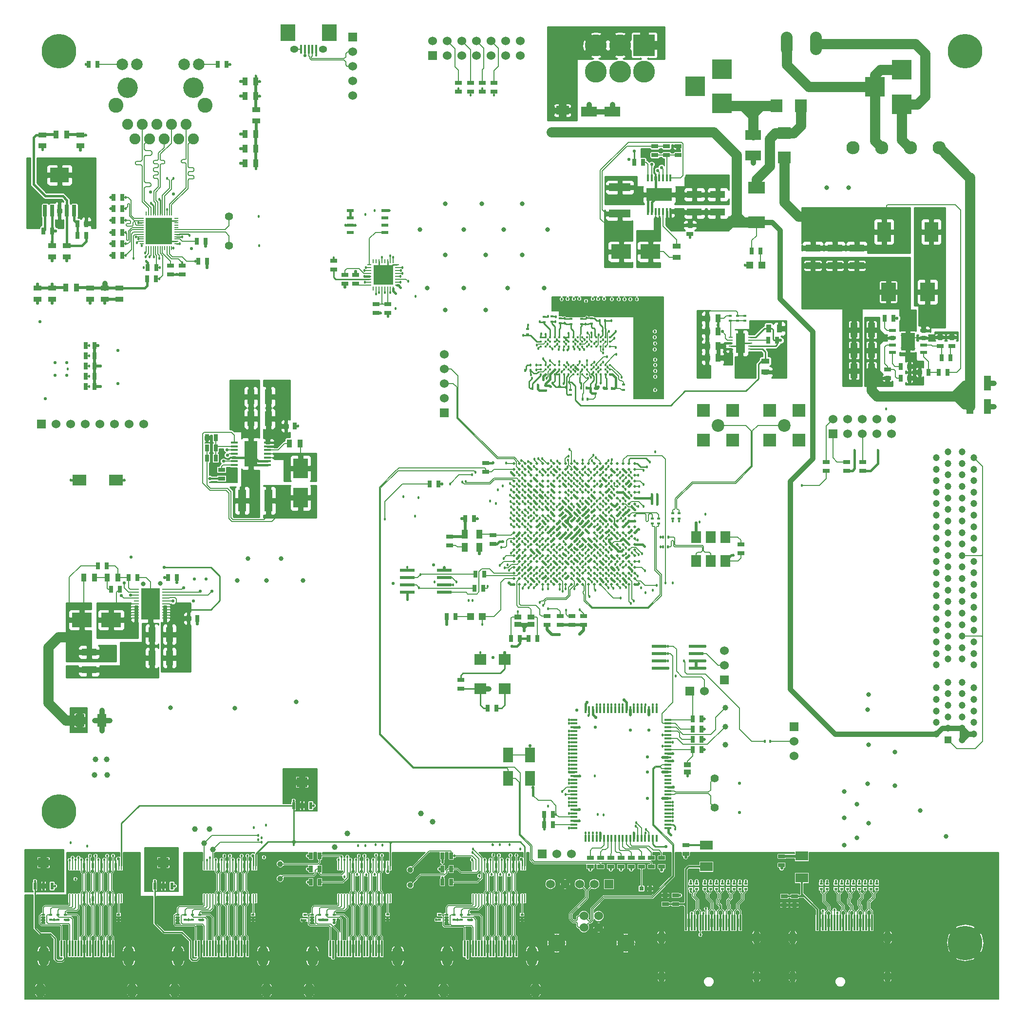
<source format=gtl>
G04 (created by PCBNEW (2013-07-07 BZR 4022)-stable) date 10/11/2015 03:16:48 PM*
%MOIN*%
G04 Gerber Fmt 3.4, Leading zero omitted, Abs format*
%FSLAX34Y34*%
G01*
G70*
G90*
G04 APERTURE LIST*
%ADD10C,0.00590551*%
%ADD11R,0.0984252X0.129921*%
%ADD12R,0.06X0.06*%
%ADD13C,0.06*%
%ADD14R,0.045X0.025*%
%ADD15R,0.013X0.108268*%
%ADD16O,0.0511811X0.0905512*%
%ADD17O,0.0511811X0.0748031*%
%ADD18C,0.23622*%
%ADD19C,0.0905512*%
%ADD20R,0.0098X0.0295276*%
%ADD21R,0.0295276X0.0098*%
%ADD22R,0.181102X0.181102*%
%ADD23R,0.0984252X0.11811*%
%ADD24R,0.015748X0.0629921*%
%ADD25O,0.0570866X0.0472441*%
%ADD26R,0.0102X0.0590551*%
%ADD27R,0.0866X0.0787402*%
%ADD28R,0.0787402X0.0866*%
%ADD29C,0.11811*%
%ADD30R,0.025X0.045*%
%ADD31R,0.0511811X0.0169291*%
%ADD32R,0.0169291X0.0511811*%
%ADD33C,0.056*%
%ADD34R,0.0407874X0.0588189*%
%ADD35R,0.0984252X0.0236*%
%ADD36R,0.0157X0.0236*%
%ADD37R,0.0236X0.0157*%
%ADD38R,0.0472X0.0472*%
%ADD39R,0.05X0.038*%
%ADD40C,0.0197*%
%ADD41C,0.0157*%
%ADD42R,0.035X0.055*%
%ADD43R,0.055X0.035*%
%ADD44R,0.137795X0.0984252*%
%ADD45R,0.0984252X0.137795*%
%ADD46O,0.0708661X0.137795*%
%ADD47O,0.0708661X0.0925197*%
%ADD48R,0.129921X0.0984252*%
%ADD49R,0.0255906X0.08*%
%ADD50C,0.102362*%
%ADD51C,0.139764*%
%ADD52C,0.0751968*%
%ADD53C,0.0787402*%
%ADD54R,0.0314961X0.0110236*%
%ADD55R,0.0110236X0.0314961*%
%ADD56R,0.0679134X0.0679134*%
%ADD57R,0.05X0.1*%
%ADD58R,0.1X0.05*%
%ADD59R,0.0335X0.011*%
%ADD60R,0.128X0.216*%
%ADD61R,0.0472441X0.011811*%
%ADD62R,0.0905512X0.177165*%
%ADD63R,0.011811X0.0472441*%
%ADD64R,0.177165X0.0905512*%
%ADD65R,0.0649606X0.137795*%
%ADD66R,0.0472441X0.0200787*%
%ADD67R,0.0944882X0.122047*%
%ADD68R,0.0944882X0.133858*%
%ADD69R,0.055X0.15*%
%ADD70R,0.15X0.055*%
%ADD71R,0.1181X0.0787*%
%ADD72O,0.08X0.16*%
%ADD73R,0.1378X0.1378*%
%ADD74R,0.0472441X0.0472441*%
%ADD75C,0.0472441*%
%ADD76R,0.0472441X0.019685*%
%ADD77R,0.0748031X0.0669291*%
%ADD78R,0.0228346X0.0511811*%
%ADD79R,0.0866X0.063*%
%ADD80R,0.063X0.0866*%
%ADD81R,0.0314X0.0314*%
%ADD82R,0.11X0.07*%
%ADD83C,0.0866142*%
%ADD84R,0.0866142X0.0866142*%
%ADD85R,0.0807087X0.0728346*%
%ADD86R,0.0708661X0.0787402*%
%ADD87C,0.0393701*%
%ADD88R,0.098X0.075*%
%ADD89R,0.0669291X0.102362*%
%ADD90C,0.15*%
%ADD91R,0.15X0.15*%
%ADD92C,0.018*%
%ADD93C,0.0318*%
%ADD94C,0.022*%
%ADD95C,0.005*%
%ADD96C,0.009*%
%ADD97C,0.016*%
%ADD98C,0.021*%
%ADD99C,0.008*%
%ADD100C,0.01*%
%ADD101C,0.036*%
%ADD102C,0.07*%
%ADD103C,0.012*%
G04 APERTURE END LIST*
G54D10*
G54D11*
X105557Y-40776D03*
X108234Y-40776D03*
G54D12*
X47605Y-49809D03*
G54D13*
X48605Y-49809D03*
X49605Y-49809D03*
X50605Y-49809D03*
X51605Y-49809D03*
X52605Y-49809D03*
X53605Y-49809D03*
X54605Y-49809D03*
G54D14*
X89350Y-79473D03*
X89350Y-80073D03*
G54D15*
X102267Y-83913D03*
X102464Y-83913D03*
X102661Y-83913D03*
X102858Y-83913D03*
X103055Y-83913D03*
X103251Y-83913D03*
X103448Y-83913D03*
X103645Y-83913D03*
X103842Y-83913D03*
X104039Y-83913D03*
X102070Y-83913D03*
X101873Y-83913D03*
X101677Y-83913D03*
X101480Y-83913D03*
X101283Y-83913D03*
X101086Y-83913D03*
X100889Y-83913D03*
X100692Y-83913D03*
G54D16*
X99019Y-84937D03*
X105515Y-84937D03*
G54D17*
X99019Y-87606D03*
X105515Y-87606D03*
G54D15*
X104236Y-83913D03*
X104432Y-83913D03*
G54D18*
X48820Y-24301D03*
X110820Y-85301D03*
X110820Y-24301D03*
G54D19*
X109035Y-30921D03*
X107066Y-30921D03*
X105097Y-30921D03*
X103129Y-30921D03*
G54D20*
X56516Y-35428D03*
X56359Y-35428D03*
X56201Y-35428D03*
X56044Y-35428D03*
X55887Y-35428D03*
X55729Y-35428D03*
X55572Y-35428D03*
X55414Y-35428D03*
X55257Y-35428D03*
X55099Y-35428D03*
X54942Y-35428D03*
X54784Y-35428D03*
X56044Y-37790D03*
X56201Y-37790D03*
X56359Y-37790D03*
X56516Y-37790D03*
G54D21*
X54469Y-36373D03*
X54469Y-36531D03*
X54469Y-36688D03*
X54469Y-36846D03*
X54469Y-37003D03*
X54469Y-37161D03*
X54469Y-37318D03*
X54469Y-37475D03*
G54D22*
X55650Y-36609D03*
G54D21*
X54469Y-35743D03*
X54469Y-35901D03*
X54469Y-36058D03*
X54469Y-36216D03*
G54D20*
X54784Y-37790D03*
X54942Y-37790D03*
X55099Y-37790D03*
X55257Y-37790D03*
X55414Y-37790D03*
X55572Y-37790D03*
X55729Y-37790D03*
X55887Y-37790D03*
G54D21*
X56831Y-37475D03*
X56831Y-37318D03*
X56831Y-37161D03*
X56831Y-37003D03*
X56831Y-36846D03*
X56831Y-36688D03*
X56831Y-36531D03*
X56831Y-36373D03*
X56831Y-36216D03*
X56831Y-36058D03*
X56831Y-35901D03*
X56831Y-35743D03*
G54D23*
X67317Y-23057D03*
X64482Y-23057D03*
G54D24*
X65900Y-24189D03*
X65644Y-24189D03*
X66155Y-24189D03*
X65388Y-24189D03*
X66411Y-24189D03*
G54D25*
X66884Y-24189D03*
X64915Y-24189D03*
G54D26*
X53089Y-80011D03*
X52892Y-80011D03*
X52695Y-80011D03*
X52498Y-80011D03*
X52301Y-80011D03*
X52105Y-80011D03*
X51908Y-80011D03*
X51711Y-80011D03*
X51514Y-80011D03*
X51317Y-80011D03*
X51120Y-80011D03*
X50923Y-80011D03*
X50727Y-80011D03*
X50530Y-80011D03*
X50333Y-80011D03*
X50136Y-80011D03*
X49939Y-80011D03*
X49742Y-80011D03*
X49546Y-80011D03*
X50333Y-82255D03*
X50136Y-82255D03*
X49939Y-82255D03*
X49742Y-82255D03*
X50530Y-82255D03*
X50727Y-82255D03*
X50923Y-82255D03*
X51120Y-82255D03*
X51317Y-82255D03*
X51514Y-82255D03*
X51711Y-82255D03*
X51908Y-82255D03*
X52105Y-82255D03*
X52301Y-82255D03*
X52498Y-82255D03*
X49546Y-82255D03*
X52695Y-82255D03*
X52892Y-82255D03*
X53089Y-82255D03*
G54D27*
X98450Y-31576D03*
X98450Y-29923D03*
G54D28*
X97923Y-28050D03*
X99576Y-28050D03*
G54D13*
X85730Y-83460D03*
X84730Y-83460D03*
X84730Y-84247D03*
X85730Y-84247D03*
G54D29*
X87592Y-85310D03*
X82868Y-85310D03*
G54D30*
X92160Y-69973D03*
X92760Y-69973D03*
G54D14*
X85860Y-79473D03*
X85860Y-80073D03*
X87960Y-79473D03*
X87960Y-80073D03*
X90050Y-79473D03*
X90050Y-80073D03*
G54D30*
X92160Y-72073D03*
X92760Y-72073D03*
G54D14*
X88660Y-79473D03*
X88660Y-80073D03*
X87260Y-79473D03*
X87260Y-80073D03*
G54D30*
X92160Y-71373D03*
X92760Y-71373D03*
X92160Y-70673D03*
X92760Y-70673D03*
G54D14*
X85160Y-79473D03*
X85160Y-80073D03*
X86560Y-79473D03*
X86560Y-80073D03*
G54D31*
X90468Y-77464D03*
X90468Y-77208D03*
X90468Y-76952D03*
X90468Y-76696D03*
X90468Y-76440D03*
X90468Y-76184D03*
X90468Y-75928D03*
X90468Y-75672D03*
X90468Y-75417D03*
X90468Y-75161D03*
X90468Y-74905D03*
X90468Y-74649D03*
X90468Y-74393D03*
X90468Y-74137D03*
X90468Y-73881D03*
X90468Y-73625D03*
X90468Y-73369D03*
X90468Y-73113D03*
X90468Y-72857D03*
X90468Y-72602D03*
X90468Y-72346D03*
X90468Y-72090D03*
X90468Y-71834D03*
X90468Y-71578D03*
X90468Y-71322D03*
X90468Y-71066D03*
X90468Y-70810D03*
X90468Y-70554D03*
X90468Y-70298D03*
X90468Y-70042D03*
G54D32*
X89691Y-69363D03*
X89435Y-69363D03*
X89179Y-69363D03*
X88923Y-69363D03*
X88667Y-69363D03*
X88411Y-69363D03*
X88155Y-69363D03*
X87900Y-69363D03*
X87644Y-69363D03*
X87388Y-69363D03*
X87132Y-69363D03*
X86876Y-69363D03*
X86620Y-69363D03*
X86364Y-69363D03*
X86108Y-69363D03*
X85852Y-69363D03*
X85596Y-69363D03*
X85340Y-69363D03*
X85085Y-69363D03*
X84829Y-69363D03*
G54D31*
X84051Y-70042D03*
X84051Y-70298D03*
X84051Y-70554D03*
X84051Y-70810D03*
X84051Y-71066D03*
X84051Y-71322D03*
X84051Y-71578D03*
X84051Y-71834D03*
X84051Y-72090D03*
X84051Y-72346D03*
X84051Y-72602D03*
X84051Y-72857D03*
X84051Y-73113D03*
X84051Y-73369D03*
X84051Y-73625D03*
X84051Y-73881D03*
X84051Y-74137D03*
X84051Y-74393D03*
X84051Y-74649D03*
X84051Y-74905D03*
X84051Y-75161D03*
X84051Y-75417D03*
X84051Y-75672D03*
X84051Y-75928D03*
X84051Y-76184D03*
X84051Y-76440D03*
X84051Y-76696D03*
X84051Y-76952D03*
X84051Y-77208D03*
X84051Y-77464D03*
G54D32*
X84829Y-78143D03*
X85085Y-78143D03*
X85340Y-78143D03*
X85596Y-78143D03*
X85852Y-78143D03*
X86108Y-78143D03*
X86364Y-78143D03*
X86620Y-78143D03*
X86876Y-78143D03*
X87132Y-78143D03*
X87388Y-78143D03*
X87644Y-78143D03*
X87900Y-78143D03*
X88155Y-78143D03*
X88411Y-78143D03*
X88667Y-78143D03*
X88923Y-78143D03*
X89179Y-78143D03*
X89435Y-78143D03*
X89691Y-78143D03*
G54D33*
X93660Y-76033D03*
X93660Y-74033D03*
G54D34*
X76571Y-57351D03*
X77571Y-57351D03*
X77571Y-58233D03*
X76571Y-58233D03*
G54D35*
X75177Y-59815D03*
X72642Y-59815D03*
X75177Y-60315D03*
X75177Y-60815D03*
X75177Y-61315D03*
X72642Y-60315D03*
X72642Y-60815D03*
X72642Y-61315D03*
G54D30*
X50650Y-45850D03*
X51250Y-45850D03*
G54D14*
X77768Y-26496D03*
X77768Y-27096D03*
X78568Y-26496D03*
X78568Y-27096D03*
X78501Y-58022D03*
X78501Y-57422D03*
G54D30*
X77211Y-56292D03*
X76611Y-56292D03*
G54D14*
X75531Y-57502D03*
X75531Y-58102D03*
G54D30*
X50650Y-47250D03*
X51250Y-47250D03*
X50650Y-46550D03*
X51250Y-46550D03*
X50650Y-45150D03*
X51250Y-45150D03*
X50650Y-44450D03*
X51250Y-44450D03*
X75950Y-62975D03*
X75350Y-62975D03*
G54D14*
X78011Y-53092D03*
X78011Y-52492D03*
X84700Y-62950D03*
X84700Y-63550D03*
G54D30*
X77255Y-61063D03*
X77855Y-61063D03*
X77309Y-60067D03*
X77909Y-60067D03*
G54D36*
X89373Y-55050D03*
X89727Y-55050D03*
X85812Y-42736D03*
X86166Y-42736D03*
G54D37*
X82110Y-47525D03*
X82110Y-47171D03*
G54D36*
X84892Y-47353D03*
X84538Y-47353D03*
G54D37*
X85514Y-47724D03*
X85514Y-47370D03*
G54D36*
X86629Y-47384D03*
X86275Y-47384D03*
G54D37*
X83820Y-47468D03*
X83820Y-47822D03*
X82000Y-42484D03*
X82000Y-42838D03*
X82536Y-42460D03*
X82536Y-42814D03*
X83109Y-42577D03*
X83109Y-42931D03*
X84585Y-42631D03*
X84585Y-42985D03*
G54D36*
X80715Y-46138D03*
X81069Y-46138D03*
X81568Y-47386D03*
X81214Y-47386D03*
G54D37*
X85246Y-42581D03*
X85246Y-42935D03*
X83829Y-42622D03*
X83829Y-42976D03*
X80866Y-43317D03*
X80866Y-43671D03*
G54D38*
X76962Y-62975D03*
X77788Y-62975D03*
G54D39*
X80206Y-63010D03*
X80206Y-63510D03*
X81106Y-63010D03*
X81106Y-63510D03*
G54D40*
X88195Y-52523D03*
X88195Y-52917D03*
X88195Y-53311D03*
X88195Y-53704D03*
X88195Y-54098D03*
X88195Y-54492D03*
X88195Y-54885D03*
X88195Y-55279D03*
X88195Y-55673D03*
X88195Y-56067D03*
X88195Y-56460D03*
X88195Y-56854D03*
X88195Y-57248D03*
X88195Y-57641D03*
X88195Y-58035D03*
X88195Y-58429D03*
X87801Y-52523D03*
X87407Y-52523D03*
X87014Y-52523D03*
X86620Y-52523D03*
X86226Y-52523D03*
X85833Y-52523D03*
X85439Y-52523D03*
X85045Y-52523D03*
X87801Y-58429D03*
X87801Y-58035D03*
X87801Y-57641D03*
X87801Y-57248D03*
X87801Y-56854D03*
X87801Y-56460D03*
X87801Y-56067D03*
X87801Y-55673D03*
X87801Y-55279D03*
X87801Y-54885D03*
X87801Y-54492D03*
X87801Y-54098D03*
X87801Y-52917D03*
X87801Y-53311D03*
X87801Y-53704D03*
X87407Y-52917D03*
X87407Y-53311D03*
X87407Y-53704D03*
X87407Y-54098D03*
X87407Y-54492D03*
X87407Y-54885D03*
X87407Y-55279D03*
X87407Y-55673D03*
X87014Y-52917D03*
X87014Y-53311D03*
X87014Y-53704D03*
X87014Y-54098D03*
X87014Y-54492D03*
X87014Y-54885D03*
X87014Y-55279D03*
X87014Y-55673D03*
X86620Y-52917D03*
X86620Y-53311D03*
X86620Y-53704D03*
X87407Y-56067D03*
X87014Y-56067D03*
X87407Y-56460D03*
X87014Y-56460D03*
X87014Y-56854D03*
X87407Y-56854D03*
X87407Y-57248D03*
X87407Y-57641D03*
X87014Y-57641D03*
X87014Y-57248D03*
X87407Y-58035D03*
X87014Y-58035D03*
X87014Y-58429D03*
X87407Y-58429D03*
X86620Y-57248D03*
X86226Y-57248D03*
X86226Y-57641D03*
X86620Y-57641D03*
X86620Y-58035D03*
X86226Y-58035D03*
X85833Y-58035D03*
X85833Y-58429D03*
X86226Y-58429D03*
X86620Y-58429D03*
X86226Y-52917D03*
X86226Y-53311D03*
X86226Y-53704D03*
X85833Y-53704D03*
X85833Y-53311D03*
X85833Y-52917D03*
X85439Y-52917D03*
X85439Y-53311D03*
X85439Y-53704D03*
X85045Y-53704D03*
X85045Y-53311D03*
X85045Y-52917D03*
X84651Y-52523D03*
X84651Y-52917D03*
X84651Y-53311D03*
X84651Y-53704D03*
X84258Y-53704D03*
X84258Y-53311D03*
X84258Y-52917D03*
X84258Y-52523D03*
X83864Y-52523D03*
X83864Y-52917D03*
X83864Y-53311D03*
X83864Y-53704D03*
X83470Y-53704D03*
X83077Y-53704D03*
X82683Y-53704D03*
X82683Y-53311D03*
X83077Y-53311D03*
X83470Y-53311D03*
X83470Y-52917D03*
X83077Y-52917D03*
X82683Y-52917D03*
X83470Y-52523D03*
X83077Y-52523D03*
X82683Y-52523D03*
X82289Y-52523D03*
X82289Y-52917D03*
X82289Y-53311D03*
X82289Y-53704D03*
X86620Y-55279D03*
X86620Y-54885D03*
X86620Y-54492D03*
X86620Y-54098D03*
X86226Y-54098D03*
X86226Y-54492D03*
X86226Y-54885D03*
X86226Y-55279D03*
X85833Y-54098D03*
X85833Y-54492D03*
X85833Y-54885D03*
X85439Y-54098D03*
X85439Y-54492D03*
X85045Y-54098D03*
X85045Y-54492D03*
X84651Y-54098D03*
X84651Y-54492D03*
X84258Y-54098D03*
X84258Y-54492D03*
X83864Y-54098D03*
X83864Y-54492D03*
X83077Y-54098D03*
X83077Y-54492D03*
X82683Y-54098D03*
X82683Y-54492D03*
X82289Y-54098D03*
X82289Y-54492D03*
X83470Y-54098D03*
X83470Y-54492D03*
X82683Y-54885D03*
X82683Y-55279D03*
X82683Y-55673D03*
X82683Y-56067D03*
X82683Y-56460D03*
X82289Y-54885D03*
X82289Y-55279D03*
X82289Y-55673D03*
X82289Y-56067D03*
X82289Y-56460D03*
X86620Y-55673D03*
X86620Y-56067D03*
X86620Y-56460D03*
X86620Y-56854D03*
X86226Y-55673D03*
X86226Y-56067D03*
X86226Y-56460D03*
X86226Y-56854D03*
X82683Y-56854D03*
X82289Y-56854D03*
X82683Y-57248D03*
X82289Y-57248D03*
X82289Y-57641D03*
X82683Y-57641D03*
X85439Y-58035D03*
X85045Y-58035D03*
X84651Y-58035D03*
X84258Y-58035D03*
X83864Y-58035D03*
X83470Y-58035D03*
X83077Y-58035D03*
X82683Y-58035D03*
X82289Y-58035D03*
X82289Y-58429D03*
X82683Y-58429D03*
X83077Y-58429D03*
X83470Y-58429D03*
X83864Y-58429D03*
X84258Y-58429D03*
X84651Y-58429D03*
X85045Y-58429D03*
X85439Y-58429D03*
X88195Y-58822D03*
X88195Y-59216D03*
X88195Y-59610D03*
X88195Y-60004D03*
X87801Y-58822D03*
X87801Y-59216D03*
X87801Y-59610D03*
X87801Y-60004D03*
X87407Y-58822D03*
X87407Y-59216D03*
X87407Y-59610D03*
X87407Y-60004D03*
X87014Y-58822D03*
X87014Y-59216D03*
X87014Y-59610D03*
X87014Y-60004D03*
X86620Y-58822D03*
X86620Y-59216D03*
X86620Y-59610D03*
X86620Y-60004D03*
X86226Y-58822D03*
X86226Y-59216D03*
X86226Y-59610D03*
X86226Y-60004D03*
X85833Y-58822D03*
X85833Y-59216D03*
X85833Y-59610D03*
X85833Y-60004D03*
X85439Y-58822D03*
X85439Y-59216D03*
X85439Y-59610D03*
X85439Y-60004D03*
X85045Y-58822D03*
X85045Y-59216D03*
X85045Y-59610D03*
X85045Y-60004D03*
X84651Y-58822D03*
X84651Y-59216D03*
X84651Y-59610D03*
X84651Y-60004D03*
X84258Y-58822D03*
X84258Y-59216D03*
X84258Y-59610D03*
X84258Y-60004D03*
X83864Y-58822D03*
X83864Y-59216D03*
X83864Y-59610D03*
X83864Y-60004D03*
X83470Y-58822D03*
X83470Y-59216D03*
X83470Y-59610D03*
X83470Y-60004D03*
X83077Y-58822D03*
X83077Y-59216D03*
X83077Y-59610D03*
X83077Y-60004D03*
X82683Y-58822D03*
X82683Y-59216D03*
X82683Y-59610D03*
X82683Y-60004D03*
X82289Y-58822D03*
X82289Y-59216D03*
X82289Y-59610D03*
X82289Y-60004D03*
X81896Y-52523D03*
X81502Y-52523D03*
X81108Y-52523D03*
X80714Y-52523D03*
X80714Y-52917D03*
X80714Y-53311D03*
X80714Y-53704D03*
X80714Y-54098D03*
X80714Y-54492D03*
X80714Y-54885D03*
X80714Y-55279D03*
X80714Y-55673D03*
X80714Y-56067D03*
X80714Y-56460D03*
X80714Y-56854D03*
X80714Y-57248D03*
X80714Y-57641D03*
X80714Y-58035D03*
X80714Y-58429D03*
X80714Y-58822D03*
X80714Y-59216D03*
X80714Y-59610D03*
X80714Y-60004D03*
X81108Y-52917D03*
X81108Y-53311D03*
X81108Y-53704D03*
X81108Y-54098D03*
X81108Y-54492D03*
X81108Y-54885D03*
X81108Y-55279D03*
X81108Y-55673D03*
X81108Y-56067D03*
X81108Y-56460D03*
X81108Y-56854D03*
X81108Y-57248D03*
X81108Y-57641D03*
X81108Y-58035D03*
X81108Y-58429D03*
X81108Y-58822D03*
X81108Y-59216D03*
X81108Y-59610D03*
X81108Y-60004D03*
X81502Y-52917D03*
X81502Y-53311D03*
X81502Y-53704D03*
X81502Y-54098D03*
X81502Y-54492D03*
X81502Y-54885D03*
X81502Y-55279D03*
X81502Y-55673D03*
X81502Y-56067D03*
X81502Y-56460D03*
X81502Y-56854D03*
X81502Y-57248D03*
X81502Y-57641D03*
X81502Y-58035D03*
X81502Y-58429D03*
X81502Y-58822D03*
X81502Y-59216D03*
X81502Y-59610D03*
X81502Y-60004D03*
X81896Y-52917D03*
X81896Y-53311D03*
X81896Y-53704D03*
X81896Y-54098D03*
X81896Y-54492D03*
X81896Y-54885D03*
X81896Y-55279D03*
X81896Y-55673D03*
X81896Y-56067D03*
X81896Y-56460D03*
X81896Y-56854D03*
X81896Y-57248D03*
X81896Y-57641D03*
X81896Y-58035D03*
X81896Y-58429D03*
X81896Y-58822D03*
X81896Y-59216D03*
X81896Y-59610D03*
X81896Y-60004D03*
X80321Y-52523D03*
X80321Y-52917D03*
X80321Y-53311D03*
X80321Y-53704D03*
X80321Y-54098D03*
X80321Y-54492D03*
X80321Y-54885D03*
X80321Y-55279D03*
X80321Y-55673D03*
X80321Y-56066D03*
X80321Y-56460D03*
X80321Y-56854D03*
X80321Y-57248D03*
X80321Y-57641D03*
X80321Y-58035D03*
X80321Y-58429D03*
X80321Y-58822D03*
X80321Y-59216D03*
X80321Y-59610D03*
X80321Y-60003D03*
X80321Y-60397D03*
X80321Y-60791D03*
X79927Y-52523D03*
X79927Y-52917D03*
X79927Y-53311D03*
X79927Y-53704D03*
X79927Y-54098D03*
X79927Y-54492D03*
X79927Y-54885D03*
X79927Y-55279D03*
X79927Y-55673D03*
X79927Y-56066D03*
X79927Y-56460D03*
X79927Y-56854D03*
X79927Y-57248D03*
X79927Y-57641D03*
X79927Y-58035D03*
X79927Y-58429D03*
X79927Y-58822D03*
X79927Y-59216D03*
X79927Y-59610D03*
X79927Y-60003D03*
X79927Y-60397D03*
X79927Y-60791D03*
X83077Y-54885D03*
X83077Y-55279D03*
X83077Y-55673D03*
X83077Y-56066D03*
X83077Y-56460D03*
X83077Y-56854D03*
X83077Y-57248D03*
X83077Y-57641D03*
X83470Y-54885D03*
X83470Y-55279D03*
X83470Y-55673D03*
X83470Y-56066D03*
X83470Y-56460D03*
X83470Y-56854D03*
X83470Y-57248D03*
X83470Y-57641D03*
X83864Y-54885D03*
X83864Y-55279D03*
X83864Y-55673D03*
X83864Y-56066D03*
X83864Y-56460D03*
X83864Y-56854D03*
X83864Y-57248D03*
X83864Y-57641D03*
X84258Y-54885D03*
X84258Y-55279D03*
X84258Y-55673D03*
X84258Y-56066D03*
X84258Y-56460D03*
X84258Y-56854D03*
X84258Y-57248D03*
X84258Y-57641D03*
X84652Y-54885D03*
X84652Y-55279D03*
X84652Y-55673D03*
X84652Y-56066D03*
X84652Y-56460D03*
X84652Y-56854D03*
X84652Y-57248D03*
X84652Y-57641D03*
X85833Y-55279D03*
X85833Y-55673D03*
X85833Y-56066D03*
X85833Y-56460D03*
X85833Y-56854D03*
X85833Y-57248D03*
X85833Y-57641D03*
X85439Y-54885D03*
X85439Y-55279D03*
X85439Y-55673D03*
X85439Y-56066D03*
X85439Y-56460D03*
X85439Y-56854D03*
X85439Y-57248D03*
X85439Y-57641D03*
X85045Y-54885D03*
X85045Y-55279D03*
X85045Y-55673D03*
X85045Y-56066D03*
X85045Y-56460D03*
X85045Y-56854D03*
X85045Y-57248D03*
X85045Y-57641D03*
X88195Y-60397D03*
X88195Y-60791D03*
X87801Y-60397D03*
X87801Y-60791D03*
X87407Y-60397D03*
X87407Y-60791D03*
X87014Y-60397D03*
X87014Y-60791D03*
X86620Y-60397D03*
X86620Y-60791D03*
X86226Y-60397D03*
X86226Y-60791D03*
X85833Y-60397D03*
X85833Y-60791D03*
X85439Y-60397D03*
X85439Y-60791D03*
X85045Y-60397D03*
X85045Y-60791D03*
X84652Y-60397D03*
X84652Y-60791D03*
X84258Y-60397D03*
X84258Y-60791D03*
X83864Y-60397D03*
X83864Y-60791D03*
X83470Y-60397D03*
X83470Y-60791D03*
X83077Y-60397D03*
X83077Y-60791D03*
X82683Y-60397D03*
X82683Y-60791D03*
X82289Y-60397D03*
X82289Y-60791D03*
X81896Y-60397D03*
X81896Y-60791D03*
X81502Y-60397D03*
X81502Y-60791D03*
X81108Y-60397D03*
X81108Y-60791D03*
X80715Y-60397D03*
X80715Y-60791D03*
G54D41*
X81786Y-46402D03*
X81786Y-46087D03*
X81786Y-45772D03*
X81786Y-44512D03*
X81786Y-44197D03*
X81786Y-43882D03*
X82101Y-46402D03*
X82416Y-46402D03*
X82731Y-46402D03*
X83045Y-46402D03*
X83360Y-46402D03*
X83675Y-46402D03*
X83990Y-46402D03*
X83990Y-46087D03*
X83990Y-45772D03*
X83991Y-44513D03*
X83991Y-44198D03*
X83991Y-43883D03*
X83676Y-43883D03*
X83361Y-43883D03*
X83046Y-43883D03*
X82732Y-43883D03*
X82417Y-43883D03*
X82102Y-43883D03*
X82731Y-45772D03*
X83045Y-45772D03*
X83046Y-44513D03*
X82732Y-44513D03*
X82417Y-44513D03*
X82416Y-45772D03*
X82416Y-46087D03*
X82731Y-46087D03*
X83045Y-46087D03*
X83360Y-46087D03*
X83675Y-46087D03*
X83675Y-45772D03*
X83360Y-45772D03*
X83361Y-44513D03*
X83676Y-44513D03*
X83676Y-44198D03*
X83361Y-44198D03*
X83046Y-44198D03*
X82732Y-44198D03*
X82417Y-44198D03*
X82102Y-44198D03*
X82102Y-44513D03*
X82101Y-45772D03*
X82101Y-46087D03*
X86196Y-46402D03*
X86196Y-43882D03*
X84306Y-46402D03*
X84306Y-46087D03*
X84306Y-45772D03*
X84306Y-44512D03*
X84306Y-44197D03*
X84306Y-43882D03*
X84621Y-46402D03*
X84621Y-46087D03*
X84621Y-45772D03*
X84621Y-44512D03*
X84621Y-44197D03*
X84621Y-43882D03*
X84936Y-46402D03*
X84936Y-46087D03*
X84936Y-45772D03*
X84936Y-44512D03*
X84936Y-44197D03*
X84936Y-43882D03*
X85251Y-46402D03*
X85251Y-46087D03*
X85251Y-45772D03*
X85251Y-44512D03*
X85251Y-44197D03*
X85251Y-43882D03*
X85566Y-46402D03*
X85566Y-46087D03*
X85566Y-45772D03*
X85566Y-44512D03*
X85566Y-44197D03*
X85566Y-43882D03*
X85881Y-46402D03*
X85881Y-46087D03*
X85881Y-45772D03*
X85881Y-44512D03*
X85881Y-44197D03*
X85881Y-43882D03*
X86196Y-46087D03*
X86196Y-45772D03*
X86196Y-44512D03*
X86196Y-44197D03*
X86511Y-46402D03*
X86511Y-46087D03*
X86511Y-45772D03*
X86511Y-44512D03*
X86511Y-44197D03*
X86511Y-43882D03*
G54D30*
X78150Y-69250D03*
X78750Y-69250D03*
G54D12*
X74385Y-24620D03*
G54D13*
X74385Y-23620D03*
X75385Y-24620D03*
X75385Y-23620D03*
X76385Y-24620D03*
X76385Y-23620D03*
X77385Y-24620D03*
X77385Y-23620D03*
X78385Y-24620D03*
X78385Y-23620D03*
X79385Y-24620D03*
X79385Y-23620D03*
X80385Y-24620D03*
X80385Y-23620D03*
G54D37*
X87424Y-47480D03*
X87424Y-47126D03*
G54D36*
X84984Y-48107D03*
X84630Y-48107D03*
X89373Y-54650D03*
X89727Y-54650D03*
G54D14*
X82202Y-63559D03*
X82202Y-62959D03*
G54D30*
X80954Y-64468D03*
X81554Y-64468D03*
X79735Y-64468D03*
X80335Y-64468D03*
X74766Y-53901D03*
X74166Y-53901D03*
G54D14*
X83900Y-62950D03*
X83900Y-63550D03*
X83100Y-62950D03*
X83100Y-63550D03*
G54D30*
X47750Y-36600D03*
X48350Y-36600D03*
G54D42*
X93162Y-42586D03*
X93912Y-42586D03*
G54D43*
X51932Y-40523D03*
X51932Y-41273D03*
G54D42*
X62276Y-29992D03*
X61526Y-29992D03*
G54D30*
X55482Y-39112D03*
X54882Y-39112D03*
X82600Y-77200D03*
X82000Y-77200D03*
X52551Y-35090D03*
X53151Y-35090D03*
G54D14*
X99137Y-82117D03*
X99137Y-82717D03*
G54D30*
X109795Y-45276D03*
X109195Y-45276D03*
G54D14*
X67615Y-39265D03*
X67615Y-38665D03*
G54D30*
X54851Y-39890D03*
X55451Y-39890D03*
X52551Y-35890D03*
X53151Y-35890D03*
X50675Y-36100D03*
X50075Y-36100D03*
G54D14*
X76968Y-26496D03*
X76968Y-27096D03*
X69098Y-39618D03*
X69098Y-40218D03*
G54D30*
X50075Y-36900D03*
X50675Y-36900D03*
G54D37*
X95737Y-42763D03*
X95737Y-42409D03*
X71290Y-83353D03*
X71290Y-83707D03*
X66130Y-83727D03*
X66130Y-83373D03*
G54D30*
X75050Y-81150D03*
X75650Y-81150D03*
X66050Y-81150D03*
X66650Y-81150D03*
X66050Y-79350D03*
X66650Y-79350D03*
X66050Y-80250D03*
X66650Y-80250D03*
X75050Y-79350D03*
X75650Y-79350D03*
X75050Y-80250D03*
X75650Y-80250D03*
X59687Y-25210D03*
X60287Y-25210D03*
G54D14*
X103800Y-53000D03*
X103800Y-52400D03*
X102700Y-53000D03*
X102700Y-52400D03*
G54D44*
X89288Y-38026D03*
X87288Y-38026D03*
G54D45*
X65336Y-52843D03*
X65336Y-54843D03*
G54D15*
X69132Y-85688D03*
X69329Y-85688D03*
X69526Y-85688D03*
X69723Y-85688D03*
X69920Y-85688D03*
X70116Y-85688D03*
X70313Y-85688D03*
X70510Y-85688D03*
X70707Y-85688D03*
X70904Y-85688D03*
X68935Y-85688D03*
X68738Y-85688D03*
X68542Y-85688D03*
X68345Y-85688D03*
X68148Y-85688D03*
X67951Y-85688D03*
X67754Y-85688D03*
X67557Y-85688D03*
X67361Y-85688D03*
G54D46*
X66160Y-86200D03*
X71987Y-86200D03*
G54D47*
X65924Y-88546D03*
X72223Y-88546D03*
G54D15*
X59932Y-85688D03*
X60129Y-85688D03*
X60326Y-85688D03*
X60523Y-85688D03*
X60720Y-85688D03*
X60916Y-85688D03*
X61113Y-85688D03*
X61310Y-85688D03*
X61507Y-85688D03*
X61704Y-85688D03*
X59735Y-85688D03*
X59538Y-85688D03*
X59342Y-85688D03*
X59145Y-85688D03*
X58948Y-85688D03*
X58751Y-85688D03*
X58554Y-85688D03*
X58357Y-85688D03*
X58161Y-85688D03*
G54D46*
X56960Y-86200D03*
X62787Y-86200D03*
G54D47*
X56724Y-88546D03*
X63023Y-88546D03*
G54D15*
X50732Y-85688D03*
X50929Y-85688D03*
X51126Y-85688D03*
X51323Y-85688D03*
X51520Y-85688D03*
X51716Y-85688D03*
X51913Y-85688D03*
X52110Y-85688D03*
X52307Y-85688D03*
X52504Y-85688D03*
X50535Y-85688D03*
X50338Y-85688D03*
X50142Y-85688D03*
X49945Y-85688D03*
X49748Y-85688D03*
X49551Y-85688D03*
X49354Y-85688D03*
X49157Y-85688D03*
X48961Y-85688D03*
G54D46*
X47760Y-86200D03*
X53587Y-86200D03*
G54D47*
X47524Y-88546D03*
X53823Y-88546D03*
G54D15*
X78332Y-85688D03*
X78529Y-85688D03*
X78726Y-85688D03*
X78923Y-85688D03*
X79120Y-85688D03*
X79316Y-85688D03*
X79513Y-85688D03*
X79710Y-85688D03*
X79907Y-85688D03*
X80104Y-85688D03*
X78135Y-85688D03*
X77938Y-85688D03*
X77742Y-85688D03*
X77545Y-85688D03*
X77348Y-85688D03*
X77151Y-85688D03*
X76954Y-85688D03*
X76757Y-85688D03*
X76561Y-85688D03*
G54D46*
X75360Y-86200D03*
X81187Y-86200D03*
G54D47*
X75124Y-88546D03*
X81423Y-88546D03*
G54D14*
X57251Y-38990D03*
X57251Y-39590D03*
G54D30*
X58250Y-37309D03*
X58850Y-37309D03*
X52550Y-34309D03*
X53150Y-34309D03*
G54D14*
X56451Y-38990D03*
X56451Y-39590D03*
G54D30*
X58351Y-38690D03*
X58951Y-38690D03*
X52551Y-37490D03*
X53151Y-37490D03*
X52550Y-36709D03*
X53150Y-36709D03*
G54D48*
X48850Y-32790D03*
G54D49*
X48850Y-35231D03*
X49850Y-35231D03*
X48350Y-35231D03*
X49350Y-35231D03*
X47850Y-35231D03*
G54D43*
X49325Y-37625D03*
X49325Y-38375D03*
X48350Y-37625D03*
X48350Y-38375D03*
G54D50*
X52701Y-28010D03*
X58800Y-28010D03*
G54D51*
X53500Y-26809D03*
X58000Y-26809D03*
G54D52*
X56498Y-29309D03*
X57998Y-30309D03*
X56998Y-30309D03*
X55998Y-30309D03*
X54998Y-30309D03*
X55498Y-29309D03*
X54498Y-29309D03*
X57498Y-29309D03*
G54D53*
X58361Y-25211D03*
X57361Y-25211D03*
X54140Y-25211D03*
X53140Y-25211D03*
G54D52*
X53498Y-29309D03*
X53998Y-30309D03*
G54D30*
X52551Y-38290D03*
X53151Y-38290D03*
G54D43*
X47332Y-40523D03*
X47332Y-41273D03*
X48332Y-40523D03*
X48332Y-41273D03*
X50932Y-40523D03*
X50932Y-41273D03*
X52932Y-40523D03*
X52932Y-41273D03*
G54D42*
X62276Y-26392D03*
X61526Y-26392D03*
X62276Y-27392D03*
X61526Y-27392D03*
X62276Y-30992D03*
X61526Y-30992D03*
X62276Y-31992D03*
X61526Y-31992D03*
G54D43*
X47672Y-30043D03*
X47672Y-30793D03*
X50272Y-30043D03*
X50272Y-30793D03*
X62301Y-28317D03*
X62301Y-29067D03*
G54D42*
X49257Y-40498D03*
X50007Y-40498D03*
X48597Y-30018D03*
X49347Y-30018D03*
G54D14*
X59941Y-53553D03*
X59941Y-52953D03*
G54D30*
X54170Y-60310D03*
X53570Y-60310D03*
X52070Y-59510D03*
X51470Y-59510D03*
X52370Y-61110D03*
X52970Y-61110D03*
X97337Y-44086D03*
X97937Y-44086D03*
X56870Y-60310D03*
X56270Y-60310D03*
X59541Y-50753D03*
X58941Y-50753D03*
X58941Y-52153D03*
X59541Y-52153D03*
X88188Y-31926D03*
X88788Y-31926D03*
G54D14*
X91188Y-31426D03*
X91188Y-30826D03*
X90388Y-30826D03*
X90388Y-31426D03*
G54D37*
X95237Y-42763D03*
X95237Y-42409D03*
X94737Y-42409D03*
X94737Y-42763D03*
G54D33*
X60447Y-35605D03*
X60447Y-37605D03*
G54D54*
X71941Y-40308D03*
X71941Y-40112D03*
X71941Y-39915D03*
X71941Y-39718D03*
X71941Y-39521D03*
X71941Y-39324D03*
X71941Y-39127D03*
X71941Y-38931D03*
G54D55*
X71685Y-38675D03*
X71488Y-38675D03*
X71292Y-38675D03*
X71095Y-38675D03*
X70898Y-38675D03*
X70701Y-38675D03*
X70504Y-38675D03*
X70307Y-38675D03*
G54D54*
X70051Y-38931D03*
X70051Y-39127D03*
X70051Y-39324D03*
X70051Y-39521D03*
X70051Y-39718D03*
X70051Y-39915D03*
X70051Y-40112D03*
X70051Y-40308D03*
G54D55*
X70307Y-40564D03*
X70504Y-40564D03*
X70701Y-40564D03*
X70898Y-40564D03*
X71095Y-40564D03*
X71292Y-40564D03*
X71488Y-40564D03*
X71685Y-40564D03*
G54D56*
X70657Y-39280D03*
X70657Y-39959D03*
X71336Y-39280D03*
X71336Y-39959D03*
G54D30*
X58270Y-63110D03*
X57670Y-63110D03*
G54D57*
X55170Y-64210D03*
X56370Y-64210D03*
X55170Y-65810D03*
X56370Y-65810D03*
G54D58*
X50870Y-66610D03*
X50870Y-65410D03*
G54D42*
X50495Y-60310D03*
X51245Y-60310D03*
X52845Y-60310D03*
X52095Y-60310D03*
G54D59*
X54095Y-61125D03*
X54095Y-61322D03*
X54095Y-61519D03*
X54095Y-61716D03*
X54095Y-61912D03*
X54095Y-62110D03*
X54095Y-62308D03*
X54095Y-62505D03*
X54095Y-62701D03*
X54095Y-62898D03*
X54095Y-63095D03*
X56044Y-63095D03*
X56044Y-62898D03*
X56044Y-62701D03*
X56044Y-62505D03*
X56044Y-62308D03*
X56044Y-62109D03*
X56044Y-61912D03*
X56044Y-61716D03*
X56044Y-61519D03*
X56044Y-61322D03*
X56044Y-61125D03*
G54D60*
X55070Y-62110D03*
G54D61*
X63083Y-51085D03*
X63083Y-51341D03*
X63083Y-51597D03*
X63083Y-51853D03*
X63083Y-52109D03*
X63083Y-52365D03*
X63083Y-52621D03*
X60799Y-52621D03*
X60799Y-52365D03*
X60799Y-52109D03*
X60799Y-51853D03*
X60799Y-51597D03*
X60799Y-51341D03*
X60799Y-51085D03*
G54D62*
X61941Y-51853D03*
G54D63*
X90656Y-35268D03*
X90400Y-35268D03*
X90144Y-35268D03*
X89888Y-35268D03*
X89632Y-35268D03*
X89376Y-35268D03*
X89120Y-35268D03*
X89120Y-32984D03*
X89376Y-32984D03*
X89632Y-32984D03*
X89888Y-32984D03*
X90144Y-32984D03*
X90400Y-32984D03*
X90656Y-32984D03*
G54D64*
X89888Y-34126D03*
G54D54*
X94775Y-44286D03*
X96098Y-44286D03*
X94775Y-44089D03*
X94775Y-43892D03*
X94775Y-44483D03*
X94775Y-44680D03*
X96098Y-44483D03*
X96098Y-44680D03*
X96098Y-44089D03*
X96098Y-43892D03*
G54D65*
X95437Y-44286D03*
G54D66*
X107958Y-43426D03*
X107958Y-43926D03*
X107958Y-44426D03*
X107958Y-44926D03*
X105832Y-44926D03*
X105832Y-44426D03*
X105832Y-43926D03*
X105832Y-43426D03*
G54D67*
X106895Y-44176D03*
G54D30*
X108995Y-46276D03*
X109595Y-46276D03*
X107695Y-46276D03*
X108295Y-46276D03*
G54D57*
X103195Y-43376D03*
X104395Y-43376D03*
G54D14*
X109895Y-44476D03*
X109895Y-43876D03*
X109095Y-43876D03*
X109095Y-44476D03*
G54D30*
X105295Y-42576D03*
X105895Y-42576D03*
G54D58*
X100395Y-38976D03*
X100395Y-37776D03*
X101895Y-38976D03*
X101895Y-37776D03*
X103395Y-38976D03*
X103395Y-37776D03*
G54D57*
X112350Y-47000D03*
X111150Y-47000D03*
G54D30*
X106395Y-45876D03*
X106995Y-45876D03*
G54D57*
X112350Y-48600D03*
X111150Y-48600D03*
X103195Y-46176D03*
X104395Y-46176D03*
X103195Y-44776D03*
X104395Y-44776D03*
G54D30*
X106395Y-46676D03*
X106995Y-46676D03*
G54D14*
X105495Y-46076D03*
X105495Y-46676D03*
G54D68*
X108495Y-36676D03*
X105267Y-36676D03*
G54D58*
X93888Y-34126D03*
X93888Y-35326D03*
G54D69*
X61341Y-55053D03*
X63141Y-55053D03*
G54D58*
X92288Y-35326D03*
X92288Y-34126D03*
G54D30*
X64341Y-49953D03*
X64941Y-49953D03*
G54D42*
X65316Y-51153D03*
X64566Y-51153D03*
G54D43*
X91088Y-38401D03*
X91088Y-37651D03*
G54D42*
X93162Y-43486D03*
X93912Y-43486D03*
G54D14*
X91988Y-36226D03*
X91988Y-36826D03*
X89588Y-31426D03*
X89588Y-30826D03*
G54D57*
X61941Y-47953D03*
X63141Y-47953D03*
X61941Y-49453D03*
X63141Y-49453D03*
G54D42*
X93162Y-44486D03*
X93912Y-44486D03*
G54D70*
X87188Y-33626D03*
X87188Y-35426D03*
G54D42*
X93162Y-45286D03*
X93912Y-45286D03*
X98112Y-43286D03*
X97362Y-43286D03*
G54D43*
X97137Y-46261D03*
X97137Y-45511D03*
G54D30*
X58941Y-51453D03*
X59541Y-51453D03*
G54D44*
X52370Y-63210D03*
X50370Y-63210D03*
G54D14*
X68376Y-40222D03*
X68376Y-39622D03*
X71296Y-41620D03*
X71296Y-42220D03*
X70496Y-41620D03*
X70496Y-42220D03*
G54D15*
X93283Y-83913D03*
X93479Y-83913D03*
X93676Y-83913D03*
X93873Y-83913D03*
X94070Y-83913D03*
X94267Y-83913D03*
X94464Y-83913D03*
X94660Y-83913D03*
X94857Y-83913D03*
X95054Y-83913D03*
X93086Y-83913D03*
X92889Y-83913D03*
X92692Y-83913D03*
X92495Y-83913D03*
X92298Y-83913D03*
X92101Y-83913D03*
X91905Y-83913D03*
X91708Y-83913D03*
G54D16*
X90034Y-84937D03*
X96531Y-84937D03*
G54D17*
X90034Y-87606D03*
X96531Y-87606D03*
G54D15*
X95251Y-83913D03*
X95448Y-83913D03*
G54D35*
X89882Y-66500D03*
X92417Y-66500D03*
X89882Y-66000D03*
X89882Y-65500D03*
X89882Y-65000D03*
X92417Y-66000D03*
X92417Y-65500D03*
X92417Y-65000D03*
G54D71*
X96530Y-33659D03*
X96530Y-36021D03*
G54D72*
X98602Y-23793D03*
X100602Y-23793D03*
G54D73*
X106478Y-27943D03*
X106478Y-25581D03*
X104628Y-26762D03*
X94182Y-27895D03*
X94182Y-25533D03*
X92332Y-26714D03*
G54D37*
X75832Y-83727D03*
X75832Y-83373D03*
G54D36*
X97122Y-71520D03*
X97476Y-71520D03*
G54D37*
X76332Y-83727D03*
X76332Y-83373D03*
X76832Y-83727D03*
X76832Y-83373D03*
X66632Y-83727D03*
X66632Y-83373D03*
X67132Y-83727D03*
X67132Y-83373D03*
X67632Y-83727D03*
X67632Y-83373D03*
X57432Y-83727D03*
X57432Y-83373D03*
X57932Y-83727D03*
X57932Y-83373D03*
X58432Y-83727D03*
X58432Y-83373D03*
X56932Y-83727D03*
X56932Y-83373D03*
X47732Y-83727D03*
X47732Y-83373D03*
X49232Y-83727D03*
X49232Y-83373D03*
X48732Y-83727D03*
X48732Y-83373D03*
X48232Y-83727D03*
X48232Y-83373D03*
X65630Y-83737D03*
X65630Y-83383D03*
X74830Y-83727D03*
X74830Y-83373D03*
X75330Y-83727D03*
X75330Y-83373D03*
G54D14*
X76150Y-26496D03*
X76150Y-27096D03*
G54D74*
X109631Y-71407D03*
G54D75*
X108843Y-71013D03*
X109631Y-70620D03*
X108843Y-70226D03*
X109631Y-69832D03*
X108843Y-69438D03*
X109631Y-69045D03*
X108843Y-68651D03*
X109631Y-68257D03*
X108843Y-67864D03*
X109631Y-67470D03*
X108843Y-66289D03*
X109631Y-65895D03*
X108843Y-65501D03*
X109631Y-65108D03*
X108843Y-64714D03*
X109631Y-64320D03*
X108843Y-63927D03*
X109631Y-63533D03*
X108843Y-63139D03*
X109631Y-62746D03*
X108843Y-62352D03*
X109631Y-61958D03*
X108843Y-61564D03*
X109631Y-61171D03*
X108843Y-60777D03*
X109631Y-60383D03*
X108843Y-59990D03*
X109631Y-59596D03*
X108843Y-59202D03*
X109631Y-58809D03*
X108843Y-58415D03*
X109631Y-58021D03*
X108843Y-57627D03*
X109631Y-57234D03*
X108843Y-56840D03*
X109631Y-56446D03*
X108843Y-56053D03*
X109631Y-55659D03*
X108843Y-55265D03*
X109631Y-54872D03*
X108843Y-54478D03*
X109631Y-54084D03*
X108843Y-53690D03*
X109631Y-53297D03*
X108843Y-52903D03*
X109631Y-52509D03*
X108843Y-52116D03*
X110615Y-71407D03*
X111402Y-71013D03*
X110615Y-70620D03*
X111402Y-70226D03*
X110615Y-69832D03*
X111402Y-69438D03*
X110615Y-69045D03*
X111402Y-68651D03*
X110615Y-68257D03*
X111402Y-67864D03*
X110615Y-67470D03*
X111402Y-66289D03*
X110615Y-65895D03*
X111402Y-65501D03*
X110615Y-65108D03*
X111402Y-64714D03*
X110615Y-64320D03*
X111402Y-63927D03*
X110615Y-63533D03*
X111402Y-63139D03*
X110615Y-62746D03*
X111402Y-62352D03*
X110615Y-61958D03*
X111402Y-61564D03*
X110615Y-61171D03*
X111402Y-60777D03*
X110615Y-60383D03*
X111402Y-59990D03*
X110615Y-59596D03*
X111402Y-59202D03*
X110615Y-58809D03*
X111402Y-58415D03*
X110615Y-58021D03*
X111402Y-57627D03*
X110615Y-57234D03*
X111402Y-56840D03*
X110615Y-56446D03*
X111402Y-56053D03*
X110615Y-55659D03*
X111402Y-55265D03*
X110615Y-54872D03*
X111402Y-54478D03*
X110615Y-54084D03*
X111402Y-53690D03*
X110615Y-53297D03*
X111402Y-52903D03*
X110615Y-52509D03*
X111402Y-52116D03*
X109631Y-51722D03*
X110615Y-51722D03*
G54D76*
X68733Y-35215D03*
X71096Y-35215D03*
X68733Y-35715D03*
X71096Y-35715D03*
X68733Y-36215D03*
X71096Y-36215D03*
X68733Y-36715D03*
X71096Y-36715D03*
G54D77*
X65450Y-74313D03*
G54D78*
X65450Y-75917D03*
X66040Y-75917D03*
X64859Y-75917D03*
G54D14*
X101300Y-52400D03*
X101300Y-53000D03*
G54D30*
X96215Y-37985D03*
X96815Y-37985D03*
G54D14*
X95465Y-58062D03*
X95465Y-58662D03*
G54D37*
X89400Y-56627D03*
X89400Y-56273D03*
X89850Y-56627D03*
X89850Y-56273D03*
G54D36*
X90133Y-58200D03*
X90487Y-58200D03*
X90143Y-57540D03*
X90497Y-57540D03*
G54D37*
X91250Y-56277D03*
X91250Y-55923D03*
X90800Y-56277D03*
X90800Y-55923D03*
G54D12*
X101772Y-50488D03*
G54D13*
X101772Y-49488D03*
X102772Y-50488D03*
X102772Y-49488D03*
X103772Y-50488D03*
X103772Y-49488D03*
X104772Y-50488D03*
X104772Y-49488D03*
X105772Y-50488D03*
X105772Y-49488D03*
G54D12*
X68890Y-23340D03*
G54D13*
X68890Y-24340D03*
X68890Y-25340D03*
X68890Y-26340D03*
X68890Y-27340D03*
G54D12*
X86441Y-81277D03*
G54D13*
X85441Y-81277D03*
X84441Y-81277D03*
X83441Y-81277D03*
X82441Y-81277D03*
G54D12*
X75172Y-49040D03*
G54D13*
X75172Y-48040D03*
X75172Y-47040D03*
X75172Y-46040D03*
X75172Y-45040D03*
G54D12*
X94331Y-67307D03*
G54D13*
X94331Y-66307D03*
X94331Y-65307D03*
G54D12*
X91969Y-68071D03*
G54D13*
X92969Y-68071D03*
G54D38*
X96907Y-38944D03*
X96081Y-38944D03*
G54D39*
X91820Y-73106D03*
X91820Y-73606D03*
G54D79*
X99640Y-79362D03*
X99640Y-80858D03*
X93100Y-78602D03*
X93100Y-80098D03*
G54D80*
X50242Y-70090D03*
X51738Y-70090D03*
G54D77*
X55950Y-79813D03*
G54D78*
X55950Y-81417D03*
X56540Y-81417D03*
X55359Y-81417D03*
G54D77*
X47750Y-79813D03*
G54D78*
X47750Y-81417D03*
X48340Y-81417D03*
X47159Y-81417D03*
G54D37*
X80490Y-83373D03*
X80490Y-83727D03*
G54D81*
X88668Y-81590D03*
X89258Y-81590D03*
G54D82*
X96300Y-31456D03*
X96300Y-30056D03*
G54D37*
X62089Y-83373D03*
X62089Y-83727D03*
X52886Y-83373D03*
X52886Y-83727D03*
G54D83*
X98450Y-49900D03*
G54D84*
X99453Y-48896D03*
X99453Y-50903D03*
X97446Y-50903D03*
X97446Y-48896D03*
G54D83*
X93900Y-49900D03*
G54D84*
X94903Y-48896D03*
X94903Y-50903D03*
X92896Y-50903D03*
X92896Y-48896D03*
G54D85*
X77656Y-65916D03*
X77656Y-67916D03*
X79309Y-67916D03*
X79309Y-65916D03*
G54D14*
X76300Y-67310D03*
X76300Y-67910D03*
G54D86*
X94400Y-59188D03*
X92400Y-59188D03*
X92400Y-57535D03*
X94400Y-57535D03*
X93400Y-59188D03*
X93400Y-57535D03*
G54D30*
X51446Y-25216D03*
X50846Y-25216D03*
X82600Y-76500D03*
X82000Y-76500D03*
G54D87*
X51237Y-73800D03*
X59100Y-77500D03*
X52086Y-72746D03*
X72850Y-80300D03*
X72850Y-81350D03*
X63950Y-79900D03*
X63950Y-80900D03*
X58100Y-77500D03*
X94400Y-71750D03*
X94400Y-70500D03*
X94400Y-69200D03*
G54D88*
X52702Y-53636D03*
X50195Y-53636D03*
G54D26*
X62289Y-80011D03*
X62092Y-80011D03*
X61895Y-80011D03*
X61698Y-80011D03*
X61501Y-80011D03*
X61305Y-80011D03*
X61108Y-80011D03*
X60911Y-80011D03*
X60714Y-80011D03*
X60517Y-80011D03*
X60320Y-80011D03*
X60123Y-80011D03*
X59927Y-80011D03*
X59730Y-80011D03*
X59533Y-80011D03*
X59336Y-80011D03*
X59139Y-80011D03*
X58942Y-80011D03*
X58746Y-80011D03*
X59533Y-82255D03*
X59336Y-82255D03*
X59139Y-82255D03*
X58942Y-82255D03*
X59730Y-82255D03*
X59927Y-82255D03*
X60123Y-82255D03*
X60320Y-82255D03*
X60517Y-82255D03*
X60714Y-82255D03*
X60911Y-82255D03*
X61108Y-82255D03*
X61305Y-82255D03*
X61501Y-82255D03*
X61698Y-82255D03*
X58746Y-82255D03*
X61895Y-82255D03*
X62092Y-82255D03*
X62289Y-82255D03*
X71489Y-80011D03*
X71292Y-80011D03*
X71095Y-80011D03*
X70898Y-80011D03*
X70701Y-80011D03*
X70505Y-80011D03*
X70308Y-80011D03*
X70111Y-80011D03*
X69914Y-80011D03*
X69717Y-80011D03*
X69520Y-80011D03*
X69323Y-80011D03*
X69127Y-80011D03*
X68930Y-80011D03*
X68733Y-80011D03*
X68536Y-80011D03*
X68339Y-80011D03*
X68142Y-80011D03*
X67946Y-80011D03*
X68733Y-82255D03*
X68536Y-82255D03*
X68339Y-82255D03*
X68142Y-82255D03*
X68930Y-82255D03*
X69127Y-82255D03*
X69323Y-82255D03*
X69520Y-82255D03*
X69717Y-82255D03*
X69914Y-82255D03*
X70111Y-82255D03*
X70308Y-82255D03*
X70505Y-82255D03*
X70701Y-82255D03*
X70898Y-82255D03*
X67946Y-82255D03*
X71095Y-82255D03*
X71292Y-82255D03*
X71489Y-82255D03*
X80689Y-80011D03*
X80492Y-80011D03*
X80295Y-80011D03*
X80098Y-80011D03*
X79901Y-80011D03*
X79705Y-80011D03*
X79508Y-80011D03*
X79311Y-80011D03*
X79114Y-80011D03*
X78917Y-80011D03*
X78720Y-80011D03*
X78523Y-80011D03*
X78327Y-80011D03*
X78130Y-80011D03*
X77933Y-80011D03*
X77736Y-80011D03*
X77539Y-80011D03*
X77342Y-80011D03*
X77146Y-80011D03*
X77933Y-82255D03*
X77736Y-82255D03*
X77539Y-82255D03*
X77342Y-82255D03*
X78130Y-82255D03*
X78327Y-82255D03*
X78523Y-82255D03*
X78720Y-82255D03*
X78917Y-82255D03*
X79114Y-82255D03*
X79311Y-82255D03*
X79508Y-82255D03*
X79705Y-82255D03*
X79901Y-82255D03*
X80098Y-82255D03*
X77146Y-82255D03*
X80295Y-82255D03*
X80492Y-82255D03*
X80689Y-82255D03*
G54D89*
X79550Y-74057D03*
X79550Y-72442D03*
X81050Y-74057D03*
X81050Y-72442D03*
G54D14*
X90300Y-82650D03*
X90300Y-82050D03*
X98438Y-82117D03*
X98438Y-82717D03*
X91700Y-79200D03*
X91700Y-78600D03*
X98256Y-79971D03*
X98256Y-79371D03*
G54D82*
X85080Y-28460D03*
X85080Y-29860D03*
X86670Y-28460D03*
X86670Y-29860D03*
G54D14*
X91000Y-82650D03*
X91000Y-82050D03*
G54D37*
X95395Y-81248D03*
X95395Y-81602D03*
X100957Y-81248D03*
X100957Y-81602D03*
X101357Y-81248D03*
X101357Y-81602D03*
X92045Y-81248D03*
X92045Y-81602D03*
X92445Y-81248D03*
X92445Y-81602D03*
X92995Y-81248D03*
X92995Y-81602D03*
X93395Y-81248D03*
X93395Y-81602D03*
X93795Y-81248D03*
X93795Y-81602D03*
X94195Y-81248D03*
X94195Y-81602D03*
X94595Y-81248D03*
X94595Y-81602D03*
X94995Y-81248D03*
X94995Y-81602D03*
X95795Y-81248D03*
X95795Y-81602D03*
X101962Y-81248D03*
X101962Y-81602D03*
X102362Y-81248D03*
X102362Y-81602D03*
X102762Y-81248D03*
X102762Y-81602D03*
X103162Y-81248D03*
X103162Y-81602D03*
X103562Y-81248D03*
X103562Y-81602D03*
X103962Y-81248D03*
X103962Y-81602D03*
X104362Y-81248D03*
X104362Y-81602D03*
X104762Y-81248D03*
X104762Y-81602D03*
G54D79*
X83260Y-28362D03*
X83260Y-29858D03*
G54D90*
X88856Y-25708D03*
X87206Y-25708D03*
X85556Y-25708D03*
X85556Y-23908D03*
X87206Y-23908D03*
G54D91*
X88856Y-23908D03*
G54D87*
X73560Y-76460D03*
X74380Y-77020D03*
X68540Y-77830D03*
X67670Y-78750D03*
X52101Y-73814D03*
X51300Y-72760D03*
X58750Y-78480D03*
X59340Y-78910D03*
G54D12*
X99110Y-70522D03*
G54D13*
X99110Y-71522D03*
X99110Y-72522D03*
G54D12*
X81887Y-79205D03*
G54D13*
X82887Y-79205D03*
X83887Y-79205D03*
G54D18*
X48820Y-76301D03*
G54D92*
X86298Y-45211D03*
X84816Y-52744D03*
X86041Y-44962D03*
X84651Y-52297D03*
X85077Y-44374D03*
X85245Y-53516D03*
X86653Y-52256D03*
X86429Y-43482D03*
X85730Y-43706D03*
X86409Y-52318D03*
X84846Y-54307D03*
X87303Y-46601D03*
X86919Y-44568D03*
X85645Y-53902D03*
X84445Y-53892D03*
X86029Y-45575D03*
X85697Y-45961D03*
X83675Y-54332D03*
X85641Y-53105D03*
X86031Y-44047D03*
X85723Y-46242D03*
X83627Y-53113D03*
X86039Y-44711D03*
X84029Y-53508D03*
X86350Y-46243D03*
X84460Y-54298D03*
X86049Y-53108D03*
X86823Y-43948D03*
X86951Y-45058D03*
X85548Y-52099D03*
X84810Y-53100D03*
X85407Y-45928D03*
X85434Y-44330D03*
X85359Y-51962D03*
X85428Y-45580D03*
X85276Y-52300D03*
X84779Y-45929D03*
X83657Y-53502D03*
X84775Y-44035D03*
X86419Y-52706D03*
X84743Y-44718D03*
X84435Y-53112D03*
X84441Y-44718D03*
X84475Y-53516D03*
X83046Y-45533D03*
X82485Y-53120D03*
X83346Y-44758D03*
X82464Y-52303D03*
X81701Y-53096D03*
X82266Y-44044D03*
X82161Y-46666D03*
X81603Y-52195D03*
X80928Y-53095D03*
X81605Y-44658D03*
X80907Y-52372D03*
X81459Y-46102D03*
X81505Y-44410D03*
X80511Y-52698D03*
X81487Y-45796D03*
X80442Y-52300D03*
X83205Y-46240D03*
X82890Y-52762D03*
X83505Y-44344D03*
X82902Y-52360D03*
X84073Y-53122D03*
X83841Y-45919D03*
X84075Y-52352D03*
X84144Y-44350D03*
X83625Y-52270D03*
X83833Y-46243D03*
X84083Y-44674D03*
X83731Y-51552D03*
X82890Y-44354D03*
X82491Y-52729D03*
X82263Y-45926D03*
X81882Y-52189D03*
X83261Y-53512D03*
X82996Y-44701D03*
X83567Y-45604D03*
X83669Y-52020D03*
X83265Y-53140D03*
X83517Y-45926D03*
X84990Y-46696D03*
X84048Y-54307D03*
X83665Y-53926D03*
X84430Y-45551D03*
X86443Y-53473D03*
X86352Y-45931D03*
X82899Y-53521D03*
X82413Y-45466D03*
X81354Y-52219D03*
X82249Y-44364D03*
X82584Y-44698D03*
X81305Y-52724D03*
X84939Y-45472D03*
X85638Y-52726D03*
X100957Y-81079D03*
X82090Y-56267D03*
X82488Y-56266D03*
X101357Y-81080D03*
X102071Y-83247D03*
X80133Y-55099D03*
X101874Y-83059D03*
X79719Y-55099D03*
X102362Y-81079D03*
X87622Y-58267D03*
X87604Y-57452D03*
X103162Y-81079D03*
X87571Y-55508D03*
X103962Y-81079D03*
X104762Y-81080D03*
X87586Y-55066D03*
X87205Y-58268D03*
X101962Y-81079D03*
X87207Y-57450D03*
X102761Y-81080D03*
X87163Y-55529D03*
X103562Y-81080D03*
X104362Y-81080D03*
X87216Y-55066D03*
X92045Y-81079D03*
X81699Y-58231D03*
X92445Y-81080D03*
X82076Y-58217D03*
X93087Y-82965D03*
X83640Y-57062D03*
X81310Y-60197D03*
X92890Y-83278D03*
X79594Y-59821D03*
X95395Y-81080D03*
X88511Y-54492D03*
X94595Y-81080D03*
X88455Y-55433D03*
X93794Y-81080D03*
X88421Y-57742D03*
X88481Y-58752D03*
X92995Y-81079D03*
X95795Y-81080D03*
X87976Y-54702D03*
X94995Y-81079D03*
X88803Y-55436D03*
X94195Y-81079D03*
X88006Y-57497D03*
X93395Y-81079D03*
X88717Y-58678D03*
X57727Y-36916D03*
X62276Y-32357D03*
X55678Y-34446D03*
X53908Y-38485D03*
X81305Y-55494D03*
X55673Y-38470D03*
X81301Y-54668D03*
X55669Y-39892D03*
X82094Y-55087D03*
X81705Y-55094D03*
X55698Y-39112D03*
X53367Y-38292D03*
X80139Y-56668D03*
X53366Y-34312D03*
X81688Y-55471D03*
X53367Y-35091D03*
X82488Y-55483D03*
X53366Y-35891D03*
X82484Y-55086D03*
X80935Y-54310D03*
X53366Y-36710D03*
X53366Y-37491D03*
X80527Y-54310D03*
X54233Y-37161D03*
X79735Y-56670D03*
X80919Y-55100D03*
X54990Y-38379D03*
X54143Y-37403D03*
X80927Y-55500D03*
X54469Y-37616D03*
X80539Y-55100D03*
X80125Y-54295D03*
X54720Y-38118D03*
X54734Y-38367D03*
X79734Y-54299D03*
X57228Y-37003D03*
X50638Y-30044D03*
X56203Y-35152D03*
X55095Y-34704D03*
X55298Y-38394D03*
X56655Y-37790D03*
X57069Y-37476D03*
X52336Y-35891D03*
X54233Y-36058D03*
X52335Y-37491D03*
G54D93*
X51931Y-40191D03*
G54D92*
X52336Y-36710D03*
X52337Y-35091D03*
X54070Y-37004D03*
X90809Y-60687D03*
X86030Y-54688D03*
X90465Y-65500D03*
X90316Y-60682D03*
X90465Y-65000D03*
X90465Y-66000D03*
X91561Y-66003D03*
X86063Y-57828D03*
X86427Y-57414D03*
X85641Y-55492D03*
X86027Y-55868D03*
X86461Y-58242D03*
X86391Y-58584D03*
X86025Y-56635D03*
X85659Y-56680D03*
X87121Y-59774D03*
X86861Y-59406D03*
X87207Y-59436D03*
X87161Y-59022D03*
X88492Y-59226D03*
X87999Y-59438D03*
X86057Y-58234D03*
X85621Y-57812D03*
X86021Y-57090D03*
X85639Y-57468D03*
X86796Y-54672D03*
X86786Y-54267D03*
X88790Y-53933D03*
X87607Y-53496D03*
X88821Y-52972D03*
X87951Y-53101D03*
X88409Y-60217D03*
X87966Y-60172D03*
X86447Y-59018D03*
X86027Y-58642D03*
X88000Y-58625D03*
X87609Y-58674D03*
X85659Y-56286D03*
X85261Y-56270D03*
X86811Y-53877D03*
X87171Y-53907D03*
X88518Y-54098D03*
X87571Y-54272D03*
X88447Y-53312D03*
X87991Y-53507D03*
X88920Y-59855D03*
X87606Y-59432D03*
X86031Y-55084D03*
X86401Y-55042D03*
X86436Y-55502D03*
X86026Y-55432D03*
X87218Y-53500D03*
X86387Y-56683D03*
X89980Y-57540D03*
X86817Y-57051D03*
X89970Y-58200D03*
X91250Y-56445D03*
X87259Y-56242D03*
X90800Y-56445D03*
X87586Y-56281D03*
X87221Y-53117D03*
X99636Y-54010D03*
X85622Y-55097D03*
X85229Y-55068D03*
X85243Y-55475D03*
X86438Y-53896D03*
X83665Y-54686D03*
X83667Y-55081D03*
X80518Y-53114D03*
G54D94*
X75002Y-53901D03*
G54D92*
X90123Y-71066D03*
X82882Y-60193D03*
X87227Y-61711D03*
X83705Y-70810D03*
X83670Y-58628D03*
X83705Y-71066D03*
X83275Y-58232D03*
X82521Y-58213D03*
X83705Y-71322D03*
X84029Y-59380D03*
X83705Y-70042D03*
X83665Y-59022D03*
X83705Y-70298D03*
X82881Y-58626D03*
X83706Y-76441D03*
X88924Y-69018D03*
X87603Y-60200D03*
X87604Y-60987D03*
X88668Y-69018D03*
X86380Y-60598D03*
X85085Y-77798D03*
X85341Y-77797D03*
X86407Y-61006D03*
X86826Y-60198D03*
X88284Y-77316D03*
X88291Y-77068D03*
X86754Y-61046D03*
X85204Y-59806D03*
X88924Y-77798D03*
X85632Y-60197D03*
X88981Y-77544D03*
X84451Y-57841D03*
X88412Y-69018D03*
X84850Y-58231D03*
X88156Y-69018D03*
X86363Y-69019D03*
X87211Y-60594D03*
X87219Y-61018D03*
X86107Y-69019D03*
X85851Y-69019D03*
X86026Y-59798D03*
X86433Y-60190D03*
X85595Y-69015D03*
X85639Y-59422D03*
X83705Y-77464D03*
X84829Y-77797D03*
X85659Y-59789D03*
X82486Y-59414D03*
X85597Y-77797D03*
X83705Y-74137D03*
X86041Y-59042D03*
X86418Y-59806D03*
X83705Y-74393D03*
X85251Y-58638D03*
X83230Y-74954D03*
X83705Y-74905D03*
X85617Y-58988D03*
X88136Y-61915D03*
X83482Y-75161D03*
X87952Y-62084D03*
X83704Y-75417D03*
X84846Y-58632D03*
X83705Y-75672D03*
X83705Y-75928D03*
X84846Y-59019D03*
X83705Y-71578D03*
X81702Y-60211D03*
X81921Y-61100D03*
X83705Y-71834D03*
X81672Y-60601D03*
X83705Y-72090D03*
X81293Y-61012D03*
X83705Y-72346D03*
X80917Y-60202D03*
X83705Y-72601D03*
X83705Y-72857D03*
X80926Y-61006D03*
X83705Y-73113D03*
X80909Y-60614D03*
X83705Y-73369D03*
X80526Y-61042D03*
X89691Y-69018D03*
X84828Y-59377D03*
X82881Y-59807D03*
X90814Y-76953D03*
X90815Y-76697D03*
X82487Y-59812D03*
X84060Y-58624D03*
X90814Y-76441D03*
X90815Y-76185D03*
X83332Y-57854D03*
X81711Y-59857D03*
X90815Y-75929D03*
X82093Y-59807D03*
X90815Y-75673D03*
X83257Y-59375D03*
X87131Y-69019D03*
X86619Y-69019D03*
X83274Y-59018D03*
X86032Y-60188D03*
X90123Y-71834D03*
X82093Y-59019D03*
X87387Y-69019D03*
X82882Y-59020D03*
X86875Y-69019D03*
X89436Y-69018D03*
X84480Y-59388D03*
X101088Y-83104D03*
X93042Y-55976D03*
X81307Y-56262D03*
X92636Y-56503D03*
X81693Y-56261D03*
X92103Y-83282D03*
X80220Y-62645D03*
X80518Y-59807D03*
X77295Y-53110D03*
X80523Y-53530D03*
X49408Y-46051D03*
X82083Y-54691D03*
X81729Y-54328D03*
X50865Y-45850D03*
X76639Y-53754D03*
X50865Y-46550D03*
X76400Y-53768D03*
X50865Y-47250D03*
X79689Y-53894D03*
X50865Y-44450D03*
X50865Y-45150D03*
X80517Y-53926D03*
X80519Y-60200D03*
X75761Y-60815D03*
X80151Y-53128D03*
X77067Y-53281D03*
X72643Y-59599D03*
X75564Y-53900D03*
X78143Y-60913D03*
X82487Y-57432D03*
X82111Y-57817D03*
X76004Y-60614D03*
X85113Y-61607D03*
X78524Y-79297D03*
X78918Y-79316D03*
X85221Y-60169D03*
X79115Y-79626D03*
X85508Y-61191D03*
X79508Y-79626D03*
X85635Y-60591D03*
X79705Y-79325D03*
X84454Y-59806D03*
X80099Y-79331D03*
X84849Y-59807D03*
X77138Y-78874D03*
X84435Y-58642D03*
X84062Y-59807D03*
X77933Y-79626D03*
X78327Y-79626D03*
X84048Y-60172D03*
X81303Y-59803D03*
X77070Y-79616D03*
X84445Y-59005D03*
X77114Y-79113D03*
X82487Y-59019D03*
X75861Y-79354D03*
X69324Y-79354D03*
X81712Y-62012D03*
X69718Y-79347D03*
X81930Y-62206D03*
X69914Y-79626D03*
X83471Y-61089D03*
X70308Y-79626D03*
X83260Y-60211D03*
X70506Y-79300D03*
X83078Y-61123D03*
X70899Y-79312D03*
X83274Y-61254D03*
X68536Y-79408D03*
X82287Y-61090D03*
X84067Y-61081D03*
X68734Y-79625D03*
X84450Y-60190D03*
X69127Y-79625D03*
X82459Y-60203D03*
X67947Y-79625D03*
X82093Y-60580D03*
X68340Y-79627D03*
X68142Y-79414D03*
X82460Y-60568D03*
X50924Y-79359D03*
X80516Y-56655D03*
X51318Y-79343D03*
X80914Y-56657D03*
X51515Y-79625D03*
X79731Y-55880D03*
X51910Y-79625D03*
X80147Y-55878D03*
X52106Y-79349D03*
X79733Y-55478D03*
X52499Y-79342D03*
X80912Y-55871D03*
X78697Y-55249D03*
X80948Y-56229D03*
X50137Y-79478D03*
X79719Y-56264D03*
X50334Y-79629D03*
X80525Y-56270D03*
X50727Y-79623D03*
X72371Y-54787D03*
X79669Y-54672D03*
X49546Y-79633D03*
X49940Y-79629D03*
X78314Y-55092D03*
X80507Y-54666D03*
X80512Y-55854D03*
X73418Y-54865D03*
X49743Y-79478D03*
X79731Y-57834D03*
X60124Y-79348D03*
X80517Y-57848D03*
X60518Y-79354D03*
X79740Y-58634D03*
X60715Y-79625D03*
X61109Y-79625D03*
X80136Y-58619D03*
X81700Y-57445D03*
X61305Y-79344D03*
X61699Y-79343D03*
X81701Y-57837D03*
X62668Y-78420D03*
X79318Y-59658D03*
X59533Y-79628D03*
X81715Y-57043D03*
X59928Y-79625D03*
X82111Y-57042D03*
X78977Y-59481D03*
X62456Y-77946D03*
X59142Y-79488D03*
X62453Y-78263D03*
X77102Y-61876D03*
X80516Y-59021D03*
X58948Y-79663D03*
X79231Y-59006D03*
X76844Y-61878D03*
X62663Y-78106D03*
X80914Y-57840D03*
X72693Y-40057D03*
X80915Y-57447D03*
X72189Y-39719D03*
X72297Y-39522D03*
X80520Y-59448D03*
X80914Y-59017D03*
X72190Y-39324D03*
X80124Y-57840D03*
X72299Y-39128D03*
X79085Y-58243D03*
X71686Y-38428D03*
X71489Y-38323D03*
X80535Y-58612D03*
X70899Y-38427D03*
X80912Y-58228D03*
X80886Y-57025D03*
X71489Y-40812D03*
X72188Y-40112D03*
X81306Y-57444D03*
X70505Y-40917D03*
X80518Y-57445D03*
X70702Y-40812D03*
X81306Y-59018D03*
X80904Y-59448D03*
X73163Y-56122D03*
X71095Y-40812D03*
G54D94*
X90054Y-80315D03*
G54D92*
X77788Y-63509D03*
X84445Y-62530D03*
X82881Y-58234D03*
X76968Y-27311D03*
X87961Y-80289D03*
X89723Y-60847D03*
X76150Y-26881D03*
X89456Y-61176D03*
X87260Y-80289D03*
X87198Y-60190D03*
X83495Y-62560D03*
X82485Y-58625D03*
X81703Y-59016D03*
X82289Y-62446D03*
X47160Y-81069D03*
X55360Y-81069D03*
X76083Y-83727D03*
X66883Y-83728D03*
X74623Y-83727D03*
X57683Y-83727D03*
X48483Y-83727D03*
X64859Y-78577D03*
X65423Y-83737D03*
X64859Y-75569D03*
G54D93*
X105271Y-37790D03*
X101866Y-37112D03*
X100459Y-37056D03*
X103406Y-37049D03*
X106497Y-35471D03*
X106488Y-37739D03*
X106470Y-36664D03*
X105279Y-35536D03*
X101095Y-36436D03*
X100450Y-35611D03*
X102250Y-36151D03*
X103750Y-35641D03*
X96300Y-29546D03*
X110700Y-48600D03*
X104384Y-46924D03*
X105500Y-47038D03*
X104845Y-44776D03*
X104871Y-43377D03*
X110750Y-47000D03*
G54D92*
X83277Y-59804D03*
X77656Y-65462D03*
G54D94*
X81048Y-71818D03*
G54D92*
X77768Y-26882D03*
X88942Y-61353D03*
X85160Y-80289D03*
X85677Y-58614D03*
X78568Y-27311D03*
X88640Y-61012D03*
X86424Y-59413D03*
X86560Y-80289D03*
G54D94*
X81254Y-74680D03*
G54D92*
X82815Y-76500D03*
G54D94*
X65644Y-24615D03*
G54D92*
X69752Y-40112D03*
X67615Y-38450D03*
X68733Y-35471D03*
X66412Y-24597D03*
X69696Y-39325D03*
X69798Y-39128D03*
X50531Y-82640D03*
X50250Y-83200D03*
X49950Y-84000D03*
X78400Y-81300D03*
X78721Y-81870D03*
X76550Y-80050D03*
X77800Y-83200D03*
X78130Y-82643D03*
X77550Y-83950D03*
X68350Y-84050D03*
X69200Y-83250D03*
X68930Y-82639D03*
X68600Y-83250D03*
X67900Y-84100D03*
X69200Y-81050D03*
X68926Y-80411D03*
X67300Y-80150D03*
X59730Y-82636D03*
X59450Y-83200D03*
X59150Y-83900D03*
X79902Y-81867D03*
X79600Y-81350D03*
X79311Y-81868D03*
X79050Y-81300D03*
X79902Y-82644D03*
X79600Y-83250D03*
X79311Y-82643D03*
X79000Y-83200D03*
X78721Y-82632D03*
X78450Y-83150D03*
X51713Y-80395D03*
X52000Y-81000D03*
X51123Y-80387D03*
X51400Y-81000D03*
X50533Y-80391D03*
X50800Y-81000D03*
X52302Y-82631D03*
X51400Y-83200D03*
X51122Y-82635D03*
X50850Y-83150D03*
X51713Y-82632D03*
X52000Y-83250D03*
X60321Y-82628D03*
X60050Y-83200D03*
X60650Y-83200D03*
X60911Y-82635D03*
X61250Y-83150D03*
X61502Y-82634D03*
X70112Y-82634D03*
X70400Y-83150D03*
X69523Y-82631D03*
X69800Y-83250D03*
X70112Y-80413D03*
X70400Y-81150D03*
X69523Y-80398D03*
X69800Y-81100D03*
X61504Y-80381D03*
X61200Y-80900D03*
X60913Y-80381D03*
X60600Y-80900D03*
X60322Y-80379D03*
X60050Y-80950D03*
X59732Y-80376D03*
G54D93*
X58150Y-81150D03*
X107750Y-83050D03*
X60850Y-69250D03*
X56450Y-69200D03*
X103400Y-78100D03*
X103400Y-75800D03*
X102550Y-74950D03*
X102550Y-76750D03*
X102550Y-78600D03*
X103350Y-79250D03*
X104150Y-69350D03*
X104200Y-71750D03*
X104200Y-79250D03*
X104200Y-77100D03*
X104150Y-74400D03*
X106000Y-72250D03*
X107750Y-76250D03*
X109500Y-78000D03*
X106000Y-74550D03*
X104200Y-68300D03*
X109500Y-81250D03*
X107750Y-80000D03*
X65050Y-68800D03*
X55166Y-66699D03*
X63000Y-60500D03*
X65500Y-60500D03*
X64000Y-59000D03*
X61750Y-59000D03*
X61000Y-60500D03*
G54D94*
X58881Y-60410D03*
G54D93*
X75250Y-42000D03*
X78000Y-42000D03*
X79500Y-40500D03*
X76500Y-40500D03*
X74000Y-40500D03*
X75250Y-38250D03*
X80500Y-34750D03*
X78000Y-38250D03*
X80500Y-38250D03*
X82250Y-36500D03*
X79250Y-36500D03*
X76500Y-36500D03*
X73500Y-36500D03*
X75250Y-34750D03*
X77750Y-34750D03*
X82000Y-40500D03*
X107750Y-85000D03*
G54D94*
X65150Y-73700D03*
X64450Y-74050D03*
X65850Y-73700D03*
X54850Y-80250D03*
X56650Y-79200D03*
X56650Y-79800D03*
X48900Y-80150D03*
X48650Y-79350D03*
X46650Y-80700D03*
X46750Y-79200D03*
X46750Y-79800D03*
X90329Y-78721D03*
G54D92*
X100890Y-84545D03*
X101480Y-84545D03*
X102464Y-84546D03*
G54D94*
X92693Y-85800D03*
G54D92*
X93480Y-84544D03*
X92495Y-84544D03*
X91905Y-84547D03*
G54D94*
X87620Y-83881D03*
G54D92*
X90298Y-81832D03*
X104236Y-83282D03*
X104236Y-84545D03*
X103647Y-83282D03*
X103646Y-84544D03*
X103055Y-83282D03*
X103055Y-84545D03*
X102464Y-83282D03*
X101480Y-83282D03*
X100889Y-83282D03*
X104850Y-51600D03*
X75333Y-83895D03*
X66131Y-83910D03*
X91008Y-67061D03*
G54D93*
X86670Y-27940D03*
X85080Y-27950D03*
X85870Y-28460D03*
G54D92*
X93480Y-83269D03*
X94661Y-83282D03*
X94661Y-84545D03*
X94070Y-84545D03*
X79502Y-59451D03*
X82486Y-53901D03*
X80296Y-81867D03*
X80296Y-82643D03*
X78130Y-81875D03*
X78721Y-79624D03*
X78721Y-80399D03*
X79902Y-79624D03*
X80296Y-80400D03*
X79902Y-80399D03*
X70702Y-79624D03*
X70701Y-80396D03*
X92017Y-82953D03*
X78726Y-85057D03*
X79317Y-85057D03*
X79907Y-85057D03*
X79907Y-86320D03*
X79317Y-86320D03*
X78726Y-86320D03*
X78136Y-86320D03*
X78136Y-85057D03*
X76955Y-85056D03*
X68372Y-86630D03*
X68936Y-86319D03*
X69527Y-86320D03*
X70117Y-86320D03*
X70708Y-86320D03*
X70708Y-85057D03*
X70117Y-85057D03*
X69527Y-85057D03*
X68936Y-85057D03*
X67754Y-85057D03*
X61508Y-85056D03*
X61508Y-86320D03*
X60917Y-85057D03*
X60917Y-86319D03*
X60326Y-86320D03*
X60326Y-85057D03*
X59736Y-85057D03*
X59736Y-86320D03*
X58555Y-85057D03*
X58554Y-86320D03*
X49355Y-85057D03*
X49355Y-86319D03*
X50536Y-86319D03*
X51126Y-86320D03*
X51717Y-86320D03*
X52307Y-86320D03*
X52308Y-85057D03*
X51717Y-85057D03*
X51127Y-85057D03*
X50536Y-85057D03*
X87613Y-54701D03*
X82881Y-57055D03*
X86865Y-58279D03*
X86445Y-57762D03*
X87621Y-56638D03*
X49615Y-53636D03*
G54D94*
X71224Y-79492D03*
G54D92*
X82261Y-75942D03*
G54D94*
X95385Y-74368D03*
X95377Y-76370D03*
G54D93*
X48850Y-31850D03*
X47650Y-31850D03*
X47650Y-32650D03*
X47650Y-33350D03*
G54D92*
X48850Y-32208D03*
G54D93*
X46850Y-33950D03*
X46850Y-34950D03*
X46850Y-35750D03*
X47250Y-36150D03*
X47250Y-35350D03*
X47250Y-34450D03*
X48850Y-33750D03*
X50050Y-32050D03*
X50850Y-32050D03*
X50850Y-32750D03*
X50850Y-33550D03*
X50850Y-34350D03*
X50850Y-35050D03*
G54D92*
X49623Y-32790D03*
G54D93*
X50050Y-34250D03*
X50050Y-33550D03*
X50050Y-32950D03*
G54D94*
X92400Y-56593D03*
G54D92*
X77428Y-56292D03*
X74492Y-60625D03*
X72642Y-61823D03*
G54D94*
X90836Y-74649D03*
X84416Y-76187D03*
G54D92*
X84451Y-55867D03*
G54D94*
X93019Y-65000D03*
X93021Y-66499D03*
X93021Y-66001D03*
X53735Y-58911D03*
X58066Y-60410D03*
X58006Y-61910D03*
X58270Y-63473D03*
X49352Y-46485D03*
X48541Y-46484D03*
X47887Y-48090D03*
X52840Y-47033D03*
X52839Y-44789D03*
X47499Y-42815D03*
X51932Y-41559D03*
X50932Y-41558D03*
X48331Y-41558D03*
X47332Y-41559D03*
X49325Y-38660D03*
X48350Y-38660D03*
X50910Y-36100D03*
X50272Y-31078D03*
X61241Y-26392D03*
X61242Y-27392D03*
X61242Y-29992D03*
X61242Y-30992D03*
X61244Y-31992D03*
X59176Y-50753D03*
X87804Y-31727D03*
X69098Y-39382D03*
X68376Y-40457D03*
G54D92*
X89730Y-55300D03*
G54D94*
X83027Y-64228D03*
X80646Y-63960D03*
X79310Y-65442D03*
X78499Y-65771D03*
X84932Y-68844D03*
X85528Y-69868D03*
X87469Y-68666D03*
X89180Y-70759D03*
X87901Y-70758D03*
X84226Y-69397D03*
X85493Y-70554D03*
X89076Y-75424D03*
X89075Y-73624D03*
X89080Y-72594D03*
G54D93*
X96299Y-31964D03*
X112759Y-48599D03*
X112760Y-47000D03*
X101350Y-33641D03*
X102850Y-33640D03*
G54D92*
X68407Y-36215D03*
X69060Y-36215D03*
X65157Y-49954D03*
X95755Y-38944D03*
X91989Y-37042D03*
X105400Y-48787D03*
X99453Y-82718D03*
X92496Y-83251D03*
X95252Y-83282D03*
X94071Y-83283D03*
X95251Y-84545D03*
X89190Y-81808D03*
X80490Y-83896D03*
X77579Y-86634D03*
X69521Y-79628D03*
X71096Y-81876D03*
X71096Y-82635D03*
X70702Y-82636D03*
X71290Y-83876D03*
X56932Y-83895D03*
X61895Y-79631D03*
X61896Y-80382D03*
X61895Y-81885D03*
X61895Y-82634D03*
X62089Y-83895D03*
X51121Y-79637D03*
X52302Y-79623D03*
X52696Y-80391D03*
X52696Y-82629D03*
X52700Y-81874D03*
X52886Y-83895D03*
X47733Y-83895D03*
X92976Y-71373D03*
X92975Y-72074D03*
X90815Y-72346D03*
X90815Y-72858D03*
X83706Y-73626D03*
X85458Y-73874D03*
X85666Y-76522D03*
X86076Y-76536D03*
X88156Y-77795D03*
X90967Y-77527D03*
G54D94*
X56650Y-34075D03*
X55075Y-33946D03*
X58951Y-39118D03*
X58852Y-37641D03*
X57883Y-37822D03*
G54D92*
X54605Y-39112D03*
X52336Y-34311D03*
X52335Y-38291D03*
X55388Y-35992D03*
G54D94*
X55650Y-36609D03*
G54D92*
X56108Y-35965D03*
X62494Y-37605D03*
X62484Y-35606D03*
X48111Y-32790D03*
X48850Y-35721D03*
X47672Y-31059D03*
X50631Y-25216D03*
X73209Y-41066D03*
X70812Y-42219D03*
X71297Y-42434D03*
X71853Y-41901D03*
X70657Y-39959D03*
X71004Y-39608D03*
X70657Y-39280D03*
X71336Y-39280D03*
X71336Y-39959D03*
G54D93*
X102661Y-46177D03*
G54D94*
X59445Y-53022D03*
G54D93*
X106889Y-43039D03*
X106680Y-40780D03*
X106733Y-42085D03*
X107687Y-46910D03*
X107470Y-45629D03*
X107243Y-45274D03*
X106583Y-44614D03*
X107228Y-44641D03*
X106580Y-43762D03*
X106895Y-44176D03*
X107207Y-43762D03*
G54D92*
X69761Y-35479D03*
X70391Y-35213D03*
X88460Y-57030D03*
X80913Y-59812D03*
X81317Y-57838D03*
X81309Y-58636D03*
X81309Y-55891D03*
X79312Y-80411D03*
X78130Y-80414D03*
X81699Y-54687D03*
X82876Y-59407D03*
X83311Y-58667D03*
X84089Y-59046D03*
X80127Y-59020D03*
X80905Y-54674D03*
X81309Y-53513D03*
X86793Y-53113D03*
G54D94*
X79611Y-60692D03*
G54D92*
X80119Y-57466D03*
X84454Y-56264D03*
X84854Y-56651D03*
X85243Y-58237D03*
X86446Y-54707D03*
X86457Y-56318D03*
X86806Y-60589D03*
X86425Y-57068D03*
X82093Y-60205D03*
X84857Y-55862D03*
X87221Y-55852D03*
G54D93*
X61421Y-46973D03*
X61011Y-47443D03*
X60981Y-48573D03*
X61021Y-49433D03*
X61941Y-50343D03*
X61847Y-53463D03*
X62169Y-54128D03*
X62190Y-55913D03*
X62197Y-55031D03*
X53605Y-66419D03*
X53479Y-65355D03*
X54242Y-65054D03*
X54340Y-65880D03*
X54284Y-66874D03*
X53038Y-66832D03*
X51750Y-67060D03*
X91378Y-34146D03*
G54D94*
X92837Y-46086D03*
X96437Y-46286D03*
G54D92*
X86040Y-59425D03*
G54D93*
X105513Y-39212D03*
X106549Y-39205D03*
X103197Y-42586D03*
X102653Y-44770D03*
X103625Y-41256D03*
X102575Y-41276D03*
X100885Y-41186D03*
X100395Y-39806D03*
X101895Y-40306D03*
X103415Y-40126D03*
X104625Y-40756D03*
X93911Y-34693D03*
X94170Y-33220D03*
X93096Y-33249D03*
X92228Y-33312D03*
X88563Y-33871D03*
X88178Y-34494D03*
X86519Y-34508D03*
X87198Y-34417D03*
X89226Y-34387D03*
X89208Y-33888D03*
X90558Y-34374D03*
X89888Y-34126D03*
X90527Y-33892D03*
X54578Y-60749D03*
X55740Y-60728D03*
X55159Y-64928D03*
X54663Y-61310D03*
X55446Y-61319D03*
X55474Y-62842D03*
X55070Y-62110D03*
X54774Y-62856D03*
X61916Y-51269D03*
X61941Y-51853D03*
X61952Y-52502D03*
X97737Y-45096D03*
X98202Y-44736D03*
X98187Y-45606D03*
X98052Y-46176D03*
X96343Y-43261D03*
X96819Y-42939D03*
X95972Y-46362D03*
X96182Y-45844D03*
X96203Y-45305D03*
X95412Y-46488D03*
X95517Y-46012D03*
X95489Y-45501D03*
X95437Y-44280D03*
X95441Y-44752D03*
X95465Y-43846D03*
G54D94*
X92837Y-45286D03*
X92837Y-44486D03*
X92837Y-42586D03*
X92837Y-43486D03*
X91188Y-31026D03*
X56344Y-36959D03*
X55417Y-37363D03*
G54D92*
X50527Y-81878D03*
X51116Y-81875D03*
X51707Y-81876D03*
X52301Y-81873D03*
X52304Y-80385D03*
X61504Y-81875D03*
X60909Y-81879D03*
X60319Y-81881D03*
X59728Y-81892D03*
X68927Y-81883D03*
X69519Y-81878D03*
X70109Y-81884D03*
X70703Y-81879D03*
G54D94*
X77571Y-58678D03*
G54D92*
X89026Y-52762D03*
X81566Y-47140D03*
X81939Y-46784D03*
X84032Y-53888D03*
X83205Y-41272D03*
X83616Y-41263D03*
X84027Y-41260D03*
X84420Y-41257D03*
X84882Y-41399D03*
X85325Y-41260D03*
X85693Y-41260D03*
X86109Y-41250D03*
X87120Y-41275D03*
X87516Y-41281D03*
X88356Y-41281D03*
X87906Y-41287D03*
X83596Y-52753D03*
X80157Y-55522D03*
X79418Y-52483D03*
X79185Y-57855D03*
X82883Y-44048D03*
X83279Y-55870D03*
X87999Y-55432D03*
X83272Y-57449D03*
X84456Y-57050D03*
X84848Y-57050D03*
X79165Y-54050D03*
X80125Y-53906D03*
X87621Y-58992D03*
X87951Y-53927D03*
X83661Y-55861D03*
X84847Y-57836D03*
X89584Y-43487D03*
X89571Y-43882D03*
X89593Y-44302D03*
X89566Y-44707D03*
X89616Y-46588D03*
X89613Y-46192D03*
X89607Y-45787D03*
X89593Y-45418D03*
X86903Y-43482D03*
X86841Y-46579D03*
X89593Y-47494D03*
X86637Y-41278D03*
X85884Y-46999D03*
X85377Y-46276D03*
X85991Y-43432D03*
X83671Y-43631D03*
X83513Y-44038D03*
X83397Y-42578D03*
X85235Y-43580D03*
X84149Y-44038D03*
X84150Y-45928D03*
X82258Y-42448D03*
X80901Y-43046D03*
X81792Y-43639D03*
X82104Y-43681D03*
X81955Y-45348D03*
X81088Y-45787D03*
X82587Y-47023D03*
X82794Y-42475D03*
X88482Y-60730D03*
X85954Y-53935D03*
X85242Y-54688D03*
X85197Y-53117D03*
X82092Y-53102D03*
X83650Y-60214D03*
X89613Y-51719D03*
X84922Y-42560D03*
X85276Y-60608D03*
X55950Y-80239D03*
X47750Y-80239D03*
X65450Y-74750D03*
X84462Y-44354D03*
X85213Y-46630D03*
X73450Y-61008D03*
X73534Y-60115D03*
X86435Y-55852D03*
X82489Y-54691D03*
X53282Y-53636D03*
X71096Y-56317D03*
X56223Y-33006D03*
X57251Y-38776D03*
X56648Y-33008D03*
X58136Y-38690D03*
X90816Y-71578D03*
G54D94*
X90048Y-32272D03*
X58470Y-61243D03*
X52752Y-62239D03*
X53070Y-61537D03*
X60308Y-51568D03*
X60341Y-51953D03*
X89780Y-32476D03*
X89376Y-32062D03*
X56592Y-61913D03*
X56870Y-60645D03*
X56036Y-60310D03*
X53717Y-61519D03*
X60076Y-52365D03*
X53268Y-60689D03*
X59271Y-61243D03*
X57335Y-61010D03*
X106145Y-42576D03*
X107845Y-42576D03*
G54D93*
X96530Y-33080D03*
X99080Y-29920D03*
X99580Y-28680D03*
X82667Y-28362D03*
X83852Y-28362D03*
G54D92*
X76758Y-86322D03*
X67558Y-86316D03*
X92692Y-84753D03*
X92045Y-81772D03*
X91316Y-82050D03*
G54D93*
X82490Y-29860D03*
G54D94*
X59141Y-53553D03*
X56002Y-59610D03*
G54D93*
X57462Y-65586D03*
X57357Y-66531D03*
G54D92*
X71423Y-35214D03*
G54D93*
X57059Y-64187D03*
X57347Y-64570D03*
G54D94*
X57133Y-63712D03*
X88189Y-31155D03*
G54D93*
X93883Y-36230D03*
X92930Y-36219D03*
X63147Y-47112D03*
X64031Y-47043D03*
X64391Y-49013D03*
X64101Y-48643D03*
X64201Y-47533D03*
X57020Y-62970D03*
G54D94*
X56857Y-62503D03*
G54D92*
X66248Y-75917D03*
X48547Y-81418D03*
X56748Y-81418D03*
G54D93*
X56944Y-65803D03*
X91363Y-35369D03*
X91195Y-36209D03*
X93085Y-35327D03*
X63968Y-50789D03*
X63660Y-50530D03*
X63905Y-49949D03*
X63828Y-49438D03*
G54D92*
X87586Y-55872D03*
G54D93*
X66227Y-54707D03*
X66241Y-55960D03*
X65331Y-55932D03*
X64561Y-55960D03*
X64008Y-55554D03*
X64008Y-54399D03*
X64365Y-54833D03*
G54D92*
X87960Y-57090D03*
X89373Y-55258D03*
X88889Y-58186D03*
X83273Y-56658D03*
X82879Y-56658D03*
X82875Y-57448D03*
X86831Y-55452D03*
X86811Y-56662D03*
X86824Y-57446D03*
X83667Y-55476D03*
X84061Y-55869D03*
X84849Y-56262D03*
X84060Y-57842D03*
X83269Y-55486D03*
X84081Y-56254D03*
X83670Y-57440D03*
X82489Y-57839D03*
G54D94*
X63831Y-56047D03*
X63133Y-56069D03*
G54D92*
X84848Y-55081D03*
X83251Y-56272D03*
X85242Y-56657D03*
X84848Y-55476D03*
X84456Y-56655D03*
X84062Y-57050D03*
X85245Y-57841D03*
X84455Y-57445D03*
G54D93*
X87290Y-38893D03*
G54D92*
X81174Y-46693D03*
X86019Y-53500D03*
G54D93*
X86612Y-36993D03*
X86769Y-36471D03*
X87206Y-36147D03*
X86333Y-37996D03*
X87719Y-36142D03*
X87714Y-36813D03*
X87273Y-37155D03*
G54D94*
X94197Y-43486D03*
X93913Y-43049D03*
X86268Y-36180D03*
X86244Y-35418D03*
G54D92*
X84841Y-42996D03*
X81715Y-53906D03*
X84828Y-53909D03*
X80901Y-52720D03*
X87603Y-53116D03*
X86037Y-52722D03*
X84036Y-54679D03*
X83292Y-53920D03*
X82851Y-53088D03*
X84079Y-52758D03*
X86616Y-42732D03*
G54D94*
X85713Y-47290D03*
X86103Y-47365D03*
G54D92*
X83397Y-42911D03*
X83595Y-44755D03*
X84126Y-46228D03*
X83346Y-47044D03*
X84528Y-47041D03*
X80589Y-43744D03*
X81696Y-42821D03*
X81093Y-46450D03*
X82788Y-42820D03*
X82449Y-47242D03*
X103250Y-51600D03*
X82083Y-56648D03*
X80125Y-59806D03*
X81302Y-60590D03*
X79602Y-80636D03*
X79012Y-80618D03*
X78420Y-80608D03*
X77558Y-80730D03*
X70414Y-80628D03*
X69824Y-80634D03*
X69211Y-80607D03*
G54D94*
X62070Y-79341D03*
G54D92*
X80364Y-78884D03*
X79652Y-78580D03*
X78962Y-78584D03*
X78467Y-78578D03*
X70932Y-78599D03*
X70474Y-78598D03*
X69759Y-78644D03*
X69286Y-78646D03*
G54D94*
X56858Y-39591D03*
X71293Y-80417D03*
G54D92*
X81999Y-77516D03*
G54D94*
X76380Y-56292D03*
G54D92*
X58640Y-83727D03*
X75178Y-59603D03*
G54D94*
X67633Y-83916D03*
X52871Y-79557D03*
X80453Y-79584D03*
X98173Y-44087D03*
X48586Y-36600D03*
X48346Y-37335D03*
X48332Y-40242D03*
X47333Y-40240D03*
X48542Y-45618D03*
X49351Y-45618D03*
X51650Y-47250D03*
X51650Y-45850D03*
X51486Y-44450D03*
X84436Y-64180D03*
G54D93*
X51225Y-70090D03*
G54D92*
X94945Y-58780D03*
X91820Y-73888D03*
X77041Y-83727D03*
X62975Y-77241D03*
X62135Y-77409D03*
X62828Y-79446D03*
X49925Y-80934D03*
X49600Y-78443D03*
X50745Y-78666D03*
X49441Y-83727D03*
X92976Y-69973D03*
X92976Y-70673D03*
X90675Y-77912D03*
X75050Y-80838D03*
X74836Y-80251D03*
X75050Y-79786D03*
X68340Y-80774D03*
X65836Y-79350D03*
X65835Y-80250D03*
X65835Y-81150D03*
X54757Y-38668D03*
X62541Y-27392D03*
X60503Y-25211D03*
X62542Y-26392D03*
X62277Y-26028D03*
X72184Y-40468D03*
X69719Y-39717D03*
X71854Y-40878D03*
X78829Y-54301D03*
G54D94*
X74428Y-59451D03*
X71687Y-60706D03*
X75350Y-63526D03*
G54D93*
X78221Y-67915D03*
G54D94*
X79811Y-65017D03*
G54D92*
X84454Y-55475D03*
X85251Y-55862D03*
X85645Y-57044D03*
X81303Y-54322D03*
G54D93*
X52257Y-70090D03*
X51738Y-69380D03*
X51739Y-70798D03*
G54D92*
X83644Y-59379D03*
X86816Y-59806D03*
X87613Y-60636D03*
X86049Y-60605D03*
X84455Y-60593D03*
X84089Y-58270D03*
X85040Y-69734D03*
G54D94*
X90465Y-66500D03*
G54D92*
X82883Y-60596D03*
X82094Y-59414D03*
X81693Y-58638D03*
X87997Y-59880D03*
X85853Y-77797D03*
X84399Y-70554D03*
X85221Y-59047D03*
X86011Y-56252D03*
X85636Y-58234D03*
X82515Y-54314D03*
X82483Y-57047D03*
X81299Y-55096D03*
X82095Y-55478D03*
X78511Y-52442D03*
X79741Y-53126D03*
X80121Y-54671D03*
X80909Y-53901D03*
X84454Y-58231D03*
X86801Y-59022D03*
X85991Y-57442D03*
X86436Y-54289D03*
X87597Y-53908D03*
X80126Y-58229D03*
X81703Y-56648D03*
X83272Y-55086D03*
X82477Y-55862D03*
X80127Y-56266D03*
X83668Y-58234D03*
X84430Y-73881D03*
X87900Y-69710D03*
X89179Y-69710D03*
X90123Y-72601D03*
X90123Y-73625D03*
X90123Y-75417D03*
X84397Y-76952D03*
G54D94*
X91700Y-79435D03*
X98258Y-80197D03*
G54D93*
X49726Y-70090D03*
X50326Y-64190D03*
X50123Y-65880D03*
X51665Y-65934D03*
X50870Y-64361D03*
X50218Y-64721D03*
G54D94*
X49510Y-62240D03*
X50340Y-62280D03*
X94337Y-44886D03*
X94437Y-45386D03*
X94537Y-45586D03*
G54D92*
X90011Y-47792D03*
X90011Y-47292D03*
X89911Y-46392D03*
X89911Y-45992D03*
X89911Y-45592D03*
X89911Y-44892D03*
X89911Y-44492D03*
X89911Y-44092D03*
X89911Y-43692D03*
X89911Y-43192D03*
X89111Y-41892D03*
X89411Y-41992D03*
X89411Y-42392D03*
X88811Y-42392D03*
X88811Y-42792D03*
X89711Y-42792D03*
X89711Y-42092D03*
X89711Y-41592D03*
X89111Y-41592D03*
X89631Y-46940D03*
X83202Y-41618D03*
X87109Y-41606D03*
X87527Y-41612D03*
X87913Y-41616D03*
X88356Y-41602D03*
X89187Y-43495D03*
X89193Y-43876D03*
X89199Y-44298D03*
X89203Y-44687D03*
X89569Y-45144D03*
X86637Y-41758D03*
X85321Y-41610D03*
X85715Y-41602D03*
X86109Y-41599D03*
X83610Y-41617D03*
X84003Y-41608D03*
X84411Y-41614D03*
X84864Y-41764D03*
X84457Y-55084D03*
X85255Y-54316D03*
X89238Y-52402D03*
X82880Y-55476D03*
X84055Y-55470D03*
X83715Y-46940D03*
X84957Y-43582D03*
G54D95*
X85566Y-45772D02*
X85566Y-45712D01*
X86067Y-45211D02*
X86298Y-45211D01*
X85566Y-45712D02*
X86067Y-45211D01*
X84651Y-52909D02*
X84816Y-52744D01*
X84651Y-52917D02*
X84651Y-52909D01*
X85881Y-44802D02*
X86041Y-44962D01*
X85881Y-44802D02*
X85881Y-44512D01*
X84651Y-52523D02*
X84651Y-52297D01*
X85074Y-44374D02*
X85077Y-44374D01*
X84936Y-44512D02*
X85074Y-44374D01*
X85057Y-53704D02*
X85245Y-53516D01*
X85045Y-53704D02*
X85057Y-53704D01*
X86620Y-52289D02*
X86653Y-52256D01*
X86620Y-52289D02*
X86620Y-52523D01*
X86209Y-44512D02*
X86353Y-44368D01*
X86353Y-44368D02*
X86353Y-43558D01*
X86353Y-43558D02*
X86429Y-43482D01*
X86196Y-44512D02*
X86209Y-44512D01*
X85600Y-44512D02*
X85723Y-44389D01*
X85723Y-44389D02*
X85723Y-43713D01*
X85566Y-44512D02*
X85600Y-44512D01*
X86226Y-52501D02*
X86226Y-52523D01*
X86226Y-52501D02*
X86409Y-52318D01*
X85031Y-54492D02*
X84846Y-54307D01*
X85031Y-54492D02*
X85045Y-54492D01*
X86545Y-45772D02*
X87303Y-46530D01*
X87303Y-46530D02*
X87303Y-46601D01*
X86511Y-45772D02*
X86545Y-45772D01*
X86864Y-44512D02*
X86919Y-44568D01*
X86864Y-44512D02*
X86511Y-44512D01*
X85449Y-54098D02*
X85645Y-53902D01*
X85449Y-54098D02*
X85439Y-54098D01*
X84651Y-54098D02*
X84651Y-54098D01*
X84651Y-54098D02*
X84445Y-53892D01*
X85881Y-45772D02*
X85881Y-45723D01*
X85881Y-45723D02*
X86029Y-45575D01*
X85571Y-46087D02*
X85697Y-45961D01*
X85566Y-46087D02*
X85571Y-46087D01*
X83835Y-54492D02*
X83675Y-54332D01*
X83864Y-54492D02*
X83835Y-54492D01*
X85439Y-53307D02*
X85641Y-53105D01*
X85439Y-53311D02*
X85439Y-53307D01*
X85881Y-44197D02*
X85881Y-44197D01*
X85881Y-44197D02*
X86031Y-44047D01*
X85878Y-46087D02*
X85723Y-46242D01*
X85881Y-46087D02*
X85878Y-46087D01*
X83864Y-53311D02*
X83825Y-53311D01*
X83825Y-53311D02*
X83627Y-53113D01*
X86040Y-44357D02*
X86040Y-44710D01*
X86196Y-44201D02*
X86040Y-44357D01*
X84225Y-53704D02*
X84029Y-53508D01*
X84258Y-53704D02*
X84225Y-53704D01*
X86196Y-46089D02*
X86350Y-46243D01*
X84651Y-54489D02*
X84651Y-54492D01*
X84651Y-54489D02*
X84460Y-54298D01*
X85833Y-53311D02*
X85846Y-53311D01*
X85846Y-53311D02*
X86049Y-53108D01*
X86574Y-44197D02*
X86823Y-43948D01*
X86511Y-44197D02*
X86574Y-44197D01*
X86839Y-45058D02*
X86951Y-45058D01*
X86196Y-45701D02*
X86839Y-45058D01*
X86196Y-45772D02*
X86196Y-45701D01*
X85833Y-52523D02*
X85833Y-52384D01*
X85833Y-52384D02*
X85548Y-52099D01*
X85045Y-53311D02*
X85021Y-53311D01*
X85021Y-53311D02*
X84810Y-53100D01*
X85251Y-46084D02*
X85251Y-46087D01*
X85251Y-46084D02*
X85407Y-45928D01*
X85566Y-44197D02*
X85566Y-44198D01*
X85566Y-44198D02*
X85434Y-44330D01*
X85057Y-52273D02*
X85359Y-51971D01*
X85359Y-51971D02*
X85359Y-51962D01*
X85045Y-52523D02*
X85057Y-52511D01*
X85057Y-52511D02*
X85057Y-52273D01*
X85251Y-45757D02*
X85428Y-45580D01*
X85251Y-45772D02*
X85251Y-45757D01*
X85439Y-52523D02*
X85276Y-52360D01*
X85276Y-52360D02*
X85276Y-52300D01*
X84622Y-45772D02*
X84779Y-45929D01*
X84621Y-45772D02*
X84622Y-45772D01*
X83864Y-53704D02*
X83859Y-53704D01*
X83859Y-53704D02*
X83657Y-53502D01*
X84621Y-43882D02*
X84622Y-43882D01*
X84622Y-43882D02*
X84775Y-44035D01*
X86226Y-52917D02*
X86226Y-52899D01*
X86226Y-52899D02*
X86419Y-52706D01*
X84621Y-44512D02*
X84621Y-44584D01*
X84621Y-44584D02*
X84711Y-44674D01*
X84651Y-53311D02*
X84634Y-53311D01*
X84634Y-53311D02*
X84435Y-53112D01*
X84306Y-44583D02*
X84441Y-44718D01*
X84306Y-44512D02*
X84306Y-44583D01*
X84651Y-53704D02*
X84651Y-53692D01*
X84651Y-53692D02*
X84475Y-53516D01*
X83045Y-45534D02*
X83046Y-45533D01*
X83045Y-45772D02*
X83045Y-45534D01*
X82683Y-53311D02*
X82676Y-53311D01*
X82676Y-53311D02*
X82485Y-53120D01*
X83346Y-44528D02*
X83361Y-44513D01*
X83346Y-44528D02*
X83346Y-44758D01*
X82683Y-52523D02*
X82683Y-52522D01*
X82683Y-52522D02*
X82464Y-52303D01*
X81896Y-53291D02*
X81701Y-53096D01*
X82417Y-44198D02*
X82417Y-44195D01*
X82417Y-44195D02*
X82266Y-44044D01*
X82416Y-46095D02*
X82258Y-46253D01*
X82258Y-46253D02*
X82258Y-46569D01*
X82258Y-46569D02*
X82161Y-46666D01*
X82416Y-46095D02*
X82416Y-46087D01*
X81896Y-52523D02*
X81896Y-52488D01*
X81603Y-52195D02*
X81603Y-52180D01*
X81896Y-52488D02*
X81603Y-52195D01*
X81108Y-53275D02*
X80928Y-53095D01*
X81786Y-44512D02*
X81751Y-44512D01*
X81751Y-44512D02*
X81605Y-44658D01*
X80957Y-52372D02*
X80907Y-52372D01*
X81108Y-52523D02*
X80957Y-52372D01*
X81786Y-46087D02*
X81474Y-46087D01*
X81561Y-44354D02*
X81505Y-44410D01*
X81961Y-44354D02*
X81561Y-44354D01*
X82117Y-44198D02*
X81961Y-44354D01*
X82117Y-44198D02*
X82102Y-44198D01*
X80714Y-52901D02*
X80511Y-52698D01*
X81786Y-45772D02*
X81511Y-45772D01*
X81511Y-45772D02*
X81487Y-45796D01*
X80714Y-52523D02*
X80491Y-52300D01*
X80491Y-52300D02*
X80442Y-52300D01*
X83360Y-46087D02*
X83358Y-46087D01*
X83358Y-46087D02*
X83205Y-46240D01*
X83045Y-52917D02*
X82890Y-52762D01*
X83077Y-52917D02*
X83045Y-52917D01*
X83361Y-44198D02*
X83361Y-44200D01*
X83361Y-44200D02*
X83505Y-44344D01*
X83065Y-52523D02*
X82902Y-52360D01*
X83077Y-52523D02*
X83065Y-52523D01*
X84258Y-53311D02*
X84258Y-53307D01*
X84258Y-53307D02*
X84073Y-53122D01*
X83990Y-45772D02*
X83988Y-45772D01*
X83988Y-45772D02*
X83841Y-45919D01*
X84246Y-52523D02*
X84075Y-52352D01*
X84258Y-52523D02*
X84246Y-52523D01*
X83992Y-44198D02*
X83991Y-44198D01*
X83992Y-44198D02*
X84144Y-44350D01*
X83686Y-52331D02*
X83625Y-52270D01*
X83686Y-52603D02*
X83686Y-52331D01*
X83864Y-52781D02*
X83686Y-52603D01*
X83864Y-52917D02*
X83864Y-52781D01*
X83675Y-46087D02*
X83677Y-46087D01*
X83677Y-46087D02*
X83833Y-46243D01*
X83991Y-44513D02*
X83991Y-44582D01*
X83991Y-44582D02*
X84083Y-44674D01*
X83864Y-51693D02*
X83731Y-51552D01*
X83864Y-52523D02*
X83864Y-51693D01*
X82732Y-44513D02*
X82735Y-44513D01*
X82890Y-44358D02*
X82890Y-44354D01*
X82735Y-44513D02*
X82890Y-44358D01*
X82289Y-52917D02*
X82303Y-52917D01*
X82303Y-52917D02*
X82491Y-52729D01*
X82263Y-45925D02*
X82263Y-45926D01*
X82416Y-45772D02*
X82263Y-45925D01*
X82216Y-52523D02*
X81882Y-52189D01*
X82289Y-52523D02*
X82216Y-52523D01*
X83453Y-53704D02*
X83261Y-53512D01*
X83470Y-53704D02*
X83453Y-53704D01*
X83046Y-44513D02*
X83046Y-44651D01*
X83046Y-44651D02*
X82996Y-44701D01*
X83675Y-45772D02*
X83675Y-45712D01*
X83675Y-45712D02*
X83567Y-45604D01*
X83470Y-52523D02*
X83455Y-52508D01*
X83619Y-52020D02*
X83669Y-52020D01*
X83455Y-52184D02*
X83619Y-52020D01*
X83455Y-52508D02*
X83455Y-52184D01*
X83436Y-53311D02*
X83265Y-53140D01*
X83470Y-53311D02*
X83436Y-53311D01*
X83363Y-45772D02*
X83517Y-45926D01*
X83360Y-45772D02*
X83363Y-45772D01*
X84981Y-46696D02*
X84990Y-46696D01*
X84233Y-54492D02*
X84048Y-54307D01*
X84233Y-54492D02*
X84258Y-54492D01*
X84981Y-46700D02*
X84981Y-46696D01*
X84981Y-46786D02*
X84981Y-46700D01*
X84723Y-47044D02*
X84981Y-46786D01*
X84723Y-47676D02*
X84723Y-47044D01*
X84891Y-46696D02*
X84981Y-46696D01*
X84891Y-46696D02*
X84876Y-46681D01*
X84621Y-46402D02*
X84621Y-46426D01*
X84621Y-46426D02*
X84876Y-46681D01*
X84876Y-46681D02*
X84891Y-46696D01*
X84630Y-48107D02*
X84630Y-47769D01*
X84630Y-47769D02*
X84723Y-47676D01*
X83692Y-53926D02*
X83665Y-53926D01*
X83692Y-53926D02*
X83864Y-54098D01*
X84306Y-45772D02*
X84307Y-45772D01*
X84430Y-45649D02*
X84430Y-45551D01*
X84307Y-45772D02*
X84430Y-45649D01*
X86620Y-53311D02*
X86650Y-53293D01*
X86443Y-53473D02*
X86623Y-53293D01*
X86623Y-53293D02*
X86650Y-53293D01*
X87424Y-47126D02*
X87424Y-46965D01*
X86650Y-46087D02*
X86511Y-46087D01*
X87101Y-46538D02*
X86650Y-46087D01*
X87101Y-46744D02*
X87101Y-46538D01*
X87207Y-46850D02*
X87101Y-46744D01*
X87309Y-46850D02*
X87207Y-46850D01*
X87424Y-46965D02*
X87309Y-46850D01*
X86508Y-46087D02*
X86352Y-45931D01*
X83077Y-53343D02*
X82899Y-53521D01*
X83077Y-53311D02*
X83077Y-53343D01*
X82731Y-45772D02*
X82719Y-45772D01*
X82719Y-45772D02*
X82413Y-45466D01*
X81502Y-52523D02*
X81502Y-52445D01*
X81354Y-52297D02*
X81354Y-52219D01*
X81502Y-52445D02*
X81354Y-52297D01*
X82102Y-44511D02*
X82249Y-44364D01*
X82102Y-44511D02*
X82102Y-44513D01*
X82417Y-44531D02*
X82584Y-44698D01*
X82417Y-44513D02*
X82417Y-44531D01*
X81498Y-52917D02*
X81305Y-52724D01*
X84939Y-45472D02*
X84939Y-45769D01*
X84939Y-45769D02*
X84936Y-45772D01*
X85447Y-52917D02*
X85638Y-52726D01*
X85439Y-52917D02*
X85447Y-52917D01*
X100957Y-81079D02*
X100957Y-81248D01*
X81896Y-56067D02*
X81896Y-56073D01*
X81896Y-56073D02*
X82090Y-56267D01*
X82283Y-56460D02*
X82090Y-56267D01*
X82283Y-56460D02*
X82289Y-56460D01*
X101357Y-81080D02*
X101357Y-81248D01*
X82289Y-56067D02*
X82289Y-56067D01*
X82289Y-56067D02*
X82488Y-56266D01*
X82682Y-56460D02*
X82488Y-56266D01*
X82283Y-56067D02*
X82289Y-56067D01*
X80133Y-55099D02*
X80313Y-55279D01*
X102070Y-83913D02*
X102070Y-83247D01*
X79927Y-55279D02*
X79899Y-55279D01*
X79899Y-55279D02*
X79719Y-55099D01*
X101873Y-83913D02*
X101873Y-83059D01*
X102362Y-81248D02*
X102362Y-81079D01*
X87407Y-58052D02*
X87407Y-58035D01*
X87407Y-58052D02*
X87622Y-58267D01*
X87407Y-57255D02*
X87604Y-57452D01*
X103162Y-81079D02*
X103162Y-81248D01*
X87571Y-55508D02*
X87400Y-55679D01*
X103962Y-81248D02*
X103962Y-81079D01*
X104762Y-81248D02*
X104762Y-81080D01*
X87586Y-55066D02*
X87413Y-54893D01*
X87014Y-58035D02*
X87014Y-58077D01*
X87205Y-58268D02*
X87014Y-58077D01*
X101962Y-81079D02*
X101962Y-81248D01*
X87014Y-57257D02*
X87207Y-57450D01*
X102762Y-81248D02*
X102762Y-81081D01*
X87019Y-55673D02*
X87163Y-55529D01*
X103562Y-81080D02*
X103562Y-81248D01*
X104362Y-81080D02*
X104362Y-81248D01*
X87025Y-54875D02*
X87216Y-55066D01*
X92045Y-81248D02*
X92045Y-81079D01*
X81502Y-58035D02*
X81698Y-58231D01*
X81701Y-58231D02*
X81896Y-58035D01*
X92445Y-81248D02*
X92445Y-81080D01*
X82076Y-58217D02*
X81896Y-58396D01*
X81896Y-58396D02*
X81896Y-58429D01*
X82257Y-58035D02*
X82076Y-58217D01*
X81896Y-58429D02*
X81896Y-58482D01*
X93086Y-83913D02*
X93086Y-82965D01*
X81502Y-60004D02*
X81310Y-60197D01*
X79804Y-59610D02*
X79927Y-59610D01*
X79804Y-59610D02*
X79594Y-59821D01*
X92889Y-83913D02*
X92889Y-83278D01*
X95395Y-81248D02*
X95395Y-81080D01*
X88186Y-54492D02*
X88511Y-54492D01*
X94595Y-81248D02*
X94595Y-81080D01*
X88195Y-55279D02*
X88349Y-55433D01*
X88349Y-55433D02*
X88455Y-55433D01*
X88421Y-57742D02*
X88289Y-57742D01*
X88289Y-57742D02*
X88189Y-57642D01*
X93795Y-81248D02*
X93795Y-81081D01*
X88195Y-58466D02*
X88481Y-58752D01*
X88195Y-58466D02*
X88195Y-58429D01*
X92995Y-81248D02*
X92995Y-81079D01*
X95795Y-81248D02*
X95795Y-81080D01*
X87801Y-54492D02*
X87801Y-54527D01*
X87801Y-54527D02*
X87976Y-54702D01*
X94995Y-81248D02*
X94995Y-81079D01*
X87801Y-55279D02*
X87971Y-55109D01*
X88476Y-55109D02*
X88803Y-55436D01*
X88476Y-55109D02*
X87971Y-55109D01*
X94195Y-81248D02*
X94195Y-81079D01*
X87945Y-57497D02*
X87801Y-57641D01*
X87945Y-57497D02*
X88006Y-57497D01*
X93395Y-81248D02*
X93395Y-81079D01*
X87993Y-58238D02*
X88277Y-58238D01*
X88277Y-58238D02*
X88717Y-58678D01*
X87993Y-58238D02*
X87801Y-58429D01*
G54D96*
X57049Y-36846D02*
X57079Y-36816D01*
X57079Y-36816D02*
X57627Y-36816D01*
X57627Y-36816D02*
X57727Y-36916D01*
X56831Y-36846D02*
X57049Y-36846D01*
G54D97*
X62276Y-32356D02*
X62276Y-31992D01*
G54D96*
X55729Y-34497D02*
X55678Y-34446D01*
X55729Y-35428D02*
X55729Y-34497D01*
G54D98*
X62276Y-29992D02*
X62276Y-30992D01*
X62276Y-30992D02*
X62276Y-31992D01*
X62301Y-29067D02*
X62301Y-29967D01*
X62301Y-29967D02*
X62276Y-29992D01*
G54D95*
X81305Y-55494D02*
X81484Y-55673D01*
X53908Y-36943D02*
X53908Y-38485D01*
X53994Y-36846D02*
X53908Y-36933D01*
X53908Y-36943D02*
X53908Y-38485D01*
X53908Y-36933D02*
X53908Y-36943D01*
X54469Y-36846D02*
X53994Y-36846D01*
G54D99*
X55572Y-38175D02*
X55673Y-38276D01*
X55673Y-38276D02*
X55673Y-38470D01*
X55572Y-38175D02*
X55572Y-37790D01*
G54D95*
X81502Y-54869D02*
X81301Y-54668D01*
G54D99*
X55920Y-38317D02*
X55920Y-39641D01*
X55920Y-39641D02*
X55669Y-39892D01*
X55669Y-39892D02*
X55452Y-39892D01*
X55452Y-39892D02*
X55451Y-39890D01*
X55729Y-37790D02*
X55729Y-38126D01*
X55729Y-38126D02*
X55917Y-38314D01*
G54D95*
X55452Y-39892D02*
X55451Y-39890D01*
X82286Y-55279D02*
X82094Y-55087D01*
X81890Y-55279D02*
X81705Y-55094D01*
G54D99*
X55414Y-37790D02*
X55414Y-38218D01*
X55482Y-38630D02*
X55482Y-39112D01*
X55482Y-38286D02*
X55482Y-38630D01*
X55414Y-38218D02*
X55482Y-38286D01*
X55482Y-39112D02*
X55698Y-39112D01*
G54D95*
X80321Y-56850D02*
X80139Y-56668D01*
X80321Y-56850D02*
X80321Y-56854D01*
X53367Y-38292D02*
X53152Y-38292D01*
X53921Y-36688D02*
X53784Y-36826D01*
X53784Y-36826D02*
X53784Y-37875D01*
X53784Y-37875D02*
X53367Y-38292D01*
X54469Y-36688D02*
X53921Y-36688D01*
X53152Y-38292D02*
X53151Y-38290D01*
X53739Y-35546D02*
X53739Y-34504D01*
X53547Y-34312D02*
X53366Y-34312D01*
X53739Y-34504D02*
X53547Y-34312D01*
X53936Y-35743D02*
X53739Y-35546D01*
X54469Y-35743D02*
X53936Y-35743D01*
X81890Y-55673D02*
X81688Y-55471D01*
X53150Y-34309D02*
X53364Y-34309D01*
X53505Y-34953D02*
X53505Y-34777D01*
X54469Y-35901D02*
X53965Y-35901D01*
X53646Y-34772D02*
X53646Y-35582D01*
X53505Y-34953D02*
X53367Y-35091D01*
X53646Y-35582D02*
X53965Y-35901D01*
X53505Y-34777D02*
X53547Y-34735D01*
X53547Y-34735D02*
X53609Y-34735D01*
X53609Y-34735D02*
X53646Y-34772D01*
X82488Y-55483D02*
X82678Y-55673D01*
X53151Y-35090D02*
X53367Y-35090D01*
X53457Y-36273D02*
X53826Y-36273D01*
X53877Y-36222D02*
X53826Y-36273D01*
X54097Y-36216D02*
X54469Y-36216D01*
X53919Y-35998D02*
X53877Y-36040D01*
X53997Y-35998D02*
X53919Y-35998D01*
X54044Y-36045D02*
X53997Y-35998D01*
X54044Y-36163D02*
X54044Y-36045D01*
X54097Y-36216D02*
X54044Y-36163D01*
X53877Y-36040D02*
X53877Y-36222D01*
X53645Y-35891D02*
X53366Y-35891D01*
X53691Y-35937D02*
X53645Y-35891D01*
X53691Y-36068D02*
X53691Y-35937D01*
X53646Y-36113D02*
X53691Y-36068D01*
X53414Y-36230D02*
X53457Y-36273D01*
X53414Y-36156D02*
X53414Y-36230D01*
X53457Y-36113D02*
X53414Y-36156D01*
X53457Y-36113D02*
X53646Y-36113D01*
X82677Y-55279D02*
X82484Y-55086D01*
X53151Y-35890D02*
X53366Y-35890D01*
X81108Y-54483D02*
X80935Y-54310D01*
X53438Y-36781D02*
X53438Y-37206D01*
X53438Y-36781D02*
X53366Y-36710D01*
X53543Y-37248D02*
X53579Y-37211D01*
X53480Y-37248D02*
X53543Y-37248D01*
X53438Y-37206D02*
X53480Y-37248D01*
X54469Y-36373D02*
X53820Y-36373D01*
X53820Y-36373D02*
X53579Y-36614D01*
X53579Y-36614D02*
X53579Y-37211D01*
X53150Y-36709D02*
X53366Y-36709D01*
X53366Y-37491D02*
X53523Y-37491D01*
X53670Y-36651D02*
X53670Y-37343D01*
X54469Y-36531D02*
X53791Y-36531D01*
X53791Y-36531D02*
X53670Y-36651D01*
X53523Y-37490D02*
X53670Y-37343D01*
X53523Y-37491D02*
X53523Y-37490D01*
X80709Y-54492D02*
X80527Y-54310D01*
X53151Y-37490D02*
X53366Y-37490D01*
X79919Y-56854D02*
X79927Y-56854D01*
X79919Y-56854D02*
X79735Y-56670D01*
X54469Y-37161D02*
X54233Y-37161D01*
X81098Y-55279D02*
X80919Y-55100D01*
X55099Y-38270D02*
X55099Y-37790D01*
X55099Y-38270D02*
X54990Y-38379D01*
X54229Y-37318D02*
X54143Y-37403D01*
X54469Y-37318D02*
X54229Y-37318D01*
X81100Y-55673D02*
X80927Y-55500D01*
X80714Y-55275D02*
X80539Y-55100D01*
X54469Y-37616D02*
X54469Y-37475D01*
X54784Y-38054D02*
X54720Y-38118D01*
X54784Y-38054D02*
X54784Y-37790D01*
X80321Y-54492D02*
X80125Y-54295D01*
X54942Y-37790D02*
X54942Y-38160D01*
X54942Y-38160D02*
X54734Y-38367D01*
X79927Y-54492D02*
X79734Y-54299D01*
G54D97*
X50272Y-30043D02*
X50637Y-30043D01*
X50637Y-30043D02*
X50638Y-30044D01*
G54D99*
X56201Y-35153D02*
X56201Y-35428D01*
G54D96*
X55257Y-34866D02*
X55095Y-34704D01*
X55257Y-35428D02*
X55257Y-34866D01*
G54D98*
X49347Y-30018D02*
X50247Y-30018D01*
X50247Y-30018D02*
X50272Y-30043D01*
G54D100*
X56831Y-37003D02*
X57228Y-37003D01*
G54D99*
X55257Y-38353D02*
X55298Y-38394D01*
X55257Y-37790D02*
X55257Y-38353D01*
X56516Y-37790D02*
X56655Y-37790D01*
G54D97*
X52932Y-40523D02*
X54668Y-40523D01*
X54851Y-40340D02*
X54851Y-39890D01*
X54668Y-40523D02*
X54851Y-40340D01*
G54D101*
X51932Y-40192D02*
X51932Y-40523D01*
G54D98*
X52551Y-35090D02*
X52337Y-35090D01*
X52551Y-35890D02*
X52336Y-35890D01*
X52550Y-36709D02*
X52336Y-36709D01*
X52551Y-37490D02*
X52335Y-37490D01*
G54D95*
X54070Y-37003D02*
X54070Y-37004D01*
X54469Y-37003D02*
X54070Y-37003D01*
G54D98*
X52932Y-40523D02*
X51932Y-40523D01*
X51932Y-40523D02*
X50932Y-40523D01*
X50932Y-40523D02*
X50907Y-40498D01*
X50907Y-40498D02*
X50007Y-40498D01*
G54D100*
X56831Y-37475D02*
X57068Y-37475D01*
G54D95*
X54469Y-37003D02*
X54232Y-37003D01*
G54D100*
X54469Y-36058D02*
X54233Y-36058D01*
G54D95*
X90465Y-65500D02*
X90642Y-65500D01*
X90468Y-70298D02*
X90144Y-70298D01*
X90820Y-65678D02*
X90642Y-65500D01*
X90820Y-68860D02*
X90820Y-65678D01*
X90077Y-69603D02*
X90820Y-68860D01*
X90077Y-70231D02*
X90077Y-69603D01*
X90144Y-70298D02*
X90077Y-70231D01*
X90465Y-65500D02*
X89882Y-65500D01*
X85833Y-54492D02*
X86029Y-54688D01*
X90468Y-70298D02*
X90978Y-70298D01*
X91353Y-70673D02*
X92160Y-70673D01*
X90978Y-70298D02*
X91353Y-70673D01*
X90316Y-60682D02*
X90316Y-52205D01*
X90078Y-51967D02*
X89786Y-51967D01*
X90316Y-52205D02*
X90078Y-51967D01*
X87407Y-52253D02*
X87694Y-51967D01*
X87407Y-52523D02*
X87407Y-52253D01*
X87694Y-51967D02*
X89786Y-51967D01*
X90465Y-65000D02*
X90840Y-65000D01*
X92969Y-67304D02*
X92766Y-67101D01*
X92766Y-67101D02*
X91451Y-67101D01*
X91451Y-67101D02*
X91064Y-66714D01*
X91064Y-66714D02*
X91064Y-65224D01*
X91064Y-65224D02*
X90840Y-65000D01*
X92969Y-68071D02*
X92969Y-67304D01*
X90465Y-65000D02*
X89882Y-65000D01*
X91561Y-66003D02*
X91643Y-66085D01*
X91770Y-66912D02*
X93030Y-66912D01*
X91643Y-66785D02*
X91770Y-66912D01*
X91643Y-66085D02*
X91643Y-66785D01*
X89882Y-66000D02*
X90465Y-66000D01*
X96200Y-71520D02*
X95360Y-70680D01*
X96200Y-71520D02*
X97122Y-71520D01*
X95360Y-69242D02*
X93030Y-66912D01*
X95360Y-70680D02*
X95360Y-69242D01*
G54D97*
X49350Y-35231D02*
X49350Y-34499D01*
X47225Y-30043D02*
X47672Y-30043D01*
X47068Y-30201D02*
X47225Y-30043D01*
X47068Y-33418D02*
X47068Y-30201D01*
X47860Y-34210D02*
X47068Y-33418D01*
X49061Y-34210D02*
X47860Y-34210D01*
X49350Y-34499D02*
X49061Y-34210D01*
G54D98*
X48597Y-30018D02*
X47697Y-30018D01*
X47697Y-30018D02*
X47672Y-30043D01*
G54D97*
X49325Y-37625D02*
X50372Y-37625D01*
X50675Y-37322D02*
X50675Y-36900D01*
X50372Y-37625D02*
X50675Y-37322D01*
X49325Y-37625D02*
X49325Y-35256D01*
X49325Y-35256D02*
X49350Y-35231D01*
G54D95*
X56831Y-36688D02*
X60197Y-36688D01*
X60447Y-36938D02*
X60447Y-37605D01*
X60197Y-36688D02*
X60447Y-36938D01*
X56831Y-36531D02*
X60181Y-36531D01*
X60447Y-36264D02*
X60447Y-35605D01*
X60181Y-36531D02*
X60447Y-36264D01*
X80321Y-52917D02*
X80123Y-52718D01*
X75773Y-47040D02*
X75172Y-47040D01*
X76025Y-47292D02*
X75773Y-47040D01*
X76025Y-49405D02*
X76025Y-47292D01*
X78810Y-52190D02*
X76025Y-49405D01*
X79942Y-52190D02*
X78810Y-52190D01*
X80123Y-52371D02*
X79942Y-52190D01*
X80123Y-52718D02*
X80123Y-52371D01*
X80321Y-52523D02*
X80321Y-52441D01*
X75648Y-46040D02*
X75172Y-46040D01*
X76116Y-46508D02*
X75648Y-46040D01*
X76116Y-49367D02*
X76116Y-46508D01*
X78847Y-52098D02*
X76116Y-49367D01*
X79979Y-52098D02*
X78847Y-52098D01*
X80321Y-52441D02*
X79979Y-52098D01*
X86226Y-57991D02*
X86063Y-57828D01*
X86226Y-57615D02*
X86226Y-57641D01*
X86226Y-57615D02*
X86427Y-57414D01*
X85822Y-55673D02*
X85641Y-55492D01*
X86226Y-56067D02*
X86027Y-55868D01*
X86620Y-58429D02*
X86620Y-58396D01*
X86620Y-58396D02*
X86466Y-58242D01*
X86236Y-58429D02*
X86391Y-58584D01*
X85850Y-56460D02*
X86025Y-56635D01*
X85485Y-56854D02*
X85659Y-56680D01*
X87014Y-59667D02*
X87014Y-59610D01*
X87014Y-59667D02*
X87121Y-59774D01*
X87014Y-59253D02*
X86861Y-59406D01*
X87014Y-59253D02*
X87014Y-59216D01*
X87407Y-59236D02*
X87207Y-59436D01*
X87407Y-59216D02*
X87407Y-59236D01*
X87161Y-59022D02*
X87014Y-58875D01*
X87014Y-58875D02*
X87014Y-58822D01*
X88195Y-59216D02*
X88482Y-59216D01*
X87801Y-59216D02*
X87801Y-59240D01*
X87801Y-59240D02*
X87999Y-59438D01*
X85858Y-58035D02*
X86057Y-58234D01*
X85621Y-57812D02*
X85450Y-57641D01*
X86021Y-57090D02*
X85991Y-57090D01*
X85991Y-57090D02*
X85833Y-57248D01*
X86021Y-57090D02*
X86009Y-57102D01*
X85445Y-57274D02*
X85639Y-57468D01*
X86620Y-54496D02*
X86796Y-54672D01*
X86620Y-54101D02*
X86620Y-54098D01*
X86620Y-54101D02*
X86786Y-54267D01*
X88561Y-53704D02*
X88790Y-53933D01*
X88195Y-53704D02*
X88561Y-53704D01*
X87407Y-53696D02*
X87407Y-53704D01*
X87407Y-53696D02*
X87607Y-53496D01*
X88195Y-52917D02*
X88766Y-52917D01*
X88766Y-52917D02*
X88821Y-52972D01*
X87801Y-52951D02*
X87951Y-53101D01*
X87801Y-52951D02*
X87801Y-52917D01*
X88195Y-60004D02*
X88408Y-60217D01*
X87801Y-60004D02*
X87966Y-60169D01*
X86209Y-58834D02*
X86263Y-58834D01*
X86447Y-59018D02*
X86263Y-58834D01*
X86027Y-58642D02*
X85831Y-58446D01*
X88195Y-58822D02*
X88000Y-58626D01*
X87609Y-58674D02*
X87473Y-58810D01*
X87473Y-58810D02*
X87383Y-58810D01*
X85637Y-56286D02*
X85471Y-56452D01*
X85439Y-56092D02*
X85261Y-56270D01*
X85439Y-56066D02*
X85439Y-56092D01*
X86811Y-53877D02*
X86811Y-54046D01*
X86811Y-54046D02*
X86863Y-54098D01*
X86863Y-54098D02*
X87014Y-54098D01*
X87014Y-53750D02*
X87171Y-53907D01*
X87014Y-53704D02*
X87014Y-53750D01*
X88195Y-54098D02*
X88517Y-54098D01*
X87407Y-54108D02*
X87571Y-54272D01*
X87407Y-54098D02*
X87407Y-54108D01*
X88195Y-53311D02*
X88446Y-53311D01*
X87991Y-53507D02*
X87801Y-53317D01*
X88195Y-59610D02*
X88675Y-59610D01*
X88675Y-59610D02*
X88920Y-59855D01*
X87428Y-59610D02*
X87407Y-59610D01*
X87428Y-59610D02*
X87606Y-59432D01*
X86226Y-55279D02*
X86031Y-55084D01*
X86226Y-54885D02*
X86383Y-55042D01*
X86226Y-55673D02*
X86397Y-55502D01*
X86397Y-55502D02*
X86436Y-55502D01*
X85826Y-55272D02*
X85866Y-55272D01*
X86026Y-55432D02*
X85866Y-55272D01*
X87407Y-53311D02*
X87218Y-53500D01*
X87407Y-53311D02*
X87407Y-53361D01*
X86226Y-56843D02*
X86387Y-56683D01*
X90143Y-57540D02*
X89980Y-57540D01*
X90133Y-58200D02*
X89970Y-58200D01*
X86620Y-56854D02*
X86817Y-57051D01*
X84750Y-60889D02*
X84750Y-61207D01*
X84674Y-61390D02*
X84750Y-61466D01*
X84674Y-61284D02*
X84674Y-61390D01*
X84750Y-61207D02*
X84674Y-61284D01*
X90026Y-61532D02*
X90026Y-60128D01*
X90026Y-60128D02*
X89660Y-59762D01*
X84750Y-61922D02*
X84750Y-61466D01*
X85259Y-62431D02*
X84750Y-61922D01*
X89127Y-62431D02*
X85259Y-62431D01*
X90026Y-61532D02*
X89127Y-62431D01*
X89850Y-56627D02*
X89850Y-56781D01*
X89805Y-56826D02*
X89703Y-56826D01*
X89850Y-56781D02*
X89805Y-56826D01*
X89703Y-56826D02*
X89660Y-56869D01*
X89660Y-59762D02*
X89660Y-56869D01*
X84750Y-60889D02*
X84652Y-60791D01*
X89935Y-60171D02*
X89935Y-61495D01*
X84652Y-60397D02*
X84842Y-60586D01*
X84842Y-61885D02*
X84842Y-60586D01*
X85297Y-62340D02*
X84842Y-61885D01*
X89090Y-62340D02*
X85297Y-62340D01*
X89935Y-61495D02*
X89090Y-62340D01*
X89400Y-56777D02*
X89400Y-56627D01*
X89449Y-56826D02*
X89533Y-56826D01*
X89400Y-56777D02*
X89449Y-56826D01*
X89533Y-56826D02*
X89568Y-56861D01*
X89568Y-56861D02*
X89568Y-59804D01*
X89935Y-60171D02*
X89568Y-59804D01*
X91250Y-56277D02*
X91250Y-56445D01*
X87014Y-56460D02*
X87233Y-56242D01*
X90800Y-56277D02*
X90800Y-56445D01*
X87407Y-56460D02*
X87586Y-56282D01*
X87014Y-53311D02*
X87027Y-53311D01*
X87027Y-53311D02*
X87221Y-53117D01*
X99790Y-54010D02*
X100840Y-54010D01*
X99636Y-54010D02*
X99790Y-54010D01*
X101300Y-53550D02*
X101300Y-53000D01*
X100840Y-54010D02*
X101300Y-53550D01*
X85833Y-54885D02*
X85622Y-55097D01*
X85045Y-54885D02*
X85228Y-55068D01*
X85439Y-55279D02*
X85244Y-55475D01*
X86226Y-54098D02*
X86429Y-53896D01*
X83470Y-54492D02*
X83664Y-54686D01*
X83470Y-54885D02*
X83666Y-55081D01*
X75002Y-53901D02*
X74766Y-53901D01*
X80714Y-53311D02*
X80518Y-53114D01*
X83071Y-60003D02*
X82882Y-60193D01*
X90468Y-71066D02*
X90123Y-71066D01*
X87227Y-61711D02*
X86753Y-61711D01*
X86753Y-61711D02*
X85833Y-60791D01*
X83470Y-58429D02*
X83669Y-58628D01*
X84051Y-70810D02*
X83705Y-70810D01*
X83077Y-58429D02*
X83275Y-58232D01*
X84051Y-71066D02*
X83705Y-71066D01*
X82683Y-58050D02*
X82521Y-58213D01*
X84051Y-71322D02*
X83705Y-71322D01*
X83864Y-59216D02*
X84028Y-59380D01*
X84051Y-70042D02*
X83705Y-70042D01*
X83864Y-58822D02*
X83665Y-59022D01*
X84051Y-70298D02*
X83705Y-70298D01*
X82683Y-58429D02*
X82880Y-58626D01*
X84051Y-76440D02*
X83706Y-76440D01*
X87407Y-60004D02*
X87603Y-60199D01*
X88923Y-69363D02*
X88923Y-69018D01*
X87407Y-60791D02*
X87603Y-60987D01*
X88667Y-69363D02*
X88667Y-69018D01*
X86226Y-60397D02*
X86226Y-60445D01*
X86226Y-60445D02*
X86380Y-60598D01*
X85085Y-78143D02*
X85085Y-77798D01*
X86226Y-60820D02*
X86407Y-61001D01*
X86226Y-60790D02*
X86226Y-60820D01*
X85340Y-78143D02*
X85340Y-77797D01*
X86632Y-60003D02*
X86826Y-60198D01*
X88411Y-77443D02*
X88284Y-77316D01*
X88411Y-78143D02*
X88411Y-77443D01*
X88667Y-77444D02*
X88291Y-77068D01*
X88667Y-78143D02*
X88667Y-77444D01*
X86620Y-60912D02*
X86620Y-60790D01*
X86620Y-60912D02*
X86754Y-61046D01*
X85204Y-59768D02*
X85204Y-59806D01*
X85045Y-59610D02*
X85204Y-59768D01*
X88923Y-78143D02*
X88923Y-77798D01*
X89179Y-78143D02*
X89179Y-77742D01*
X89179Y-77742D02*
X88981Y-77544D01*
X89179Y-77742D02*
X88981Y-77544D01*
X85439Y-60004D02*
X85632Y-60196D01*
X84258Y-58035D02*
X84451Y-57843D01*
X88411Y-69363D02*
X88411Y-69018D01*
X84651Y-58429D02*
X84850Y-58231D01*
X88155Y-69363D02*
X88155Y-69018D01*
X87014Y-60397D02*
X87211Y-60593D01*
X86364Y-69363D02*
X86364Y-69020D01*
G54D99*
X87015Y-60813D02*
X87219Y-61018D01*
G54D95*
X86108Y-69363D02*
X86108Y-69020D01*
X85837Y-59610D02*
X86026Y-59798D01*
X85852Y-69363D02*
X85852Y-69020D01*
X86247Y-60003D02*
X86433Y-60190D01*
X86247Y-60003D02*
X86226Y-60003D01*
X85596Y-69363D02*
X85596Y-69016D01*
X85439Y-59222D02*
X85639Y-59422D01*
X84051Y-77464D02*
X83705Y-77464D01*
X85480Y-59610D02*
X85439Y-59610D01*
X85480Y-59610D02*
X85659Y-59789D01*
X84829Y-78143D02*
X84829Y-77797D01*
X82289Y-59610D02*
X82486Y-59414D01*
X85596Y-78143D02*
X85596Y-77797D01*
X86215Y-59216D02*
X86041Y-59042D01*
X84051Y-74137D02*
X83705Y-74137D01*
G54D99*
X86226Y-59614D02*
X86418Y-59806D01*
G54D95*
X84051Y-74393D02*
X83705Y-74393D01*
X85251Y-58638D02*
X85409Y-58480D01*
X83534Y-74649D02*
X84051Y-74649D01*
X83534Y-74649D02*
X83230Y-74954D01*
X85451Y-58822D02*
X85617Y-58988D01*
X84051Y-74905D02*
X83705Y-74905D01*
X87999Y-60774D02*
X87999Y-60594D01*
X87801Y-60397D02*
X87999Y-60594D01*
X87999Y-61778D02*
X88136Y-61915D01*
X87999Y-60774D02*
X87999Y-61778D01*
X84051Y-75161D02*
X83482Y-75161D01*
X87801Y-60791D02*
X87801Y-61933D01*
X87801Y-61933D02*
X87952Y-62084D01*
X83704Y-75417D02*
X84051Y-75417D01*
X85045Y-58429D02*
X84846Y-58629D01*
X84051Y-75672D02*
X83705Y-75672D01*
X85042Y-58822D02*
X84846Y-59019D01*
X84051Y-75928D02*
X83705Y-75928D01*
X81896Y-60017D02*
X81702Y-60211D01*
X84051Y-71578D02*
X83705Y-71578D01*
X81896Y-60791D02*
X81896Y-61075D01*
X81896Y-61075D02*
X81921Y-61100D01*
X84051Y-71834D02*
X83705Y-71834D01*
X81502Y-60397D02*
X81502Y-60431D01*
X81502Y-60431D02*
X81672Y-60601D01*
X84051Y-72090D02*
X83705Y-72090D01*
X81502Y-60803D02*
X81293Y-61012D01*
X84051Y-72346D02*
X83705Y-72346D01*
X81108Y-60003D02*
X80917Y-60196D01*
X80917Y-60196D02*
X80917Y-60202D01*
X84051Y-72602D02*
X83705Y-72602D01*
X81108Y-60823D02*
X80926Y-61006D01*
X81108Y-60790D02*
X81108Y-60823D01*
X84051Y-72857D02*
X83705Y-72857D01*
X80715Y-60397D02*
X80715Y-60420D01*
X80715Y-60420D02*
X80909Y-60614D01*
X84051Y-73113D02*
X83705Y-73113D01*
X80715Y-60790D02*
X80526Y-60980D01*
X80526Y-60980D02*
X80526Y-61042D01*
X84051Y-73369D02*
X83705Y-73369D01*
X84651Y-59553D02*
X84828Y-59377D01*
X84651Y-59553D02*
X84651Y-59610D01*
X89691Y-69363D02*
X89691Y-69018D01*
X83077Y-59610D02*
X82881Y-59807D01*
X90468Y-76952D02*
X90813Y-76952D01*
X82683Y-59616D02*
X82487Y-59812D01*
X90468Y-76696D02*
X90814Y-76696D01*
X83864Y-58429D02*
X84059Y-58624D01*
X90468Y-76440D02*
X90813Y-76440D01*
X83470Y-57992D02*
X83332Y-57854D01*
X90468Y-76184D02*
X90814Y-76184D01*
X81896Y-59610D02*
X81711Y-59796D01*
X81711Y-59796D02*
X81711Y-59857D01*
X90468Y-75928D02*
X90814Y-75928D01*
X82289Y-60004D02*
X82093Y-59807D01*
X90468Y-75672D02*
X90814Y-75672D01*
X83077Y-59216D02*
X83236Y-59375D01*
X87132Y-69363D02*
X87132Y-69020D01*
X83078Y-58822D02*
X83274Y-59018D01*
X86620Y-69363D02*
X86620Y-69020D01*
X85847Y-60003D02*
X86032Y-60188D01*
X85833Y-60003D02*
X85847Y-60003D01*
X90468Y-71834D02*
X90123Y-71834D01*
X82289Y-58822D02*
X82093Y-59019D01*
X87388Y-69363D02*
X87388Y-69020D01*
X82683Y-58822D02*
X82881Y-59020D01*
X86876Y-69363D02*
X86876Y-69020D01*
X89435Y-69363D02*
X89435Y-69018D01*
X84651Y-59216D02*
X84480Y-59388D01*
X101086Y-83913D02*
X101086Y-83105D01*
X81108Y-56460D02*
X81307Y-56262D01*
X81693Y-56261D02*
X81502Y-56451D01*
X92101Y-83913D02*
X92101Y-83283D01*
G54D99*
X81106Y-63010D02*
X81479Y-63010D01*
X81554Y-63085D02*
X81554Y-64468D01*
X81479Y-63010D02*
X81554Y-63085D01*
X81106Y-63010D02*
X81106Y-62490D01*
X80125Y-62218D02*
X80125Y-61695D01*
X80245Y-62338D02*
X80125Y-62218D01*
X80954Y-62338D02*
X80245Y-62338D01*
X81106Y-62490D02*
X80954Y-62338D01*
X80125Y-60594D02*
X80321Y-60397D01*
X80125Y-61695D02*
X80125Y-60594D01*
X79735Y-64468D02*
X79735Y-63091D01*
X79815Y-63010D02*
X80206Y-63010D01*
X79735Y-63091D02*
X79815Y-63010D01*
X80206Y-62658D02*
X80206Y-63010D01*
X80714Y-59610D02*
X80518Y-59807D01*
G54D95*
X82752Y-79742D02*
X89280Y-79742D01*
X89280Y-79742D02*
X89350Y-79812D01*
X79356Y-73270D02*
X79979Y-73270D01*
X89350Y-79812D02*
X89350Y-80073D01*
X89350Y-79812D02*
X89350Y-80073D01*
X82294Y-79742D02*
X81343Y-79742D01*
X81167Y-79566D02*
X81167Y-78653D01*
X81343Y-79742D02*
X81167Y-79566D01*
X73948Y-53010D02*
X77195Y-53010D01*
X77195Y-53010D02*
X77295Y-53110D01*
X82764Y-79742D02*
X82752Y-79742D01*
X82752Y-79742D02*
X82294Y-79742D01*
X70821Y-65515D02*
X70821Y-55978D01*
X72003Y-53010D02*
X70821Y-54191D01*
X70821Y-54191D02*
X70821Y-55978D01*
X73948Y-53010D02*
X72003Y-53010D01*
X70821Y-65515D02*
X70821Y-68564D01*
X70821Y-71006D02*
X73084Y-73270D01*
X73084Y-73270D02*
X79356Y-73270D01*
X70821Y-68564D02*
X70821Y-71006D01*
X80387Y-73678D02*
X79979Y-73270D01*
X80387Y-77873D02*
X80387Y-73678D01*
X81167Y-78653D02*
X80387Y-77873D01*
X80697Y-53704D02*
X80523Y-53530D01*
X82277Y-54885D02*
X82083Y-54691D01*
X50865Y-45850D02*
X50650Y-45850D01*
X81896Y-54492D02*
X81732Y-54328D01*
X78810Y-53512D02*
X79796Y-53512D01*
X79796Y-53512D02*
X80124Y-53512D01*
X80124Y-53512D02*
X80316Y-53704D01*
X78565Y-53512D02*
X78261Y-53817D01*
X78261Y-53817D02*
X76702Y-53817D01*
X76702Y-53817D02*
X76639Y-53754D01*
X78810Y-53512D02*
X78565Y-53512D01*
X50650Y-46550D02*
X50865Y-46550D01*
X79826Y-53603D02*
X78603Y-53603D01*
X78603Y-53603D02*
X78291Y-53915D01*
X78291Y-53915D02*
X76547Y-53915D01*
X76547Y-53915D02*
X76400Y-53768D01*
X79927Y-53704D02*
X79826Y-53603D01*
X50650Y-47250D02*
X50865Y-47250D01*
X79893Y-54098D02*
X79689Y-53894D01*
X79927Y-54098D02*
X79893Y-54098D01*
X50650Y-44450D02*
X50865Y-44450D01*
X50650Y-45150D02*
X50865Y-45150D01*
X80689Y-54098D02*
X80517Y-53926D01*
X80714Y-54098D02*
X80689Y-54098D01*
X75177Y-60815D02*
X75761Y-60815D01*
X80714Y-60004D02*
X80519Y-60200D01*
X80151Y-53128D02*
X80307Y-53284D01*
X76846Y-53281D02*
X77067Y-53281D01*
X76183Y-53281D02*
X76846Y-53281D01*
X75564Y-53900D02*
X76183Y-53281D01*
X72642Y-59815D02*
X72642Y-59599D01*
X77855Y-61063D02*
X78093Y-61063D01*
X78143Y-61013D02*
X78143Y-60913D01*
X78093Y-61063D02*
X78143Y-61013D01*
X82487Y-57432D02*
X82661Y-57258D01*
X82683Y-57248D02*
X82673Y-57258D01*
X82661Y-57258D02*
X82673Y-57258D01*
X75177Y-60315D02*
X75705Y-60315D01*
X82111Y-57817D02*
X82286Y-57642D01*
X75705Y-60315D02*
X76004Y-60614D01*
X80141Y-60184D02*
X78026Y-60184D01*
X80321Y-60003D02*
X80141Y-60184D01*
X78026Y-60184D02*
X77909Y-60067D01*
X79927Y-60003D02*
X78580Y-60003D01*
X78580Y-60003D02*
X78289Y-59712D01*
X75177Y-61315D02*
X76661Y-61315D01*
X77744Y-59712D02*
X78289Y-59712D01*
X77551Y-59905D02*
X77744Y-59712D01*
X77551Y-61292D02*
X77551Y-59905D01*
X77402Y-61441D02*
X77551Y-61292D01*
X76787Y-61441D02*
X77402Y-61441D01*
X76661Y-61315D02*
X76787Y-61441D01*
X85045Y-61539D02*
X85113Y-61607D01*
X85045Y-60791D02*
X85045Y-61539D01*
X78523Y-80011D02*
X78523Y-79297D01*
X78523Y-80011D02*
X78523Y-80448D01*
X78523Y-80448D02*
X78629Y-80554D01*
X78523Y-82255D02*
X78523Y-81839D01*
X78629Y-81733D02*
X78629Y-80554D01*
X78523Y-81839D02*
X78629Y-81733D01*
X78662Y-82800D02*
X78662Y-84730D01*
X78529Y-84864D02*
X78662Y-84730D01*
X78529Y-85564D02*
X78529Y-84864D01*
X78523Y-82662D02*
X78662Y-82800D01*
X78523Y-82662D02*
X78523Y-82255D01*
X78917Y-79316D02*
X78918Y-79316D01*
X78917Y-80011D02*
X78917Y-79316D01*
X85056Y-60003D02*
X85221Y-60169D01*
X78917Y-82255D02*
X78917Y-81834D01*
X78917Y-80439D02*
X78917Y-80011D01*
X78811Y-80545D02*
X78917Y-80439D01*
X78811Y-81728D02*
X78811Y-80545D01*
X78917Y-81834D02*
X78811Y-81728D01*
X78793Y-84741D02*
X78793Y-82784D01*
X78923Y-84871D02*
X78793Y-84741D01*
X78923Y-85564D02*
X78923Y-84871D01*
X78917Y-82660D02*
X78793Y-82784D01*
X78917Y-82660D02*
X78917Y-82255D01*
X85439Y-61122D02*
X85439Y-60791D01*
X85508Y-61191D02*
X85439Y-61122D01*
X79114Y-80011D02*
X79114Y-79626D01*
X79114Y-82255D02*
X79114Y-81827D01*
X79114Y-80440D02*
X79114Y-80011D01*
X79220Y-80546D02*
X79114Y-80440D01*
X79220Y-81721D02*
X79220Y-80546D01*
X79114Y-81827D02*
X79220Y-81721D01*
X79247Y-84743D02*
X79247Y-82810D01*
X79118Y-85564D02*
X79118Y-84872D01*
X79118Y-84872D02*
X79247Y-84743D01*
X79247Y-82810D02*
X79118Y-82681D01*
X79118Y-82681D02*
X79118Y-82259D01*
X85635Y-60591D02*
X85441Y-60397D01*
X79508Y-80011D02*
X79508Y-79626D01*
X79508Y-82255D02*
X79508Y-81819D01*
X79508Y-80447D02*
X79508Y-80011D01*
X79402Y-80553D02*
X79508Y-80447D01*
X79402Y-81713D02*
X79402Y-80553D01*
X79508Y-81819D02*
X79402Y-81713D01*
X79378Y-84740D02*
X79378Y-82815D01*
X79378Y-82815D02*
X79512Y-82682D01*
X79512Y-82682D02*
X79512Y-82259D01*
X79512Y-84874D02*
X79378Y-84740D01*
X79512Y-84874D02*
X79512Y-85564D01*
X79705Y-80011D02*
X79705Y-79325D01*
X84258Y-59611D02*
X84454Y-59806D01*
X79705Y-80011D02*
X79705Y-80456D01*
X79705Y-80456D02*
X79810Y-80562D01*
X79705Y-82255D02*
X79705Y-81811D01*
X79810Y-81705D02*
X79810Y-80562D01*
X79705Y-81811D02*
X79810Y-81705D01*
X79837Y-84740D02*
X79837Y-82815D01*
X79710Y-84868D02*
X79837Y-84740D01*
X79710Y-85564D02*
X79710Y-84868D01*
X79705Y-82683D02*
X79837Y-82815D01*
X79705Y-82683D02*
X79705Y-82255D01*
X80098Y-80011D02*
X80098Y-79331D01*
X84651Y-60004D02*
X84849Y-59807D01*
X80098Y-82255D02*
X80098Y-81814D01*
X79992Y-80553D02*
X80098Y-80447D01*
X80098Y-80447D02*
X80098Y-80011D01*
X79992Y-81708D02*
X79992Y-80553D01*
X80098Y-81814D02*
X79992Y-81708D01*
X79968Y-84741D02*
X79968Y-82809D01*
X80104Y-84877D02*
X79968Y-84741D01*
X80104Y-85564D02*
X80104Y-84877D01*
X80098Y-82679D02*
X80098Y-82255D01*
X80098Y-82679D02*
X79968Y-82809D01*
X77736Y-79472D02*
X77736Y-80011D01*
X77736Y-79472D02*
X77138Y-78874D01*
X75650Y-81150D02*
X77450Y-81150D01*
X77450Y-81150D02*
X77736Y-80863D01*
X77736Y-80863D02*
X77736Y-80011D01*
X84651Y-58822D02*
X84615Y-58822D01*
X84615Y-58822D02*
X84435Y-58642D01*
X77933Y-80011D02*
X77933Y-79626D01*
X83864Y-59610D02*
X84061Y-59807D01*
X77933Y-80011D02*
X77933Y-80462D01*
X78039Y-81739D02*
X77933Y-81845D01*
X77933Y-81845D02*
X77933Y-82255D01*
X78039Y-80568D02*
X78039Y-81739D01*
X77933Y-80462D02*
X78039Y-80568D01*
X78062Y-82810D02*
X78062Y-84748D01*
X78062Y-84748D02*
X77938Y-84872D01*
X77938Y-84872D02*
X77938Y-85564D01*
X77933Y-82255D02*
X77933Y-82681D01*
X77933Y-82681D02*
X78062Y-82810D01*
X78327Y-80011D02*
X78327Y-79626D01*
X84048Y-60172D02*
X83880Y-60003D01*
X78327Y-82255D02*
X78327Y-81847D01*
X78327Y-80439D02*
X78327Y-80011D01*
X78221Y-80545D02*
X78327Y-80439D01*
X78221Y-81741D02*
X78221Y-80545D01*
X78327Y-81847D02*
X78221Y-81741D01*
X78193Y-82815D02*
X78193Y-84746D01*
X78332Y-85564D02*
X78332Y-84885D01*
X78332Y-84885D02*
X78193Y-84746D01*
X78327Y-82682D02*
X78193Y-82815D01*
X78327Y-82682D02*
X78327Y-82255D01*
X81495Y-59610D02*
X81303Y-59803D01*
X77146Y-79692D02*
X77070Y-79616D01*
X77146Y-79692D02*
X77146Y-80011D01*
X75650Y-80250D02*
X76084Y-80250D01*
X77416Y-80470D02*
X77539Y-80346D01*
X76304Y-80470D02*
X77416Y-80470D01*
X76084Y-80250D02*
X76304Y-80470D01*
X72850Y-81350D02*
X73547Y-80653D01*
X75441Y-80250D02*
X75650Y-80250D01*
X75332Y-80359D02*
X75441Y-80250D01*
X75332Y-80509D02*
X75332Y-80359D01*
X75188Y-80653D02*
X75332Y-80509D01*
X73547Y-80653D02*
X75188Y-80653D01*
X84261Y-58822D02*
X84445Y-59005D01*
X77539Y-79538D02*
X77114Y-79113D01*
X77539Y-79538D02*
X77539Y-80011D01*
X77539Y-80011D02*
X77539Y-80346D01*
X77081Y-79358D02*
X75865Y-79358D01*
X72850Y-80300D02*
X74150Y-79000D01*
X75650Y-79050D02*
X75650Y-79350D01*
X75600Y-79000D02*
X75650Y-79050D01*
X74150Y-79000D02*
X75600Y-79000D01*
X77081Y-79358D02*
X75658Y-79358D01*
X75658Y-79358D02*
X75650Y-79350D01*
X75658Y-79358D02*
X75650Y-79350D01*
X77342Y-79619D02*
X77081Y-79358D01*
X77342Y-80011D02*
X77342Y-79619D01*
X82289Y-59216D02*
X82487Y-59019D01*
X69323Y-80011D02*
X69323Y-79354D01*
X83468Y-61725D02*
X83673Y-61520D01*
X81945Y-61914D02*
X82134Y-61725D01*
X82134Y-61725D02*
X83468Y-61725D01*
X81810Y-61914D02*
X81945Y-61914D01*
X81712Y-62012D02*
X81810Y-61914D01*
X83864Y-60791D02*
X83673Y-60983D01*
X83673Y-61520D02*
X83673Y-60983D01*
X69323Y-82662D02*
X69323Y-82255D01*
X69323Y-82662D02*
X69461Y-82800D01*
X69328Y-85564D02*
X69328Y-84864D01*
X69328Y-84864D02*
X69461Y-84730D01*
X69461Y-82800D02*
X69461Y-84730D01*
X69323Y-81835D02*
X69429Y-81729D01*
X69429Y-81729D02*
X69429Y-80550D01*
X69323Y-82251D02*
X69323Y-81835D01*
X69323Y-80444D02*
X69429Y-80550D01*
X69323Y-80007D02*
X69323Y-80444D01*
X69717Y-80011D02*
X69717Y-79347D01*
X83505Y-61816D02*
X82171Y-61816D01*
X83764Y-61557D02*
X83505Y-61816D01*
X83764Y-61149D02*
X83764Y-61557D01*
X84062Y-60852D02*
X83764Y-61149D01*
X84062Y-60594D02*
X84062Y-60852D01*
X84062Y-60594D02*
X83864Y-60397D01*
X82171Y-61816D02*
X82025Y-61962D01*
X81930Y-62206D02*
X82025Y-62111D01*
X82025Y-62111D02*
X82025Y-61962D01*
X69716Y-82660D02*
X69716Y-82255D01*
X69716Y-82660D02*
X69592Y-82784D01*
X69722Y-85564D02*
X69722Y-84871D01*
X69722Y-84871D02*
X69592Y-84741D01*
X69592Y-84741D02*
X69592Y-82784D01*
X69716Y-81830D02*
X69611Y-81724D01*
X69611Y-81724D02*
X69611Y-80541D01*
X69611Y-80541D02*
X69716Y-80435D01*
X69716Y-80435D02*
X69716Y-80007D01*
X69716Y-82251D02*
X69716Y-81830D01*
X69914Y-80011D02*
X69914Y-79626D01*
X83470Y-60791D02*
X83470Y-61088D01*
X69917Y-82681D02*
X69917Y-82259D01*
X70046Y-82810D02*
X69917Y-82681D01*
X69918Y-84872D02*
X70046Y-84743D01*
X69918Y-85564D02*
X69918Y-84872D01*
X70046Y-84743D02*
X70046Y-82810D01*
X69913Y-81823D02*
X70019Y-81717D01*
X70019Y-81717D02*
X70019Y-80542D01*
X70019Y-80542D02*
X69913Y-80436D01*
X69913Y-80436D02*
X69913Y-80007D01*
X69913Y-82251D02*
X69913Y-81823D01*
X70308Y-80011D02*
X70308Y-79626D01*
X83470Y-60003D02*
X83263Y-60211D01*
X70311Y-84874D02*
X70311Y-85564D01*
X70311Y-84874D02*
X70177Y-84740D01*
X70311Y-82682D02*
X70311Y-82259D01*
X70177Y-82815D02*
X70311Y-82682D01*
X70177Y-84740D02*
X70177Y-82815D01*
X70307Y-81815D02*
X70201Y-81709D01*
X70201Y-81709D02*
X70201Y-80549D01*
X70201Y-80549D02*
X70307Y-80443D01*
X70307Y-80443D02*
X70307Y-80007D01*
X70307Y-82251D02*
X70307Y-81815D01*
X70505Y-80011D02*
X70505Y-79300D01*
X83077Y-60791D02*
X83077Y-61122D01*
X70504Y-82683D02*
X70504Y-82255D01*
X70504Y-82683D02*
X70636Y-82815D01*
X70509Y-85564D02*
X70509Y-84868D01*
X70509Y-84868D02*
X70636Y-84740D01*
X70636Y-84740D02*
X70636Y-82815D01*
X70504Y-81807D02*
X70610Y-81701D01*
X70610Y-81701D02*
X70610Y-80558D01*
X70504Y-82251D02*
X70504Y-81807D01*
X70504Y-80452D02*
X70610Y-80558D01*
X70504Y-80007D02*
X70504Y-80452D01*
X70898Y-80011D02*
X70898Y-79312D01*
X83273Y-60593D02*
X83273Y-61253D01*
X83077Y-60397D02*
X83273Y-60593D01*
X70897Y-82679D02*
X70767Y-82809D01*
X70897Y-82679D02*
X70897Y-82255D01*
X70903Y-85564D02*
X70903Y-84877D01*
X70903Y-84877D02*
X70767Y-84741D01*
X70767Y-84741D02*
X70767Y-82809D01*
X70897Y-81810D02*
X70792Y-81704D01*
X70792Y-81704D02*
X70792Y-80549D01*
X70897Y-80443D02*
X70897Y-80007D01*
X70792Y-80549D02*
X70897Y-80443D01*
X70897Y-82251D02*
X70897Y-81810D01*
X68536Y-79408D02*
X68536Y-80011D01*
X66650Y-81150D02*
X68250Y-81150D01*
X68250Y-81150D02*
X68536Y-80863D01*
X68536Y-80863D02*
X68536Y-80011D01*
X82289Y-60790D02*
X82289Y-61088D01*
X84258Y-60791D02*
X84067Y-60983D01*
X84067Y-61081D02*
X84067Y-60983D01*
X68733Y-80011D02*
X68733Y-79625D01*
X68732Y-82681D02*
X68861Y-82810D01*
X68732Y-82255D02*
X68732Y-82681D01*
X68738Y-84872D02*
X68738Y-85564D01*
X68861Y-84748D02*
X68738Y-84872D01*
X68861Y-82810D02*
X68861Y-84748D01*
X68732Y-80458D02*
X68838Y-80564D01*
X68838Y-80564D02*
X68838Y-81735D01*
X68732Y-81841D02*
X68732Y-82251D01*
X68838Y-81735D02*
X68732Y-81841D01*
X68732Y-80007D02*
X68732Y-80458D01*
X69127Y-79625D02*
X69127Y-80011D01*
X84263Y-60003D02*
X84450Y-60190D01*
X69127Y-80011D02*
X69127Y-80011D01*
X69126Y-82682D02*
X69126Y-82255D01*
X69126Y-82682D02*
X68992Y-82815D01*
X69131Y-84885D02*
X68992Y-84746D01*
X69131Y-85564D02*
X69131Y-84885D01*
X68992Y-82815D02*
X68992Y-84746D01*
X69126Y-81843D02*
X69020Y-81737D01*
X69020Y-81737D02*
X69020Y-80541D01*
X69020Y-80541D02*
X69126Y-80435D01*
X69126Y-80435D02*
X69126Y-80007D01*
X69126Y-82251D02*
X69126Y-81843D01*
X82459Y-60203D02*
X82657Y-60004D01*
X67946Y-80011D02*
X67947Y-79625D01*
X82276Y-60397D02*
X82093Y-60580D01*
X66650Y-80250D02*
X66450Y-80250D01*
X64150Y-80700D02*
X63950Y-80900D01*
X66250Y-80700D02*
X64150Y-80700D01*
X66350Y-80600D02*
X66250Y-80700D01*
X66350Y-80350D02*
X66350Y-80600D01*
X66450Y-80250D02*
X66350Y-80350D01*
X68339Y-80011D02*
X68339Y-80460D01*
X66650Y-80550D02*
X66650Y-80250D01*
X66750Y-80650D02*
X66650Y-80550D01*
X68150Y-80650D02*
X66750Y-80650D01*
X68339Y-80460D02*
X68150Y-80650D01*
X68339Y-80011D02*
X68339Y-79627D01*
X67995Y-79350D02*
X68078Y-79350D01*
X68078Y-79350D02*
X68142Y-79414D01*
X67995Y-79350D02*
X66650Y-79350D01*
X63950Y-79900D02*
X66550Y-79900D01*
X66550Y-79900D02*
X66650Y-79800D01*
X66650Y-79800D02*
X66650Y-79350D01*
X82683Y-60791D02*
X82460Y-60568D01*
X68142Y-80011D02*
X68141Y-79414D01*
X50923Y-79359D02*
X50924Y-79359D01*
X50923Y-80011D02*
X50923Y-79359D01*
X80714Y-56854D02*
X80516Y-56655D01*
X50925Y-82662D02*
X50925Y-82255D01*
X50925Y-82662D02*
X51064Y-82800D01*
X50931Y-85564D02*
X50931Y-84864D01*
X50931Y-84864D02*
X51064Y-84730D01*
X51064Y-82800D02*
X51064Y-84730D01*
X50921Y-81835D02*
X51027Y-81729D01*
X51027Y-81729D02*
X51027Y-80550D01*
X50921Y-82251D02*
X50921Y-81835D01*
X50921Y-80444D02*
X51027Y-80550D01*
X50921Y-80007D02*
X50921Y-80444D01*
X51317Y-79343D02*
X51318Y-79343D01*
X51317Y-80011D02*
X51317Y-79343D01*
X81108Y-56854D02*
X80914Y-56659D01*
X51319Y-82660D02*
X51319Y-82255D01*
X51319Y-82660D02*
X51195Y-82784D01*
X51324Y-85564D02*
X51324Y-84871D01*
X51324Y-84871D02*
X51195Y-84741D01*
X51195Y-84741D02*
X51195Y-82784D01*
X51315Y-81830D02*
X51209Y-81724D01*
X51209Y-81724D02*
X51209Y-80541D01*
X51209Y-80541D02*
X51315Y-80435D01*
X51315Y-80435D02*
X51315Y-80007D01*
X51315Y-82251D02*
X51315Y-81830D01*
X79731Y-55880D02*
X79917Y-56066D01*
X51514Y-80011D02*
X51514Y-79625D01*
X51520Y-82681D02*
X51520Y-82259D01*
X51649Y-82810D02*
X51520Y-82681D01*
X51520Y-84872D02*
X51649Y-84743D01*
X51520Y-85564D02*
X51520Y-84872D01*
X51649Y-84743D02*
X51649Y-82810D01*
X51512Y-81823D02*
X51618Y-81717D01*
X51618Y-81717D02*
X51618Y-80542D01*
X51618Y-80542D02*
X51512Y-80436D01*
X51512Y-80436D02*
X51512Y-80007D01*
X51512Y-82251D02*
X51512Y-81823D01*
X80321Y-56052D02*
X80147Y-55878D01*
X51908Y-80011D02*
X51909Y-79625D01*
X51914Y-84874D02*
X51914Y-85564D01*
X51914Y-84874D02*
X51780Y-84740D01*
X51913Y-82682D02*
X51913Y-82259D01*
X51780Y-82815D02*
X51913Y-82682D01*
X51780Y-84740D02*
X51780Y-82815D01*
X51905Y-81815D02*
X51800Y-81709D01*
X51800Y-81709D02*
X51800Y-80549D01*
X51800Y-80549D02*
X51905Y-80443D01*
X51905Y-80443D02*
X51905Y-80007D01*
X51905Y-82251D02*
X51905Y-81815D01*
X52105Y-79349D02*
X52106Y-79349D01*
X52105Y-80011D02*
X52105Y-79349D01*
X79927Y-55673D02*
X79733Y-55478D01*
X52106Y-82683D02*
X52106Y-82255D01*
X52106Y-82683D02*
X52239Y-82815D01*
X52112Y-85564D02*
X52112Y-84868D01*
X52112Y-84868D02*
X52239Y-84740D01*
X52239Y-84740D02*
X52239Y-82815D01*
X52102Y-81807D02*
X52208Y-81701D01*
X52208Y-81701D02*
X52208Y-80558D01*
X52102Y-82251D02*
X52102Y-81807D01*
X52102Y-80452D02*
X52208Y-80558D01*
X52102Y-80007D02*
X52102Y-80452D01*
X52498Y-79342D02*
X52499Y-79342D01*
X52498Y-80011D02*
X52498Y-79342D01*
X80714Y-55673D02*
X80912Y-55870D01*
X52500Y-82679D02*
X52370Y-82809D01*
X52500Y-82679D02*
X52500Y-82255D01*
X52505Y-85564D02*
X52505Y-84877D01*
X52505Y-84877D02*
X52370Y-84741D01*
X52370Y-84741D02*
X52370Y-82809D01*
X52496Y-81810D02*
X52390Y-81704D01*
X52390Y-81704D02*
X52390Y-80549D01*
X52496Y-80443D02*
X52496Y-80007D01*
X52390Y-80549D02*
X52496Y-80443D01*
X52496Y-82251D02*
X52496Y-81810D01*
X81108Y-56068D02*
X80948Y-56229D01*
X50136Y-80011D02*
X50136Y-79478D01*
X79915Y-56460D02*
X79719Y-56264D01*
X79927Y-56460D02*
X79915Y-56460D01*
X50333Y-80011D02*
X50333Y-79629D01*
X50335Y-82681D02*
X50464Y-82810D01*
X50335Y-82255D02*
X50335Y-82681D01*
X50340Y-84872D02*
X50340Y-85564D01*
X50464Y-84748D02*
X50340Y-84872D01*
X50464Y-82810D02*
X50464Y-84748D01*
X50331Y-80458D02*
X50436Y-80564D01*
X50436Y-80564D02*
X50436Y-81735D01*
X50331Y-81841D02*
X50331Y-82251D01*
X50436Y-81735D02*
X50331Y-81841D01*
X50331Y-80007D02*
X50331Y-80458D01*
X50727Y-79623D02*
X50727Y-80011D01*
X80714Y-56459D02*
X80525Y-56270D01*
X50728Y-82682D02*
X50728Y-82255D01*
X50728Y-82682D02*
X50595Y-82815D01*
X50734Y-84885D02*
X50595Y-84746D01*
X50734Y-85564D02*
X50734Y-84885D01*
X50595Y-82815D02*
X50595Y-84746D01*
X50724Y-81843D02*
X50618Y-81737D01*
X50618Y-81737D02*
X50618Y-80541D01*
X50618Y-80541D02*
X50724Y-80435D01*
X50724Y-80435D02*
X50724Y-80007D01*
X50724Y-82251D02*
X50724Y-81843D01*
X49546Y-79633D02*
X49546Y-80011D01*
X79927Y-54885D02*
X79882Y-54885D01*
X79882Y-54885D02*
X79669Y-54672D01*
X49940Y-79629D02*
X49940Y-80011D01*
X80714Y-54873D02*
X80507Y-54666D01*
X80714Y-56056D02*
X80512Y-55854D01*
X49742Y-80011D02*
X49742Y-79478D01*
X79927Y-58030D02*
X79731Y-57834D01*
X60123Y-80011D02*
X60123Y-79348D01*
X60123Y-80007D02*
X60123Y-80444D01*
X60123Y-80444D02*
X60229Y-80550D01*
X60123Y-82251D02*
X60123Y-81835D01*
X60229Y-81729D02*
X60229Y-80550D01*
X60123Y-81835D02*
X60229Y-81729D01*
X60262Y-82800D02*
X60262Y-84730D01*
X60129Y-84864D02*
X60262Y-84730D01*
X60129Y-85564D02*
X60129Y-84864D01*
X60123Y-82662D02*
X60262Y-82800D01*
X60123Y-82662D02*
X60123Y-82255D01*
X80704Y-58035D02*
X80517Y-57848D01*
X60517Y-80011D02*
X60517Y-79354D01*
X60517Y-82251D02*
X60517Y-81830D01*
X60517Y-80435D02*
X60517Y-80007D01*
X60411Y-80541D02*
X60517Y-80435D01*
X60411Y-81724D02*
X60411Y-80541D01*
X60517Y-81830D02*
X60411Y-81724D01*
X60393Y-84741D02*
X60393Y-82784D01*
X60523Y-84871D02*
X60393Y-84741D01*
X60523Y-85564D02*
X60523Y-84871D01*
X60517Y-82660D02*
X60393Y-82784D01*
X60517Y-82660D02*
X60517Y-82255D01*
X79927Y-58429D02*
X79927Y-58447D01*
X79927Y-58447D02*
X79740Y-58634D01*
X60714Y-80011D02*
X60714Y-79625D01*
X60714Y-82251D02*
X60714Y-81823D01*
X60714Y-80436D02*
X60714Y-80007D01*
X60820Y-80542D02*
X60714Y-80436D01*
X60820Y-81717D02*
X60820Y-80542D01*
X60714Y-81823D02*
X60820Y-81717D01*
X60847Y-84743D02*
X60847Y-82810D01*
X60718Y-85564D02*
X60718Y-84872D01*
X60718Y-84872D02*
X60847Y-84743D01*
X60847Y-82810D02*
X60718Y-82681D01*
X60718Y-82681D02*
X60718Y-82259D01*
X80321Y-58434D02*
X80136Y-58619D01*
X61108Y-80011D02*
X61108Y-79625D01*
X61108Y-82251D02*
X61108Y-81815D01*
X61108Y-80443D02*
X61108Y-80007D01*
X61002Y-80549D02*
X61108Y-80443D01*
X61002Y-81709D02*
X61002Y-80549D01*
X61108Y-81815D02*
X61002Y-81709D01*
X60978Y-84740D02*
X60978Y-82815D01*
X60978Y-82815D02*
X61112Y-82682D01*
X61112Y-82682D02*
X61112Y-82259D01*
X61112Y-84874D02*
X60978Y-84740D01*
X61112Y-84874D02*
X61112Y-85564D01*
X61305Y-80011D02*
X61305Y-79344D01*
X81896Y-57248D02*
X81700Y-57445D01*
X61305Y-80007D02*
X61305Y-80452D01*
X61305Y-80452D02*
X61410Y-80558D01*
X61305Y-82251D02*
X61305Y-81807D01*
X61410Y-81701D02*
X61410Y-80558D01*
X61305Y-81807D02*
X61410Y-81701D01*
X61437Y-84740D02*
X61437Y-82815D01*
X61310Y-84868D02*
X61437Y-84740D01*
X61310Y-85564D02*
X61310Y-84868D01*
X61305Y-82683D02*
X61437Y-82815D01*
X61305Y-82683D02*
X61305Y-82255D01*
X61698Y-80011D02*
X61698Y-79343D01*
X81896Y-57641D02*
X81701Y-57837D01*
X61698Y-82251D02*
X61698Y-81810D01*
X61592Y-80549D02*
X61698Y-80443D01*
X61698Y-80443D02*
X61698Y-80007D01*
X61592Y-81704D02*
X61592Y-80549D01*
X61698Y-81810D02*
X61592Y-81704D01*
X61568Y-84741D02*
X61568Y-82809D01*
X61704Y-84877D02*
X61568Y-84741D01*
X61704Y-85564D02*
X61704Y-84877D01*
X61698Y-82679D02*
X61698Y-82255D01*
X61698Y-82679D02*
X61568Y-82809D01*
X59830Y-78420D02*
X59340Y-78910D01*
X59340Y-78910D02*
X59340Y-80007D01*
X59340Y-80007D02*
X59336Y-80011D01*
X60170Y-78420D02*
X59830Y-78420D01*
X59336Y-78843D02*
X59336Y-80011D01*
X60170Y-78420D02*
X62668Y-78420D01*
X80321Y-59254D02*
X80162Y-59414D01*
X80321Y-59216D02*
X80321Y-59254D01*
X79530Y-59658D02*
X79318Y-59658D01*
X79774Y-59414D02*
X79530Y-59658D01*
X80162Y-59414D02*
X79774Y-59414D01*
X81715Y-57043D02*
X81889Y-56869D01*
X59533Y-80011D02*
X59532Y-79628D01*
X59533Y-80007D02*
X59533Y-80458D01*
X59639Y-81735D02*
X59533Y-81841D01*
X59533Y-81841D02*
X59533Y-82251D01*
X59639Y-80564D02*
X59639Y-81735D01*
X59533Y-80458D02*
X59639Y-80564D01*
X59662Y-82810D02*
X59662Y-84748D01*
X59662Y-84748D02*
X59538Y-84872D01*
X59538Y-84872D02*
X59538Y-85564D01*
X59533Y-82255D02*
X59533Y-82681D01*
X59533Y-82681D02*
X59662Y-82810D01*
X82289Y-56854D02*
X82289Y-56864D01*
X82289Y-56864D02*
X82111Y-57042D01*
X59927Y-80011D02*
X59927Y-79625D01*
X59927Y-82251D02*
X59927Y-81843D01*
X59927Y-80435D02*
X59927Y-80007D01*
X59821Y-80541D02*
X59927Y-80435D01*
X59821Y-81737D02*
X59821Y-80541D01*
X59927Y-81843D02*
X59821Y-81737D01*
X59793Y-82815D02*
X59793Y-84746D01*
X59932Y-85564D02*
X59932Y-84885D01*
X59932Y-84885D02*
X59793Y-84746D01*
X59927Y-82682D02*
X59793Y-82815D01*
X59927Y-82682D02*
X59927Y-82255D01*
X60200Y-77946D02*
X59284Y-77946D01*
X58746Y-78483D02*
X58746Y-80011D01*
X59284Y-77946D02*
X58746Y-78483D01*
X79241Y-59216D02*
X78977Y-59481D01*
X79241Y-59216D02*
X79927Y-59216D01*
X60200Y-77946D02*
X62456Y-77946D01*
X59139Y-80011D02*
X59139Y-79490D01*
X80714Y-58822D02*
X80516Y-59021D01*
X58942Y-80011D02*
X58942Y-79668D01*
X79414Y-58822D02*
X79231Y-59006D01*
X79927Y-58822D02*
X79414Y-58822D01*
X72551Y-39915D02*
X72693Y-40057D01*
X72551Y-39915D02*
X71941Y-39915D01*
X80714Y-57641D02*
X80913Y-57840D01*
X81108Y-57641D02*
X80915Y-57447D01*
X71941Y-39718D02*
X72188Y-39718D01*
X80714Y-59253D02*
X80714Y-59216D01*
X80714Y-59253D02*
X80520Y-59448D01*
X71941Y-39521D02*
X72296Y-39521D01*
X81108Y-58822D02*
X80914Y-59017D01*
X71941Y-39324D02*
X72189Y-39324D01*
X80321Y-57641D02*
X80124Y-57839D01*
X71941Y-39127D02*
X72298Y-39127D01*
X79927Y-57641D02*
X79584Y-57641D01*
X79584Y-57641D02*
X79451Y-57775D01*
X79451Y-57775D02*
X79451Y-58135D01*
X79451Y-58135D02*
X79343Y-58243D01*
X79343Y-58243D02*
X79085Y-58243D01*
X71685Y-38675D02*
X71685Y-38428D01*
X80714Y-58433D02*
X80535Y-58612D01*
X71488Y-38675D02*
X71488Y-38323D01*
X81105Y-58035D02*
X80912Y-58228D01*
X70898Y-38675D02*
X70898Y-38427D01*
X81108Y-57248D02*
X80886Y-57025D01*
X71488Y-40564D02*
X71488Y-40811D01*
X71941Y-40112D02*
X72188Y-40112D01*
X81502Y-57248D02*
X81306Y-57444D01*
X80714Y-57248D02*
X80518Y-57445D01*
X70504Y-40564D02*
X70504Y-40916D01*
X81502Y-58822D02*
X81307Y-59018D01*
X70701Y-40564D02*
X70701Y-40811D01*
X81108Y-59243D02*
X80904Y-59448D01*
X71095Y-40564D02*
X71095Y-40811D01*
X79927Y-57248D02*
X79753Y-57422D01*
X79918Y-57257D02*
X79927Y-57248D01*
X78501Y-57422D02*
X78430Y-57351D01*
X78430Y-57351D02*
X77571Y-57351D01*
X79753Y-57422D02*
X78501Y-57422D01*
X90050Y-80311D02*
X90050Y-80073D01*
X90054Y-80315D02*
X90050Y-80311D01*
X77788Y-62975D02*
X77788Y-63509D01*
G54D99*
X79927Y-60397D02*
X79294Y-60397D01*
X78577Y-62975D02*
X77788Y-62975D01*
X79040Y-62512D02*
X78577Y-62975D01*
X79040Y-60652D02*
X79040Y-62512D01*
X79294Y-60397D02*
X79040Y-60652D01*
G54D95*
X81071Y-78686D02*
X81071Y-79629D01*
X81276Y-79834D02*
X82219Y-79834D01*
X81071Y-79629D02*
X81276Y-79834D01*
X80296Y-76218D02*
X80296Y-74328D01*
X80025Y-74057D02*
X79550Y-74057D01*
X80296Y-74328D02*
X80025Y-74057D01*
X82727Y-79834D02*
X82219Y-79834D01*
X80296Y-77911D02*
X80296Y-76218D01*
X81071Y-78686D02*
X80296Y-77911D01*
X79336Y-73361D02*
X79478Y-73361D01*
X78586Y-73361D02*
X73047Y-73361D01*
X70730Y-68602D02*
X70730Y-71044D01*
X72078Y-52802D02*
X77926Y-52802D01*
X77926Y-52802D02*
X78011Y-52887D01*
X78011Y-52887D02*
X78011Y-53092D01*
X71787Y-53092D02*
X72078Y-52802D01*
X70730Y-65560D02*
X70730Y-68602D01*
X71787Y-53092D02*
X70730Y-54150D01*
X70730Y-54150D02*
X70730Y-62490D01*
X70730Y-62490D02*
X70730Y-65560D01*
X73047Y-73361D02*
X70730Y-71044D01*
X78586Y-73361D02*
X79336Y-73361D01*
X79478Y-73361D02*
X79550Y-73433D01*
X79550Y-73433D02*
X79550Y-74057D01*
X82853Y-79834D02*
X82727Y-79834D01*
X82812Y-79834D02*
X82727Y-79834D01*
X85860Y-80073D02*
X85860Y-79912D01*
X85782Y-79834D02*
X82853Y-79834D01*
X82853Y-79834D02*
X82812Y-79834D01*
X85860Y-79912D02*
X85782Y-79834D01*
X79261Y-52928D02*
X78575Y-52928D01*
X79261Y-52928D02*
X79918Y-52928D01*
X79918Y-52928D02*
X79927Y-52917D01*
X78575Y-52928D02*
X78411Y-53092D01*
X78411Y-53092D02*
X78011Y-53092D01*
X84445Y-62530D02*
X84700Y-62785D01*
X84700Y-62785D02*
X84700Y-62950D01*
X83077Y-58038D02*
X82881Y-58234D01*
G54D99*
X80321Y-62117D02*
X80416Y-62212D01*
X80321Y-60791D02*
X80321Y-61680D01*
X80321Y-61680D02*
X80321Y-62117D01*
X81450Y-62212D02*
X81719Y-62481D01*
X80416Y-62212D02*
X81450Y-62212D01*
X81827Y-62959D02*
X82202Y-62959D01*
X81719Y-62851D02*
X81827Y-62959D01*
X81719Y-62481D02*
X81719Y-62851D01*
G54D95*
X76968Y-27311D02*
X76968Y-27096D01*
X88900Y-60847D02*
X89723Y-60847D01*
X88900Y-60847D02*
X88618Y-60565D01*
X88363Y-60565D02*
X88618Y-60565D01*
X88363Y-60565D02*
X88195Y-60397D01*
X87960Y-80073D02*
X87960Y-80288D01*
X76150Y-26881D02*
X76150Y-27096D01*
X87015Y-60006D02*
X87198Y-60190D01*
X87260Y-80073D02*
X87260Y-80288D01*
X83495Y-62560D02*
X83495Y-62827D01*
X83495Y-62827D02*
X83618Y-62950D01*
X83900Y-62950D02*
X83618Y-62950D01*
G54D99*
X82289Y-58429D02*
X82485Y-58625D01*
G54D95*
X81896Y-58823D02*
X81703Y-59016D01*
X83100Y-62624D02*
X82922Y-62446D01*
X83100Y-62624D02*
X83100Y-62950D01*
X82289Y-62446D02*
X82922Y-62446D01*
X111943Y-64320D02*
X111948Y-64320D01*
X111948Y-64320D02*
X112000Y-64269D01*
X111876Y-64320D02*
X111943Y-64320D01*
X111943Y-64320D02*
X111952Y-64320D01*
X111952Y-64320D02*
X112000Y-64368D01*
X112000Y-64223D02*
X112000Y-64269D01*
X112000Y-58858D02*
X112000Y-64223D01*
X112000Y-64269D02*
X112000Y-64368D01*
X112000Y-64368D02*
X112000Y-71531D01*
X112000Y-71531D02*
X111507Y-72024D01*
X111507Y-72024D02*
X110247Y-72024D01*
X110247Y-72024D02*
X109631Y-71407D01*
X111860Y-64320D02*
X111876Y-64320D01*
X111860Y-64320D02*
X110615Y-64320D01*
X112000Y-58626D02*
X112000Y-58738D01*
X112000Y-58738D02*
X111928Y-58809D01*
X112000Y-58858D02*
X112000Y-58626D01*
X112000Y-58626D02*
X112000Y-52713D01*
X112000Y-52713D02*
X111402Y-52116D01*
X111951Y-58809D02*
X111928Y-58809D01*
X112000Y-58858D02*
X111951Y-58809D01*
X111928Y-58809D02*
X110615Y-58809D01*
G54D100*
X47159Y-81417D02*
X47159Y-84296D01*
X49157Y-86408D02*
X49157Y-85564D01*
X49018Y-86548D02*
X49157Y-86408D01*
X48680Y-86548D02*
X49018Y-86548D01*
X48539Y-86407D02*
X48680Y-86548D01*
X48539Y-84997D02*
X48539Y-86407D01*
X48215Y-84673D02*
X48539Y-84997D01*
X47536Y-84673D02*
X48215Y-84673D01*
X47159Y-84296D02*
X47536Y-84673D01*
X47159Y-81417D02*
X47159Y-81069D01*
X55359Y-83689D02*
X55359Y-83959D01*
X57217Y-84577D02*
X57805Y-85165D01*
X57805Y-85165D02*
X57805Y-86362D01*
X57805Y-86362D02*
X57931Y-86488D01*
X57931Y-86488D02*
X58218Y-86488D01*
X58218Y-86488D02*
X58357Y-86348D01*
X58357Y-85564D02*
X58357Y-86348D01*
X55359Y-83689D02*
X55359Y-81417D01*
X55977Y-84577D02*
X57217Y-84577D01*
X55359Y-83959D02*
X55977Y-84577D01*
X55359Y-81417D02*
X55359Y-81069D01*
G54D97*
X66883Y-83728D02*
X66633Y-83728D01*
X66633Y-83728D02*
X66632Y-83727D01*
X66883Y-83728D02*
X67131Y-83728D01*
X67131Y-83728D02*
X67132Y-83727D01*
G54D100*
X74623Y-83727D02*
X74832Y-83727D01*
X75832Y-83727D02*
X76083Y-83727D01*
X76083Y-83727D02*
X76332Y-83727D01*
X48732Y-83727D02*
X48483Y-83727D01*
X48483Y-83727D02*
X48232Y-83727D01*
X57932Y-83727D02*
X57683Y-83727D01*
X57683Y-83727D02*
X57432Y-83727D01*
X64859Y-78577D02*
X64859Y-78494D01*
X64960Y-78385D02*
X64859Y-78486D01*
X64859Y-78577D02*
X64859Y-78486D01*
X64859Y-78494D02*
X64750Y-78385D01*
X64859Y-78193D02*
X64859Y-78576D01*
G54D97*
X65423Y-83737D02*
X65622Y-83737D01*
G54D100*
X71489Y-78495D02*
X71489Y-78477D01*
X71489Y-78477D02*
X71397Y-78385D01*
X71489Y-80011D02*
X71489Y-78495D01*
X71489Y-78495D02*
X71600Y-78385D01*
X64859Y-78174D02*
X64859Y-78193D01*
X64859Y-78193D02*
X64859Y-78275D01*
X64859Y-78275D02*
X64750Y-78385D01*
X65059Y-78385D02*
X64960Y-78385D01*
X64750Y-78385D02*
X63105Y-78385D01*
X62289Y-80011D02*
X62289Y-79200D01*
X63105Y-78385D02*
X62289Y-79200D01*
X80689Y-80011D02*
X80689Y-78699D01*
X64859Y-78259D02*
X64859Y-78174D01*
X64859Y-78174D02*
X64859Y-78171D01*
X64859Y-78171D02*
X64859Y-78075D01*
X64985Y-78385D02*
X64859Y-78259D01*
X80375Y-78385D02*
X71600Y-78385D01*
X71600Y-78385D02*
X71397Y-78385D01*
X71397Y-78385D02*
X65059Y-78385D01*
X65059Y-78385D02*
X64985Y-78385D01*
X80689Y-78699D02*
X80375Y-78385D01*
X64859Y-78075D02*
X64859Y-75917D01*
X64859Y-75917D02*
X54291Y-75917D01*
X53089Y-77119D02*
X53089Y-80011D01*
X54291Y-75917D02*
X53089Y-77119D01*
X64859Y-75917D02*
X64859Y-75569D01*
G54D95*
X76832Y-83373D02*
X77596Y-83373D01*
X77742Y-83518D02*
X77742Y-83781D01*
X77596Y-83373D02*
X77742Y-83518D01*
X77742Y-85564D02*
X77742Y-83781D01*
X77736Y-82255D02*
X77736Y-82781D01*
X76832Y-83130D02*
X76832Y-83373D01*
X76935Y-83027D02*
X76832Y-83130D01*
X77490Y-83027D02*
X76935Y-83027D01*
X77736Y-82781D02*
X77490Y-83027D01*
X74832Y-83373D02*
X75033Y-83373D01*
X76561Y-85564D02*
X76561Y-84276D01*
X76561Y-84276D02*
X76481Y-84197D01*
X77146Y-82255D02*
X77146Y-82669D01*
X77146Y-82669D02*
X77063Y-82751D01*
X77063Y-82751D02*
X75455Y-82751D01*
X75455Y-82751D02*
X75332Y-82875D01*
X75093Y-83433D02*
X75033Y-83373D01*
X75093Y-83433D02*
X75153Y-83373D01*
X75093Y-84089D02*
X75093Y-83433D01*
X75201Y-84197D02*
X75093Y-84089D01*
X76481Y-84197D02*
X75201Y-84197D01*
X75033Y-83373D02*
X75332Y-83373D01*
X75153Y-83373D02*
X75332Y-83373D01*
X75332Y-82875D02*
X75332Y-83373D01*
X77348Y-85564D02*
X77348Y-83737D01*
X76332Y-83511D02*
X76332Y-83373D01*
X76372Y-83551D02*
X76332Y-83511D01*
X77161Y-83551D02*
X76372Y-83551D01*
X77348Y-83737D02*
X77161Y-83551D01*
X77539Y-82255D02*
X77539Y-82789D01*
X76332Y-83084D02*
X76332Y-83373D01*
X76480Y-82935D02*
X76332Y-83084D01*
X77393Y-82935D02*
X76480Y-82935D01*
X77539Y-82789D02*
X77393Y-82935D01*
X77151Y-85564D02*
X77151Y-84232D01*
X75645Y-83373D02*
X75832Y-83373D01*
X75583Y-83435D02*
X75645Y-83373D01*
X75583Y-84003D02*
X75583Y-83435D01*
X75686Y-84106D02*
X75583Y-84003D01*
X77024Y-84106D02*
X75686Y-84106D01*
X77151Y-84232D02*
X77024Y-84106D01*
X77342Y-82255D02*
X77342Y-82734D01*
X75832Y-82954D02*
X75832Y-83373D01*
X75943Y-82843D02*
X75832Y-82954D01*
X77234Y-82843D02*
X75943Y-82843D01*
X77342Y-82734D02*
X77234Y-82843D01*
X50142Y-85564D02*
X50142Y-83479D01*
X50035Y-83373D02*
X49232Y-83373D01*
X50142Y-83479D02*
X50035Y-83373D01*
X50136Y-82255D02*
X50136Y-82970D01*
X49232Y-83166D02*
X49232Y-83373D01*
X49326Y-83072D02*
X49232Y-83166D01*
X50034Y-83072D02*
X49326Y-83072D01*
X50136Y-82970D02*
X50034Y-83072D01*
X48961Y-85564D02*
X48961Y-84165D01*
X47563Y-83373D02*
X47732Y-83373D01*
X47498Y-83438D02*
X47563Y-83373D01*
X47498Y-83981D02*
X47498Y-83438D01*
X47602Y-84085D02*
X47498Y-83981D01*
X48880Y-84085D02*
X47602Y-84085D01*
X48961Y-84165D02*
X48880Y-84085D01*
X49546Y-82255D02*
X49546Y-82713D01*
X47732Y-82892D02*
X47732Y-83373D01*
X47828Y-82796D02*
X47732Y-82892D01*
X49463Y-82796D02*
X47828Y-82796D01*
X49546Y-82713D02*
X49463Y-82796D01*
X49748Y-85564D02*
X49748Y-83675D01*
X48732Y-83480D02*
X48732Y-83373D01*
X48801Y-83549D02*
X48732Y-83480D01*
X49621Y-83549D02*
X48801Y-83549D01*
X49748Y-83675D02*
X49621Y-83549D01*
X49939Y-82255D02*
X49939Y-82894D01*
X48732Y-83072D02*
X48732Y-83373D01*
X48823Y-82980D02*
X48732Y-83072D01*
X49853Y-82980D02*
X48823Y-82980D01*
X49939Y-82894D02*
X49853Y-82980D01*
X49551Y-85564D02*
X49551Y-84077D01*
X48037Y-83373D02*
X48232Y-83373D01*
X47982Y-83428D02*
X48037Y-83373D01*
X47982Y-83888D02*
X47982Y-83428D01*
X48088Y-83994D02*
X47982Y-83888D01*
X49467Y-83994D02*
X48088Y-83994D01*
X49551Y-84077D02*
X49467Y-83994D01*
X49742Y-82255D02*
X49742Y-82818D01*
X48232Y-82997D02*
X48232Y-83373D01*
X48339Y-82889D02*
X48232Y-82997D01*
X49671Y-82889D02*
X48339Y-82889D01*
X49742Y-82818D02*
X49671Y-82889D01*
X68542Y-85564D02*
X68542Y-83623D01*
X68291Y-83373D02*
X67632Y-83373D01*
X68542Y-83623D02*
X68291Y-83373D01*
X68536Y-82255D02*
X68536Y-82904D01*
X67632Y-83199D02*
X67632Y-83373D01*
X67762Y-83069D02*
X67632Y-83199D01*
X68371Y-83069D02*
X67762Y-83069D01*
X68536Y-82904D02*
X68371Y-83069D01*
X65894Y-83470D02*
X65894Y-83434D01*
X67361Y-84201D02*
X67270Y-84111D01*
X67270Y-84111D02*
X65999Y-84111D01*
X65999Y-84111D02*
X65894Y-84006D01*
X65894Y-84006D02*
X65894Y-83470D01*
X67361Y-85564D02*
X67361Y-84201D01*
X65894Y-83434D02*
X65833Y-83373D01*
X66132Y-83373D02*
X65833Y-83373D01*
X65833Y-83373D02*
X65630Y-83373D01*
X65953Y-83373D02*
X66132Y-83373D01*
X65894Y-83432D02*
X65953Y-83373D01*
X67946Y-82255D02*
X67946Y-82728D01*
X66132Y-82916D02*
X66132Y-83373D01*
X66252Y-82795D02*
X66132Y-82916D01*
X67878Y-82795D02*
X66252Y-82795D01*
X67946Y-82728D02*
X67878Y-82795D01*
X68148Y-85564D02*
X68148Y-83712D01*
X67132Y-83498D02*
X67132Y-83373D01*
X67191Y-83557D02*
X67132Y-83498D01*
X67992Y-83557D02*
X67191Y-83557D01*
X68148Y-83712D02*
X67992Y-83557D01*
X68339Y-82255D02*
X68339Y-82886D01*
X67132Y-83081D02*
X67132Y-83373D01*
X67235Y-82977D02*
X67132Y-83081D01*
X68248Y-82977D02*
X67235Y-82977D01*
X68339Y-82886D02*
X68248Y-82977D01*
X67039Y-84020D02*
X67416Y-84020D01*
X67416Y-84020D02*
X67951Y-84555D01*
X67951Y-85564D02*
X67951Y-84555D01*
X66467Y-83373D02*
X66632Y-83373D01*
X66386Y-83454D02*
X66467Y-83373D01*
X66386Y-83916D02*
X66386Y-83454D01*
X66490Y-84020D02*
X66386Y-83916D01*
X67039Y-84020D02*
X66490Y-84020D01*
X68142Y-82255D02*
X68142Y-82776D01*
X66632Y-82960D02*
X66632Y-83373D01*
X66705Y-82886D02*
X66632Y-82960D01*
X68032Y-82886D02*
X66705Y-82886D01*
X68142Y-82776D02*
X68032Y-82886D01*
X59342Y-85564D02*
X59342Y-83582D01*
X59132Y-83373D02*
X58432Y-83373D01*
X59342Y-83582D02*
X59132Y-83373D01*
X59336Y-82255D02*
X59336Y-82921D01*
X58432Y-83201D02*
X58432Y-83373D01*
X58531Y-83102D02*
X58432Y-83201D01*
X59155Y-83102D02*
X58531Y-83102D01*
X59336Y-82921D02*
X59155Y-83102D01*
X58161Y-85564D02*
X58161Y-84212D01*
X56760Y-83373D02*
X56932Y-83373D01*
X56698Y-83435D02*
X56760Y-83373D01*
X56698Y-84028D02*
X56698Y-83435D01*
X56788Y-84118D02*
X56698Y-84028D01*
X58066Y-84118D02*
X56788Y-84118D01*
X58161Y-84212D02*
X58066Y-84118D01*
X58746Y-82255D02*
X58746Y-82749D01*
X56932Y-82934D02*
X56932Y-83373D01*
X57037Y-82828D02*
X56932Y-82934D01*
X58666Y-82828D02*
X57037Y-82828D01*
X58746Y-82749D02*
X58666Y-82828D01*
X58948Y-85564D02*
X58948Y-83683D01*
X57932Y-83471D02*
X57932Y-83373D01*
X58012Y-83551D02*
X57932Y-83471D01*
X58815Y-83551D02*
X58012Y-83551D01*
X58948Y-83683D02*
X58815Y-83551D01*
X59139Y-82255D02*
X59139Y-82861D01*
X57932Y-83122D02*
X57932Y-83373D01*
X58043Y-83010D02*
X57932Y-83122D01*
X58990Y-83010D02*
X58043Y-83010D01*
X59139Y-82861D02*
X58990Y-83010D01*
X58751Y-85564D02*
X58751Y-84144D01*
X57234Y-83373D02*
X57432Y-83373D01*
X57182Y-83425D02*
X57234Y-83373D01*
X57182Y-83922D02*
X57182Y-83425D01*
X57284Y-84024D02*
X57182Y-83922D01*
X58630Y-84024D02*
X57284Y-84024D01*
X58751Y-84144D02*
X58630Y-84024D01*
X58942Y-82255D02*
X58942Y-82817D01*
X57432Y-83064D02*
X57432Y-83373D01*
X57576Y-82919D02*
X57432Y-83064D01*
X58840Y-82919D02*
X57576Y-82919D01*
X58942Y-82817D02*
X58840Y-82919D01*
G54D102*
X98450Y-31576D02*
X98450Y-34654D01*
X99407Y-35611D02*
X100450Y-35611D01*
X99407Y-35611D02*
X98453Y-34657D01*
X98450Y-34654D02*
X98453Y-34657D01*
G54D98*
X105267Y-36676D02*
X105267Y-37786D01*
X105267Y-37786D02*
X105271Y-37790D01*
G54D101*
X101895Y-37776D02*
X101895Y-37141D01*
X101895Y-37141D02*
X101866Y-37112D01*
X100395Y-37776D02*
X100395Y-37120D01*
X100395Y-37120D02*
X100459Y-37056D01*
X103395Y-37776D02*
X103395Y-37060D01*
X103395Y-37060D02*
X103406Y-37049D01*
X106470Y-36664D02*
X106470Y-35498D01*
X106470Y-35498D02*
X106497Y-35471D01*
X105267Y-36676D02*
X106458Y-36676D01*
X106458Y-36676D02*
X106470Y-36664D01*
G54D99*
X110495Y-35481D02*
X110495Y-35174D01*
X110495Y-35174D02*
X110137Y-34816D01*
X109595Y-46276D02*
X110245Y-46276D01*
X110495Y-46026D02*
X110495Y-35481D01*
X110245Y-46276D02*
X110495Y-46026D01*
X110137Y-34816D02*
X105503Y-34816D01*
X105503Y-34816D02*
X105425Y-34894D01*
X105425Y-35170D02*
X105395Y-35170D01*
X105425Y-34894D02*
X105425Y-35170D01*
X105395Y-35170D02*
X105395Y-35626D01*
G54D101*
X101095Y-36256D02*
X101095Y-36436D01*
X100450Y-35611D02*
X101095Y-36256D01*
X103240Y-36151D02*
X102250Y-36151D01*
X103750Y-35641D02*
X103240Y-36151D01*
G54D102*
X95060Y-28050D02*
X95620Y-28050D01*
X95620Y-28050D02*
X96300Y-28730D01*
X96300Y-28730D02*
X96300Y-29546D01*
X96300Y-28840D02*
X96300Y-28730D01*
X96300Y-28730D02*
X96300Y-28590D01*
X96300Y-28590D02*
X96840Y-28050D01*
X96300Y-29546D02*
X96300Y-30056D01*
X96300Y-29546D02*
X96300Y-28840D01*
X96300Y-28840D02*
X96300Y-28670D01*
X96300Y-29546D02*
X96300Y-28760D01*
X97923Y-28050D02*
X97250Y-28050D01*
X97250Y-28050D02*
X96840Y-28050D01*
X96840Y-28050D02*
X95900Y-28050D01*
X95900Y-28050D02*
X95060Y-28050D01*
X95060Y-28050D02*
X94337Y-28050D01*
X94337Y-28050D02*
X94182Y-27895D01*
X106948Y-30921D02*
X106948Y-30850D01*
X106948Y-30850D02*
X106478Y-30380D01*
X106478Y-27943D02*
X106478Y-30380D01*
X106478Y-30380D02*
X106479Y-30381D01*
X107419Y-23807D02*
X100616Y-23807D01*
X107419Y-23807D02*
X108084Y-24472D01*
X108084Y-24472D02*
X108084Y-27412D01*
X108084Y-27412D02*
X107553Y-27943D01*
X106478Y-27943D02*
X107553Y-27943D01*
X100616Y-23807D02*
X100602Y-23793D01*
X105097Y-30921D02*
X104628Y-30451D01*
X104628Y-30451D02*
X104628Y-30078D01*
X104628Y-26762D02*
X104628Y-30078D01*
X98602Y-23793D02*
X98602Y-25252D01*
X100112Y-26762D02*
X104628Y-26762D01*
X100112Y-26762D02*
X98602Y-25252D01*
X98602Y-23793D02*
X98609Y-23800D01*
X106478Y-25581D02*
X105005Y-25581D01*
X105005Y-25581D02*
X104628Y-25958D01*
X104628Y-25958D02*
X104628Y-26762D01*
X111150Y-33015D02*
X109094Y-30959D01*
X109094Y-30959D02*
X109094Y-30921D01*
X111150Y-32950D02*
X111150Y-33015D01*
X111150Y-33015D02*
X111150Y-47000D01*
X104395Y-47531D02*
X104764Y-47900D01*
X104764Y-47900D02*
X110310Y-47900D01*
X110210Y-47800D02*
X110310Y-47900D01*
X110400Y-47800D02*
X110210Y-47800D01*
X110310Y-47900D02*
X110713Y-48303D01*
X110713Y-48303D02*
X110735Y-48303D01*
X104395Y-47531D02*
X104395Y-46176D01*
X110400Y-47800D02*
X110400Y-47750D01*
X110400Y-47750D02*
X110528Y-47622D01*
G54D101*
X109950Y-47800D02*
X110750Y-47000D01*
X110700Y-48600D02*
X111150Y-48600D01*
X110700Y-48600D02*
X109967Y-47867D01*
X110750Y-47000D02*
X111150Y-47000D01*
G54D98*
X104395Y-44776D02*
X104844Y-44776D01*
X105495Y-46676D02*
X105495Y-47033D01*
X104395Y-46176D02*
X104395Y-46912D01*
X104395Y-43376D02*
X104870Y-43376D01*
X104870Y-43376D02*
X104871Y-43377D01*
G54D102*
X111150Y-48600D02*
X111150Y-48550D01*
X111150Y-47000D02*
X110350Y-47800D01*
X111150Y-47800D02*
X110400Y-47800D01*
X111150Y-47000D02*
X111150Y-47800D01*
X111150Y-47800D02*
X111150Y-48600D01*
G54D95*
X77656Y-65916D02*
X77656Y-65462D01*
X83470Y-59610D02*
X83277Y-59804D01*
G54D99*
X79550Y-72442D02*
X81050Y-72442D01*
G54D95*
X81048Y-72440D02*
X81050Y-72442D01*
X81048Y-71818D02*
X81048Y-72440D01*
X77768Y-27096D02*
X77768Y-26882D01*
X85160Y-80073D02*
X85160Y-80288D01*
X85833Y-58822D02*
X85833Y-58770D01*
X85833Y-58770D02*
X85677Y-58614D01*
X78568Y-27096D02*
X78568Y-27311D01*
X86560Y-80073D02*
X86560Y-80288D01*
X86620Y-59216D02*
X86424Y-59413D01*
X70051Y-38931D02*
X70051Y-37128D01*
X70465Y-36715D02*
X71096Y-36715D01*
X70051Y-37128D02*
X70465Y-36715D01*
X85236Y-82953D02*
X86061Y-82128D01*
X89378Y-82128D02*
X90795Y-80712D01*
X85236Y-82953D02*
X85236Y-83709D01*
X85236Y-83709D02*
X85147Y-83799D01*
X85147Y-83799D02*
X85069Y-83799D01*
X84730Y-83460D02*
X85069Y-83799D01*
X89968Y-73203D02*
X89601Y-73203D01*
X89601Y-73203D02*
X89430Y-73374D01*
X90058Y-73113D02*
X90468Y-73113D01*
X90058Y-73113D02*
X89968Y-73203D01*
X89430Y-73374D02*
X89430Y-77238D01*
X90795Y-78602D02*
X89430Y-77238D01*
X90795Y-80712D02*
X90795Y-78602D01*
X86061Y-82128D02*
X89378Y-82128D01*
X84205Y-83783D02*
X84016Y-83783D01*
X83879Y-83646D02*
X83879Y-83324D01*
X84016Y-83783D02*
X83879Y-83646D01*
X84863Y-82340D02*
X84977Y-82226D01*
X84977Y-81741D02*
X85441Y-81277D01*
X84977Y-82226D02*
X84977Y-81741D01*
X83879Y-83324D02*
X84863Y-82340D01*
X84364Y-83460D02*
X84730Y-83460D01*
X84364Y-83460D02*
X84260Y-83564D01*
X84260Y-83564D02*
X84260Y-83728D01*
X84260Y-83728D02*
X84205Y-83783D01*
X86098Y-82220D02*
X89421Y-82220D01*
X89421Y-82220D02*
X90886Y-80754D01*
X89522Y-77201D02*
X90886Y-78565D01*
X90886Y-78565D02*
X90886Y-80754D01*
X90043Y-73369D02*
X89969Y-73295D01*
X90468Y-73369D02*
X90043Y-73369D01*
X89639Y-73295D02*
X89522Y-73412D01*
X89969Y-73295D02*
X89639Y-73295D01*
X89522Y-73412D02*
X89522Y-77201D01*
X86098Y-82220D02*
X85328Y-82990D01*
X85328Y-83760D02*
X85328Y-82990D01*
X85078Y-83899D02*
X85189Y-83899D01*
X85189Y-83899D02*
X85328Y-83760D01*
X85078Y-83899D02*
X84730Y-84247D01*
X83880Y-83194D02*
X83787Y-83286D01*
X84194Y-83874D02*
X84194Y-83875D01*
X83975Y-83874D02*
X84194Y-83874D01*
X83787Y-83686D02*
X83975Y-83874D01*
X83787Y-83286D02*
X83787Y-83686D01*
X84779Y-82294D02*
X84885Y-82188D01*
X84885Y-81721D02*
X84441Y-81277D01*
X84885Y-82188D02*
X84885Y-81721D01*
X83880Y-83194D02*
X84779Y-82294D01*
X84194Y-83875D02*
X84194Y-83875D01*
X84359Y-84247D02*
X84730Y-84247D01*
X84257Y-83938D02*
X84194Y-83875D01*
X84359Y-84247D02*
X84257Y-84145D01*
X84257Y-84145D02*
X84257Y-83938D01*
X81254Y-74680D02*
X81254Y-74261D01*
G54D97*
X81254Y-75209D02*
X81254Y-74680D01*
G54D95*
X81254Y-74261D02*
X81050Y-74057D01*
X81050Y-74057D02*
X81050Y-74476D01*
X81610Y-75565D02*
X81254Y-75209D01*
X82478Y-75565D02*
X81610Y-75565D01*
X82815Y-76500D02*
X82815Y-75902D01*
X82815Y-75902D02*
X82478Y-75565D01*
X84051Y-76696D02*
X83011Y-76696D01*
X83011Y-76696D02*
X82815Y-76500D01*
X82815Y-76500D02*
X82600Y-76500D01*
G54D99*
X65644Y-24189D02*
X65644Y-24614D01*
G54D95*
X70051Y-40112D02*
X69752Y-40112D01*
X92160Y-69973D02*
X92160Y-68262D01*
X92160Y-68262D02*
X91969Y-68071D01*
X90468Y-70042D02*
X92090Y-70042D01*
X92090Y-70042D02*
X92160Y-69973D01*
G54D97*
X68733Y-35471D02*
X68733Y-35215D01*
G54D95*
X68733Y-35215D02*
X68733Y-35215D01*
G54D97*
X68733Y-35471D02*
X68733Y-35714D01*
G54D95*
X68733Y-35714D02*
X68733Y-35715D01*
G54D100*
X67615Y-38665D02*
X67615Y-38450D01*
G54D95*
X68733Y-35471D02*
X68733Y-35471D01*
X68733Y-35215D02*
X68733Y-35471D01*
X68733Y-35471D02*
X68733Y-35715D01*
G54D100*
X66411Y-24189D02*
X66411Y-24596D01*
G54D95*
X66155Y-24189D02*
X66155Y-24645D01*
X66074Y-24727D02*
X66155Y-24645D01*
X70051Y-39324D02*
X69696Y-39324D01*
X66074Y-24788D02*
X66074Y-24727D01*
X68441Y-24703D02*
X68322Y-24821D01*
X68322Y-24821D02*
X66108Y-24821D01*
X66108Y-24821D02*
X66074Y-24788D01*
X68441Y-24468D02*
X68441Y-24703D01*
X68569Y-24340D02*
X68441Y-24468D01*
X68569Y-24340D02*
X68890Y-24340D01*
X66069Y-24913D02*
X68320Y-24913D01*
X68522Y-25340D02*
X68439Y-25257D01*
X68439Y-25257D02*
X68439Y-25032D01*
X68439Y-25032D02*
X68320Y-24913D01*
X68890Y-25340D02*
X68522Y-25340D01*
X65983Y-24727D02*
X65900Y-24644D01*
X65983Y-24827D02*
X65983Y-24727D01*
X66069Y-24913D02*
X65983Y-24827D01*
X65900Y-24644D02*
X65900Y-24189D01*
X70051Y-39127D02*
X69798Y-39127D01*
X93244Y-74989D02*
X93400Y-74833D01*
X93660Y-74033D02*
X93400Y-74293D01*
X93400Y-74293D02*
X93400Y-74833D01*
X90907Y-74905D02*
X90468Y-74905D01*
X90907Y-74905D02*
X90991Y-74989D01*
X93244Y-74989D02*
X90991Y-74989D01*
X90992Y-75080D02*
X93236Y-75080D01*
X93236Y-75080D02*
X93400Y-75243D01*
X90910Y-75161D02*
X90992Y-75080D01*
X90468Y-75161D02*
X90910Y-75161D01*
X93400Y-75773D02*
X93660Y-76033D01*
X93400Y-75773D02*
X93400Y-75243D01*
G54D97*
X59730Y-82635D02*
X59730Y-82636D01*
G54D100*
X59730Y-82255D02*
X59730Y-82635D01*
G54D97*
X60320Y-82627D02*
X60321Y-82628D01*
G54D100*
X60320Y-82255D02*
X60320Y-82627D01*
X70111Y-80412D02*
X70112Y-80413D01*
G54D103*
X70111Y-80011D02*
X70111Y-80412D01*
G54D95*
X104200Y-68300D02*
X104150Y-68350D01*
X65150Y-73700D02*
X64800Y-73700D01*
X64800Y-73700D02*
X64450Y-74050D01*
X65850Y-73700D02*
X65150Y-73700D01*
X65450Y-74100D02*
X65150Y-73800D01*
X65150Y-73800D02*
X65150Y-73700D01*
X65450Y-74100D02*
X65450Y-74313D01*
X55950Y-79813D02*
X55286Y-79813D01*
X55286Y-79813D02*
X54850Y-80250D01*
X55950Y-79813D02*
X56636Y-79813D01*
X56636Y-79813D02*
X56650Y-79800D01*
X48900Y-80150D02*
X48900Y-79600D01*
X48563Y-79813D02*
X48900Y-80150D01*
X47750Y-79813D02*
X48563Y-79813D01*
X48900Y-79600D02*
X48650Y-79350D01*
X46750Y-79800D02*
X46750Y-80600D01*
X46750Y-80600D02*
X46650Y-80700D01*
X47750Y-79813D02*
X46763Y-79813D01*
X46763Y-79813D02*
X46750Y-79800D01*
X65388Y-24189D02*
X64915Y-24189D01*
G54D100*
X89435Y-78143D02*
X89435Y-78560D01*
X89596Y-78721D02*
X90329Y-78721D01*
X89435Y-78560D02*
X89596Y-78721D01*
G54D103*
X100889Y-84544D02*
X100889Y-83913D01*
X100889Y-84544D02*
X100890Y-84545D01*
X101480Y-84544D02*
X101480Y-83913D01*
X101480Y-84544D02*
X101480Y-84545D01*
X102464Y-84545D02*
X102464Y-83913D01*
X102464Y-84545D02*
X102464Y-84546D01*
G54D98*
X90300Y-82050D02*
X90300Y-81834D01*
G54D103*
X104236Y-83913D02*
X104236Y-83282D01*
X104236Y-83282D02*
X104236Y-83282D01*
X104236Y-83913D02*
X104236Y-84544D01*
X104236Y-84544D02*
X104236Y-84545D01*
X103645Y-83913D02*
X103645Y-83283D01*
X103645Y-83283D02*
X103647Y-83282D01*
X103645Y-83913D02*
X103645Y-84543D01*
X103645Y-84543D02*
X103646Y-84544D01*
X103055Y-83913D02*
X103055Y-83282D01*
X103055Y-83913D02*
X103055Y-84545D01*
X102464Y-83913D02*
X102464Y-83282D01*
X102464Y-83282D02*
X102464Y-83282D01*
X101480Y-83913D02*
X101480Y-83282D01*
X101480Y-83282D02*
X101480Y-83282D01*
X100889Y-83913D02*
X100889Y-83282D01*
X100889Y-83282D02*
X100889Y-83282D01*
G54D97*
X103800Y-53000D02*
X104350Y-53000D01*
X104850Y-52500D02*
X104850Y-51600D01*
X104350Y-53000D02*
X104850Y-52500D01*
X75332Y-83727D02*
X75332Y-83894D01*
X66130Y-83727D02*
X66130Y-83909D01*
G54D101*
X86670Y-28460D02*
X86670Y-27940D01*
X85080Y-28460D02*
X85080Y-27950D01*
X86670Y-28460D02*
X85870Y-28460D01*
X85870Y-28460D02*
X85080Y-28460D01*
G54D103*
X98438Y-82717D02*
X98438Y-82717D01*
X98438Y-82717D02*
X99137Y-82717D01*
X93479Y-83913D02*
X93479Y-83269D01*
X94660Y-83913D02*
X94660Y-83282D01*
X94070Y-83913D02*
X94070Y-84544D01*
X94660Y-83913D02*
X94660Y-84544D01*
X93479Y-83913D02*
X93479Y-84544D01*
G54D97*
X83661Y-55861D02*
X83661Y-55863D01*
X83661Y-55863D02*
X83864Y-56066D01*
G54D103*
X94070Y-83913D02*
X94070Y-83283D01*
G54D100*
X80295Y-82255D02*
X80295Y-81867D01*
X80295Y-82255D02*
X80295Y-82642D01*
X79901Y-82255D02*
X79901Y-81867D01*
X79901Y-82255D02*
X79901Y-82643D01*
X79311Y-82255D02*
X79311Y-81868D01*
X79311Y-82255D02*
X79311Y-82642D01*
X78720Y-82255D02*
X78720Y-81870D01*
X78720Y-82255D02*
X78720Y-82631D01*
X78130Y-82255D02*
X78130Y-82642D01*
X78130Y-82255D02*
X78130Y-81875D01*
X78720Y-80011D02*
X78720Y-79624D01*
X78720Y-80011D02*
X78720Y-80398D01*
X79901Y-80011D02*
X79901Y-79624D01*
X80295Y-80011D02*
X80295Y-80399D01*
X79901Y-80011D02*
X79901Y-80398D01*
X70701Y-80011D02*
X70701Y-79624D01*
X70701Y-80011D02*
X70701Y-80395D01*
G54D103*
X91905Y-83913D02*
X91905Y-83064D01*
X91905Y-83064D02*
X92017Y-82953D01*
X78726Y-85688D02*
X78726Y-85057D01*
X79316Y-85688D02*
X79316Y-85057D01*
X79907Y-85688D02*
X79907Y-85057D01*
X79907Y-85688D02*
X79907Y-86319D01*
X79316Y-85688D02*
X79316Y-86319D01*
X78726Y-85688D02*
X78726Y-86319D01*
X78135Y-85688D02*
X78135Y-86319D01*
X78135Y-85688D02*
X78135Y-85057D01*
X76954Y-85688D02*
X76954Y-85056D01*
X68935Y-85688D02*
X68935Y-86318D01*
X69526Y-85688D02*
X69526Y-86319D01*
X70116Y-85688D02*
X70116Y-86319D01*
X70707Y-85688D02*
X70707Y-86319D01*
X70707Y-85688D02*
X70707Y-85057D01*
X70116Y-85688D02*
X70116Y-85057D01*
X69526Y-85688D02*
X69526Y-85057D01*
X68935Y-85688D02*
X68935Y-85057D01*
X67754Y-85688D02*
X67754Y-85057D01*
X61507Y-85688D02*
X61507Y-85056D01*
X61507Y-85688D02*
X61507Y-86319D01*
X60916Y-85688D02*
X60916Y-85057D01*
X60916Y-85688D02*
X60916Y-86318D01*
X60326Y-85688D02*
X60326Y-86319D01*
X60326Y-85688D02*
X60326Y-85057D01*
X59735Y-85688D02*
X59735Y-85057D01*
X59735Y-85688D02*
X59735Y-86319D01*
X58554Y-85688D02*
X58554Y-85057D01*
X58554Y-85688D02*
X58554Y-86319D01*
X49354Y-85688D02*
X49354Y-85057D01*
X49354Y-85688D02*
X49354Y-86318D01*
X50535Y-85688D02*
X50535Y-86318D01*
X51126Y-85688D02*
X51126Y-86319D01*
X51716Y-85688D02*
X51716Y-86319D01*
X52307Y-85688D02*
X52307Y-86319D01*
X52307Y-85688D02*
X52307Y-85057D01*
X51716Y-85688D02*
X51716Y-85057D01*
X51126Y-85688D02*
X51126Y-85057D01*
X50535Y-85688D02*
X50535Y-85057D01*
G54D97*
X87613Y-54701D02*
X87617Y-54701D01*
X87617Y-54701D02*
X87801Y-54885D01*
X87407Y-54492D02*
X87407Y-54495D01*
X87407Y-54495D02*
X87613Y-54701D01*
X87407Y-54492D02*
X87014Y-54492D01*
X83077Y-56859D02*
X82881Y-57055D01*
G54D95*
X83077Y-56859D02*
X83077Y-56854D01*
G54D97*
X72642Y-61315D02*
X72642Y-61822D01*
X85045Y-58039D02*
X85243Y-58237D01*
X87372Y-58429D02*
X87315Y-58486D01*
X87085Y-58500D02*
X87014Y-58429D01*
X87302Y-58500D02*
X87085Y-58500D01*
G54D95*
X86865Y-58279D02*
X86858Y-58279D01*
G54D97*
X86858Y-58279D02*
X86621Y-58042D01*
X87014Y-58428D02*
X86865Y-58279D01*
X87801Y-58035D02*
X87407Y-57641D01*
G54D99*
X87188Y-57841D02*
X86814Y-57841D01*
X87188Y-57841D02*
X87241Y-57788D01*
G54D97*
X87392Y-57641D02*
X87241Y-57792D01*
G54D99*
X86814Y-57841D02*
X86620Y-58035D01*
G54D97*
X86620Y-57641D02*
X86566Y-57641D01*
X86566Y-57641D02*
X86445Y-57762D01*
X86445Y-57762D02*
X86445Y-57860D01*
X86445Y-57860D02*
X86620Y-58035D01*
X87621Y-56638D02*
X87621Y-56640D01*
X87621Y-56640D02*
X87407Y-56854D01*
X87801Y-56460D02*
X87621Y-56640D01*
X81108Y-54877D02*
X80905Y-54674D01*
X50195Y-53636D02*
X49615Y-53636D01*
G54D103*
X89632Y-32984D02*
X89632Y-32732D01*
X89632Y-32732D02*
X89550Y-32650D01*
X89550Y-32650D02*
X89550Y-32300D01*
X89550Y-32300D02*
X89650Y-32200D01*
X60799Y-52109D02*
X60540Y-52109D01*
X60450Y-52200D02*
X60350Y-52200D01*
X60540Y-52109D02*
X60450Y-52200D01*
G54D100*
X71095Y-80011D02*
X71095Y-79620D01*
X71095Y-79620D02*
X71224Y-79492D01*
G54D98*
X48850Y-31850D02*
X47650Y-31850D01*
X47650Y-32650D02*
X47650Y-33350D01*
G54D97*
X48850Y-32790D02*
X48850Y-32208D01*
G54D98*
X46850Y-34950D02*
X46850Y-33950D01*
X47250Y-36150D02*
X46850Y-35750D01*
X47250Y-34450D02*
X47250Y-35350D01*
X48850Y-32790D02*
X48850Y-33750D01*
X49623Y-32790D02*
X49890Y-32790D01*
X49910Y-32790D02*
X50050Y-32650D01*
X50050Y-32650D02*
X50050Y-32050D01*
X50850Y-32050D02*
X50850Y-32750D01*
X50850Y-33550D02*
X50850Y-34350D01*
X49623Y-32790D02*
X49910Y-32790D01*
X50050Y-33550D02*
X50050Y-34250D01*
X49890Y-32790D02*
X50050Y-32950D01*
X92400Y-57535D02*
X92400Y-56593D01*
G54D97*
X77427Y-56292D02*
X77428Y-56292D01*
X77427Y-56292D02*
X77211Y-56292D01*
X90468Y-74649D02*
X90835Y-74649D01*
X84051Y-76184D02*
X84413Y-76184D01*
G54D98*
X92417Y-65000D02*
X93019Y-65000D01*
X92417Y-66500D02*
X93020Y-66500D01*
X92417Y-66000D02*
X93020Y-66000D01*
X92417Y-66000D02*
X92417Y-66500D01*
X58270Y-63110D02*
X58270Y-63473D01*
X52932Y-41273D02*
X51932Y-41273D01*
X51932Y-41273D02*
X51932Y-41558D01*
X50932Y-41273D02*
X50932Y-41557D01*
X48332Y-41273D02*
X48332Y-41556D01*
X47332Y-41273D02*
X47332Y-41558D01*
X49325Y-38375D02*
X49325Y-38660D01*
X48350Y-38375D02*
X48350Y-38660D01*
X50675Y-36100D02*
X50910Y-36100D01*
X50272Y-30793D02*
X50272Y-31077D01*
X61526Y-26392D02*
X61241Y-26392D01*
X61526Y-27392D02*
X61242Y-27392D01*
X61526Y-29992D02*
X61242Y-29992D01*
X61526Y-30992D02*
X61242Y-30992D01*
X61526Y-31992D02*
X61244Y-31992D01*
X58941Y-50753D02*
X59175Y-50753D01*
X69098Y-39382D02*
X69098Y-39618D01*
X68376Y-40222D02*
X68376Y-40457D01*
G54D100*
X71941Y-38931D02*
X71685Y-38931D01*
X71685Y-38931D02*
X71336Y-39280D01*
X71292Y-38675D02*
X71292Y-39236D01*
X71292Y-39236D02*
X71336Y-39280D01*
X70701Y-38675D02*
X70701Y-39236D01*
X70701Y-39236D02*
X70657Y-39280D01*
G54D97*
X89727Y-55050D02*
X89727Y-55297D01*
X89727Y-55050D02*
X89727Y-54650D01*
G54D98*
X82202Y-63559D02*
X82202Y-63892D01*
X82538Y-64228D02*
X83027Y-64228D01*
X82202Y-63892D02*
X82538Y-64228D01*
X80650Y-63710D02*
X80450Y-63510D01*
X80450Y-63510D02*
X80206Y-63510D01*
X80650Y-63710D02*
X80664Y-63710D01*
X80863Y-63510D02*
X81106Y-63510D01*
X80664Y-63710D02*
X80863Y-63510D01*
X80650Y-63510D02*
X80650Y-63710D01*
X80650Y-63710D02*
X80650Y-63956D01*
X79309Y-65916D02*
X79309Y-65442D01*
G54D97*
X84932Y-68844D02*
X84829Y-68946D01*
X84829Y-68946D02*
X84829Y-69363D01*
X85340Y-69363D02*
X85340Y-69680D01*
X85340Y-69680D02*
X85528Y-69868D01*
X87644Y-69363D02*
X87644Y-68841D01*
X87644Y-68841D02*
X87469Y-68666D01*
G54D101*
X96300Y-31963D02*
X96300Y-31456D01*
X112350Y-48600D02*
X112758Y-48600D01*
X112350Y-47000D02*
X112760Y-47000D01*
G54D97*
X68733Y-36215D02*
X68407Y-36215D01*
X68733Y-36215D02*
X69060Y-36215D01*
X64941Y-49953D02*
X65156Y-49953D01*
X96081Y-38944D02*
X95755Y-38944D01*
X91988Y-36826D02*
X91988Y-37041D01*
X99137Y-82717D02*
X99452Y-82717D01*
G54D103*
X92495Y-83913D02*
X92495Y-83251D01*
X92495Y-83913D02*
X92495Y-84543D01*
X91905Y-83913D02*
X91905Y-84546D01*
X95251Y-83913D02*
X95251Y-83282D01*
X95251Y-83913D02*
X95251Y-84544D01*
G54D97*
X89188Y-81560D02*
X89188Y-81806D01*
X80490Y-83727D02*
X80490Y-83896D01*
G54D100*
X69520Y-80011D02*
X69520Y-79628D01*
X71095Y-82255D02*
X71095Y-81876D01*
X71095Y-82255D02*
X71095Y-82634D01*
X70701Y-82255D02*
X70701Y-82635D01*
X70111Y-82255D02*
X70112Y-82633D01*
X69520Y-82255D02*
X69521Y-82629D01*
X68930Y-82255D02*
X68929Y-82638D01*
G54D97*
X71290Y-83707D02*
X71290Y-83876D01*
X56932Y-83727D02*
X56932Y-83894D01*
G54D100*
X61895Y-80011D02*
X61895Y-79631D01*
X61895Y-80011D02*
X61895Y-80381D01*
X61895Y-82255D02*
X61895Y-81885D01*
X61895Y-82255D02*
X61895Y-82633D01*
X61501Y-82255D02*
X61501Y-82633D01*
X60911Y-82255D02*
X60911Y-82634D01*
G54D97*
X62089Y-83727D02*
X62089Y-83895D01*
G54D100*
X51120Y-80011D02*
X51120Y-79637D01*
X52301Y-80011D02*
X52301Y-79623D01*
X52695Y-80011D02*
X52695Y-80390D01*
X52695Y-82255D02*
X52695Y-82628D01*
X52301Y-82255D02*
X52301Y-82630D01*
X51711Y-82255D02*
X51712Y-82631D01*
X51120Y-82255D02*
X51121Y-82634D01*
X50530Y-82255D02*
X50531Y-82639D01*
X52695Y-82255D02*
X52695Y-81878D01*
G54D97*
X52886Y-83727D02*
X52886Y-83895D01*
X47732Y-83727D02*
X47732Y-83894D01*
G54D98*
X92760Y-71373D02*
X92975Y-71373D01*
X92760Y-72073D02*
X92974Y-72073D01*
G54D97*
X90468Y-72346D02*
X90814Y-72346D01*
X90468Y-72857D02*
X90814Y-72857D01*
X84051Y-73625D02*
X83706Y-73625D01*
X88155Y-78143D02*
X88155Y-77795D01*
G54D100*
X90468Y-77208D02*
X90830Y-77208D01*
X90967Y-77345D02*
X90967Y-77527D01*
X90830Y-77208D02*
X90967Y-77345D01*
G54D98*
X58951Y-38690D02*
X58951Y-39117D01*
X58850Y-37309D02*
X58850Y-37639D01*
X58850Y-37639D02*
X58852Y-37641D01*
G54D100*
X56831Y-37318D02*
X56359Y-37318D01*
X56359Y-37318D02*
X55650Y-36609D01*
G54D98*
X52550Y-34309D02*
X52337Y-34309D01*
X52551Y-38290D02*
X52335Y-38290D01*
G54D100*
X56831Y-35901D02*
X56359Y-35901D01*
X56359Y-35901D02*
X55650Y-36609D01*
G54D98*
X55650Y-36254D02*
X55650Y-36609D01*
X55388Y-35992D02*
X55650Y-36254D01*
X55650Y-36422D02*
X55650Y-36609D01*
X56108Y-35965D02*
X55650Y-36422D01*
G54D97*
X48850Y-32790D02*
X48111Y-32790D01*
X48850Y-32790D02*
X49622Y-32790D01*
X48850Y-35231D02*
X48850Y-35721D01*
X47672Y-30793D02*
X47672Y-31058D01*
X47672Y-31058D02*
X47672Y-31059D01*
X50846Y-25216D02*
X50631Y-25216D01*
X70496Y-42220D02*
X70811Y-42220D01*
X71296Y-42220D02*
X71296Y-42433D01*
X71331Y-39280D02*
X71336Y-39280D01*
X71004Y-39608D02*
X71331Y-39280D01*
G54D101*
X103195Y-46176D02*
X102661Y-46176D01*
X102661Y-46176D02*
X102661Y-46177D01*
G54D97*
X89376Y-35268D02*
X89376Y-34638D01*
X89376Y-34638D02*
X89888Y-34126D01*
X89120Y-35268D02*
X89120Y-34486D01*
X89481Y-34126D02*
X89888Y-34126D01*
X89120Y-34486D02*
X89481Y-34126D01*
X89376Y-34638D02*
X89888Y-34126D01*
X89632Y-32984D02*
X89632Y-33870D01*
X89632Y-33870D02*
X89888Y-34126D01*
X63083Y-52621D02*
X62257Y-52621D01*
X61941Y-52304D02*
X61941Y-51853D01*
X62257Y-52621D02*
X61941Y-52304D01*
X63083Y-52365D02*
X62453Y-52365D01*
X62453Y-52365D02*
X61941Y-51853D01*
X60799Y-52109D02*
X61685Y-52109D01*
X61685Y-52109D02*
X61941Y-51853D01*
G54D98*
X106889Y-43039D02*
X106889Y-42241D01*
X106895Y-43045D02*
X106889Y-43039D01*
X106895Y-44176D02*
X106895Y-43045D01*
X106889Y-42241D02*
X106733Y-42085D01*
X107470Y-45501D02*
X107470Y-45629D01*
X107243Y-45274D02*
X107470Y-45501D01*
X106895Y-44301D02*
X106895Y-44176D01*
X106583Y-44614D02*
X106895Y-44301D01*
X106895Y-44308D02*
X106895Y-44176D01*
X107228Y-44641D02*
X106895Y-44308D01*
X106895Y-44077D02*
X106895Y-44176D01*
X106580Y-43762D02*
X106895Y-44077D01*
X106895Y-44073D02*
X106895Y-44176D01*
X107207Y-43762D02*
X106895Y-44073D01*
G54D97*
X88414Y-57030D02*
X88460Y-57030D01*
X88195Y-57248D02*
X88414Y-57030D01*
X81108Y-59617D02*
X80913Y-59812D01*
X81502Y-57653D02*
X81317Y-57838D01*
G54D95*
X81502Y-57641D02*
X81502Y-57653D01*
G54D97*
X81108Y-58435D02*
X81309Y-58636D01*
G54D95*
X81485Y-56067D02*
X81309Y-55891D01*
G54D98*
X81896Y-54885D02*
X81699Y-54687D01*
G54D100*
X79311Y-80011D02*
X79311Y-80410D01*
X78130Y-80011D02*
X78130Y-80413D01*
X68930Y-80011D02*
X68930Y-80406D01*
X76300Y-67310D02*
X76300Y-67010D01*
X76450Y-66860D02*
X76540Y-66860D01*
X76300Y-67010D02*
X76450Y-66860D01*
X79010Y-66860D02*
X79309Y-66560D01*
X79309Y-65916D02*
X79309Y-66560D01*
X76540Y-66860D02*
X79010Y-66860D01*
G54D97*
X87801Y-56460D02*
X88195Y-56460D01*
X82683Y-59216D02*
X82874Y-59407D01*
X87014Y-56067D02*
X87221Y-55860D01*
X83466Y-58822D02*
X83311Y-58667D01*
X84258Y-59215D02*
X84089Y-59046D01*
G54D100*
X80127Y-59020D02*
X80127Y-59016D01*
X80127Y-59020D02*
X80127Y-59016D01*
G54D97*
X80321Y-58822D02*
X80127Y-59016D01*
X81500Y-53704D02*
X81309Y-53513D01*
X86620Y-52940D02*
X86793Y-53113D01*
G54D95*
X86620Y-52917D02*
X86620Y-52940D01*
G54D97*
X79927Y-60791D02*
X79710Y-60791D01*
X79710Y-60791D02*
X79611Y-60692D01*
X80321Y-57264D02*
X80119Y-57466D01*
X84258Y-56460D02*
X84454Y-56264D01*
X84258Y-55673D02*
X84451Y-55866D01*
X84652Y-56854D02*
X84854Y-56652D01*
X85045Y-56460D02*
X84854Y-56651D01*
X86620Y-54881D02*
X86446Y-54707D01*
X86620Y-56460D02*
X86482Y-56322D01*
X86466Y-56322D02*
X86466Y-56306D01*
X86482Y-56322D02*
X86466Y-56322D01*
G54D95*
X86466Y-56306D02*
X86478Y-56318D01*
X86478Y-56318D02*
X86457Y-56318D01*
G54D97*
X86620Y-60403D02*
X86806Y-60589D01*
X86251Y-57248D02*
X86425Y-57068D01*
X81900Y-60397D02*
X82093Y-60205D01*
X83600Y-56598D02*
X83600Y-56346D01*
X83664Y-56663D02*
X83600Y-56598D01*
X83485Y-56460D02*
X83599Y-56346D01*
X83599Y-56346D02*
X83688Y-56257D01*
X83688Y-56257D02*
X83877Y-56068D01*
G54D95*
X83877Y-56068D02*
X83864Y-56066D01*
X83877Y-56068D02*
X83864Y-56066D01*
G54D97*
X85045Y-55674D02*
X84857Y-55862D01*
G54D95*
X84652Y-56066D02*
X84655Y-56066D01*
X84863Y-55858D02*
X84857Y-55862D01*
G54D97*
X84655Y-56066D02*
X84863Y-55858D01*
X87221Y-55852D02*
X87221Y-55860D01*
X61421Y-47033D02*
X61421Y-46973D01*
X61011Y-47443D02*
X61421Y-47033D01*
X60981Y-49393D02*
X60981Y-48573D01*
X61021Y-49433D02*
X60981Y-49393D01*
X61847Y-53806D02*
X61847Y-53463D01*
X62169Y-54128D02*
X61847Y-53806D01*
X62190Y-55038D02*
X62190Y-55913D01*
X62197Y-55031D02*
X62190Y-55038D01*
X53605Y-65481D02*
X53605Y-66419D01*
X53479Y-65355D02*
X53605Y-65481D01*
X54242Y-65782D02*
X54242Y-65054D01*
X54340Y-65880D02*
X54242Y-65782D01*
X53080Y-66874D02*
X54284Y-66874D01*
X53038Y-66832D02*
X53080Y-66874D01*
X83864Y-57641D02*
X83865Y-57641D01*
X83865Y-57641D02*
X84258Y-57248D01*
X85833Y-59218D02*
X86040Y-59425D01*
G54D101*
X105557Y-39255D02*
X105513Y-39212D01*
X105557Y-40776D02*
X105557Y-39255D01*
X103195Y-43376D02*
X103195Y-42588D01*
X103195Y-42588D02*
X103197Y-42586D01*
X103195Y-44776D02*
X102659Y-44776D01*
X102659Y-44776D02*
X102653Y-44770D01*
X105557Y-40776D02*
X104645Y-40776D01*
X102595Y-41256D02*
X103625Y-41256D01*
X102575Y-41276D02*
X102595Y-41256D01*
X100885Y-40296D02*
X100885Y-41186D01*
X100395Y-39806D02*
X100885Y-40296D01*
X103235Y-40306D02*
X101895Y-40306D01*
X103415Y-40126D02*
X103235Y-40306D01*
X104645Y-40776D02*
X104625Y-40756D01*
G54D99*
X107958Y-43926D02*
X107145Y-43926D01*
X107145Y-43926D02*
X106895Y-44176D01*
G54D97*
X93888Y-34126D02*
X93911Y-34149D01*
X93911Y-34149D02*
X93911Y-34693D01*
X92288Y-34126D02*
X92228Y-34066D01*
X94141Y-33249D02*
X94170Y-33220D01*
X93096Y-33249D02*
X94141Y-33249D01*
X92228Y-34066D02*
X92228Y-33312D01*
X87198Y-34417D02*
X87275Y-34494D01*
X87275Y-34494D02*
X88178Y-34494D01*
X87188Y-33626D02*
X87198Y-33636D01*
X87198Y-33636D02*
X87198Y-34417D01*
X89627Y-34387D02*
X89888Y-34126D01*
X89226Y-34387D02*
X89627Y-34387D01*
X89650Y-33888D02*
X89888Y-34126D01*
X89208Y-33888D02*
X89650Y-33888D01*
X90136Y-34374D02*
X89888Y-34126D01*
X90558Y-34374D02*
X90136Y-34374D01*
X90293Y-34126D02*
X89888Y-34126D01*
X90527Y-33892D02*
X90293Y-34126D01*
X55170Y-64210D02*
X55170Y-64917D01*
X55170Y-64917D02*
X55159Y-64928D01*
X55070Y-61717D02*
X55070Y-62110D01*
X54663Y-61310D02*
X55070Y-61717D01*
X55070Y-61695D02*
X55070Y-62110D01*
X55446Y-61319D02*
X55070Y-61695D01*
X55474Y-62514D02*
X55070Y-62110D01*
X55474Y-62842D02*
X55474Y-62514D01*
X55070Y-62560D02*
X55070Y-62110D01*
X54774Y-62856D02*
X55070Y-62560D01*
X61941Y-51294D02*
X61941Y-51853D01*
X61916Y-51269D02*
X61941Y-51294D01*
X61941Y-52491D02*
X61941Y-51853D01*
X61952Y-52502D02*
X61941Y-52491D01*
X97137Y-46261D02*
X97967Y-46261D01*
X98202Y-45591D02*
X98202Y-44736D01*
X98187Y-45606D02*
X98202Y-45591D01*
X97967Y-46261D02*
X98052Y-46176D01*
X98112Y-43286D02*
X98112Y-42860D01*
X96973Y-42785D02*
X96819Y-42939D01*
X98037Y-42785D02*
X96973Y-42785D01*
X98112Y-42860D02*
X98037Y-42785D01*
X96182Y-45326D02*
X96182Y-45844D01*
X96203Y-45305D02*
X96182Y-45326D01*
X95437Y-44286D02*
X95437Y-45449D01*
X95412Y-46117D02*
X95412Y-46488D01*
X95517Y-46012D02*
X95412Y-46117D01*
X95437Y-45449D02*
X95489Y-45501D01*
X95437Y-44280D02*
X95437Y-44286D01*
X95441Y-44752D02*
X95437Y-44748D01*
X95437Y-44748D02*
X95437Y-44286D01*
X95437Y-43874D02*
X95437Y-44286D01*
X95465Y-43846D02*
X95437Y-43874D01*
X92837Y-45286D02*
X93162Y-45286D01*
X93162Y-45286D02*
X92837Y-45286D01*
X93162Y-44486D02*
X92837Y-44486D01*
X92837Y-42586D02*
X93162Y-42586D01*
X93162Y-43486D02*
X92837Y-43486D01*
G54D99*
X95237Y-42409D02*
X95737Y-42409D01*
X93162Y-42586D02*
X93162Y-42161D01*
X95237Y-42186D02*
X95237Y-42409D01*
X95137Y-42086D02*
X95237Y-42186D01*
X93237Y-42086D02*
X95137Y-42086D01*
X93162Y-42161D02*
X93237Y-42086D01*
G54D100*
X94775Y-44483D02*
X95240Y-44483D01*
X95240Y-44483D02*
X95437Y-44286D01*
X96098Y-44286D02*
X95437Y-44286D01*
G54D99*
X54170Y-60310D02*
X54770Y-60310D01*
X55070Y-60610D02*
X55070Y-62110D01*
X54770Y-60310D02*
X55070Y-60610D01*
X91188Y-30826D02*
X91188Y-31026D01*
X55994Y-36609D02*
X55650Y-36609D01*
X56344Y-36959D02*
X55994Y-36609D01*
X55417Y-37363D02*
X55650Y-37130D01*
X55650Y-37130D02*
X55650Y-36609D01*
G54D100*
X50527Y-82251D02*
X50529Y-81880D01*
X51118Y-82251D02*
X51118Y-81877D01*
X51709Y-82251D02*
X51709Y-81878D01*
X52299Y-82251D02*
X52299Y-81874D01*
X50527Y-80007D02*
X50531Y-80389D01*
X51118Y-80007D02*
X51121Y-80385D01*
X51709Y-80007D02*
X51711Y-80393D01*
X52299Y-80007D02*
X52302Y-80383D01*
X61501Y-80007D02*
X61502Y-80379D01*
X60911Y-80007D02*
X60911Y-80379D01*
X60320Y-80007D02*
X60320Y-80377D01*
X59730Y-80007D02*
X59730Y-80374D01*
X61501Y-82251D02*
X61502Y-81876D01*
X60911Y-82251D02*
X60911Y-81881D01*
X60320Y-82251D02*
X60321Y-81883D01*
X59730Y-82251D02*
X59730Y-81894D01*
X68929Y-82251D02*
X68929Y-81885D01*
X69520Y-82251D02*
X69521Y-81880D01*
X70110Y-82251D02*
X70111Y-81886D01*
X70701Y-82251D02*
X70701Y-81880D01*
X69520Y-80007D02*
X69521Y-80396D01*
G54D98*
X77571Y-58233D02*
X77571Y-58678D01*
X81106Y-63510D02*
X80650Y-63510D01*
X80650Y-63510D02*
X80206Y-63510D01*
G54D100*
X88360Y-52523D02*
X88195Y-52523D01*
X88599Y-52762D02*
X89026Y-52762D01*
X88360Y-52523D02*
X88599Y-52762D01*
X83045Y-47158D02*
X83045Y-47164D01*
X83045Y-47164D02*
X82927Y-47282D01*
X83217Y-47282D02*
X82927Y-47282D01*
X82927Y-47282D02*
X82806Y-47282D01*
X82806Y-47282D02*
X82587Y-47063D01*
X82587Y-47063D02*
X82587Y-47023D01*
X83045Y-47180D02*
X83045Y-47158D01*
X83045Y-47158D02*
X83045Y-47119D01*
X83045Y-46402D02*
X83045Y-47119D01*
X83203Y-47282D02*
X83217Y-47282D01*
X83217Y-47282D02*
X83327Y-47282D01*
X83147Y-47282D02*
X83203Y-47282D01*
X83045Y-47180D02*
X83147Y-47282D01*
X83327Y-47282D02*
X83440Y-47282D01*
X83440Y-47282D02*
X83529Y-47193D01*
X83327Y-47282D02*
X83425Y-47282D01*
X83425Y-47282D02*
X83529Y-47386D01*
X83529Y-47170D02*
X83529Y-47193D01*
X83529Y-46603D02*
X83529Y-47170D01*
X83675Y-46457D02*
X83535Y-46597D01*
X83675Y-46402D02*
X83675Y-46457D01*
X83535Y-46597D02*
X83529Y-46603D01*
X83529Y-47193D02*
X83529Y-47386D01*
X83529Y-47386D02*
X83529Y-47732D01*
X83529Y-47732D02*
X83619Y-47822D01*
X83619Y-47822D02*
X83820Y-47822D01*
G54D97*
X81568Y-47386D02*
X81566Y-47384D01*
X81566Y-47384D02*
X81566Y-47140D01*
X81568Y-47386D02*
X81573Y-47381D01*
X82101Y-46402D02*
X81939Y-46564D01*
X81939Y-46564D02*
X81939Y-46784D01*
X81939Y-46564D02*
X81939Y-46784D01*
X81568Y-47386D02*
X81568Y-47414D01*
X81679Y-47525D02*
X82110Y-47525D01*
X81568Y-47414D02*
X81679Y-47525D01*
G54D95*
X84242Y-54098D02*
X84032Y-53888D01*
X84258Y-54098D02*
X84242Y-54098D01*
X80308Y-55673D02*
X80157Y-55522D01*
X79458Y-52523D02*
X79418Y-52483D01*
X79927Y-52523D02*
X79458Y-52523D01*
G54D97*
X83762Y-56761D02*
X83664Y-56663D01*
X78501Y-58022D02*
X78783Y-58022D01*
X78950Y-57855D02*
X79185Y-57855D01*
X78783Y-58022D02*
X78950Y-57855D01*
X83279Y-55880D02*
X83109Y-56050D01*
G54D95*
X87959Y-55472D02*
X87999Y-55432D01*
X87566Y-55279D02*
X87407Y-55279D01*
X87566Y-55279D02*
X87759Y-55472D01*
X87759Y-55472D02*
X87959Y-55472D01*
X80317Y-54098D02*
X80125Y-53906D01*
G54D97*
X87791Y-58822D02*
X87621Y-58992D01*
X87801Y-54077D02*
X87951Y-53927D01*
G54D95*
X87801Y-54077D02*
X87801Y-54098D01*
G54D97*
X83661Y-55861D02*
X83473Y-55673D01*
X84652Y-57641D02*
X84847Y-57836D01*
X88195Y-55673D02*
X87999Y-55477D01*
X82683Y-54098D02*
X82486Y-53901D01*
X84258Y-57248D02*
X84456Y-57050D01*
X85045Y-57248D02*
X84848Y-57051D01*
X83470Y-57257D02*
X83263Y-57464D01*
X83080Y-57641D02*
X83272Y-57449D01*
X83855Y-56854D02*
X83664Y-56663D01*
X83664Y-56663D02*
X83455Y-56454D01*
G54D100*
X86511Y-43874D02*
X86903Y-43482D01*
G54D97*
X86907Y-46633D02*
X86907Y-47276D01*
X86676Y-46402D02*
X86907Y-46633D01*
G54D95*
X86664Y-46402D02*
X86841Y-46579D01*
X87424Y-47480D02*
X87290Y-47480D01*
X87190Y-47380D02*
X86650Y-47380D01*
X87290Y-47480D02*
X87190Y-47380D01*
G54D97*
X86907Y-47276D02*
X86794Y-47389D01*
G54D100*
X86511Y-43882D02*
X86511Y-43874D01*
G54D97*
X86511Y-46402D02*
X86676Y-46402D01*
G54D95*
X86511Y-46402D02*
X86664Y-46402D01*
X86650Y-47380D02*
X86629Y-47384D01*
G54D97*
X86668Y-47389D02*
X86629Y-47384D01*
X86794Y-47389D02*
X86668Y-47389D01*
G54D95*
X85881Y-46996D02*
X85884Y-46999D01*
X85881Y-46997D02*
X85881Y-46996D01*
G54D100*
X85881Y-46984D02*
X85894Y-46997D01*
X85894Y-46997D02*
X85881Y-46997D01*
X85881Y-46984D02*
X85881Y-46402D01*
X85319Y-46914D02*
X85414Y-46819D01*
X85281Y-46418D02*
X85251Y-46402D01*
X85402Y-46539D02*
X85281Y-46418D01*
X85414Y-46539D02*
X85402Y-46539D01*
X85414Y-46819D02*
X85414Y-46539D01*
X85251Y-46402D02*
X85263Y-46402D01*
X85368Y-46285D02*
X85385Y-46268D01*
X85368Y-46282D02*
X85368Y-46285D01*
X85263Y-46402D02*
X85383Y-46282D01*
X85383Y-46282D02*
X85368Y-46282D01*
G54D95*
X85251Y-46402D02*
X85385Y-46268D01*
X85251Y-46402D02*
X85251Y-46402D01*
X85385Y-46268D02*
X85377Y-46276D01*
G54D100*
X85368Y-46288D02*
X85377Y-46276D01*
X85368Y-46865D02*
X85319Y-46914D01*
X85319Y-46914D02*
X85313Y-46920D01*
X85812Y-42736D02*
X85597Y-42736D01*
X85597Y-42736D02*
X85529Y-42668D01*
X85991Y-43432D02*
X85991Y-43188D01*
X85881Y-43864D02*
X85991Y-43754D01*
X85991Y-43754D02*
X85991Y-43432D01*
X85881Y-43882D02*
X85881Y-43864D01*
X85791Y-42686D02*
X85812Y-42736D01*
X85791Y-42988D02*
X85791Y-42686D01*
X85991Y-43188D02*
X85791Y-42988D01*
X85318Y-46914D02*
X85165Y-47067D01*
G54D97*
X85449Y-47726D02*
X85514Y-47724D01*
X85165Y-47604D02*
X85287Y-47726D01*
X85287Y-47726D02*
X85449Y-47726D01*
G54D95*
X85514Y-47724D02*
X85514Y-47994D01*
X85381Y-48127D02*
X84967Y-48127D01*
X85514Y-47994D02*
X85381Y-48127D01*
G54D100*
X83676Y-43883D02*
X83385Y-43883D01*
X83381Y-43887D02*
X83361Y-43883D01*
X83385Y-43883D02*
X83381Y-43887D01*
X83506Y-44031D02*
X83490Y-44031D01*
X83490Y-44031D02*
X83356Y-43897D01*
X83356Y-43897D02*
X83361Y-43883D01*
X83829Y-42622D02*
X83441Y-42622D01*
X83391Y-42572D02*
X83391Y-42577D01*
X83441Y-42622D02*
X83391Y-42572D01*
G54D95*
X83676Y-43636D02*
X83671Y-43631D01*
G54D100*
X83676Y-43636D02*
X83676Y-43883D01*
G54D95*
X85251Y-46402D02*
X85251Y-46432D01*
G54D100*
X83506Y-44031D02*
X83513Y-44038D01*
X83673Y-44198D02*
X83506Y-44031D01*
X83673Y-44198D02*
X83676Y-44198D01*
X83109Y-42577D02*
X83391Y-42577D01*
X83391Y-42577D02*
X83396Y-42577D01*
X83396Y-42577D02*
X83397Y-42578D01*
X84585Y-42631D02*
X84851Y-42631D01*
X85251Y-43882D02*
X85251Y-43596D01*
X85251Y-43596D02*
X85235Y-43580D01*
X84306Y-44197D02*
X84306Y-44189D01*
X84155Y-44038D02*
X84149Y-44038D01*
X84306Y-44189D02*
X84155Y-44038D01*
G54D97*
X84306Y-46087D02*
X84300Y-46087D01*
G54D95*
X84306Y-46084D02*
X84150Y-45928D01*
X84306Y-46087D02*
X84306Y-46084D01*
G54D97*
X84149Y-45936D02*
X84150Y-45928D01*
X84300Y-46087D02*
X84149Y-45936D01*
G54D100*
X85165Y-47067D02*
X85165Y-47339D01*
X82222Y-42484D02*
X82258Y-42448D01*
X80866Y-43317D02*
X80866Y-43081D01*
X80866Y-43081D02*
X80901Y-43046D01*
X82000Y-42484D02*
X82222Y-42484D01*
X81786Y-43882D02*
X81786Y-43645D01*
X81786Y-43645D02*
X81792Y-43639D01*
X82102Y-43883D02*
X82102Y-43683D01*
X82102Y-43683D02*
X82104Y-43681D01*
X82102Y-43883D02*
X81809Y-43883D01*
X81798Y-43894D02*
X81786Y-43882D01*
X81809Y-43883D02*
X81798Y-43894D01*
X82101Y-45772D02*
X82101Y-45575D01*
X82101Y-45575D02*
X81957Y-45431D01*
X81957Y-45431D02*
X81957Y-45373D01*
X81957Y-45373D02*
X81955Y-45348D01*
X80715Y-46138D02*
X80760Y-46093D01*
X80845Y-45787D02*
X81088Y-45787D01*
X80760Y-45872D02*
X80845Y-45787D01*
X80760Y-46093D02*
X80760Y-45872D01*
G54D95*
X82101Y-46402D02*
X82095Y-46402D01*
X82098Y-46402D02*
X81903Y-46597D01*
X82101Y-46402D02*
X82098Y-46402D01*
G54D97*
X85165Y-47339D02*
X85165Y-47604D01*
G54D95*
X83856Y-47843D02*
X83820Y-47822D01*
X84967Y-48127D02*
X84984Y-48107D01*
G54D100*
X82536Y-42460D02*
X82779Y-42460D01*
X82779Y-42460D02*
X82794Y-42475D01*
G54D95*
X82732Y-44198D02*
X82741Y-44198D01*
G54D100*
X83033Y-44198D02*
X82883Y-44048D01*
G54D95*
X83033Y-44198D02*
X83046Y-44198D01*
X82895Y-44044D02*
X82883Y-44048D01*
G54D100*
X82741Y-44198D02*
X82895Y-44044D01*
X83045Y-46402D02*
X82746Y-46402D01*
X82740Y-46408D02*
X82731Y-46402D01*
X82746Y-46402D02*
X82740Y-46408D01*
X83045Y-46087D02*
X83045Y-46100D01*
X83045Y-46100D02*
X82758Y-46387D01*
X82758Y-46387D02*
X82731Y-46402D01*
X82731Y-46402D02*
X82731Y-46885D01*
X82587Y-47029D02*
X82587Y-47023D01*
X82731Y-46885D02*
X82587Y-47029D01*
G54D95*
X82731Y-46879D02*
X82587Y-47023D01*
X82731Y-46402D02*
X82731Y-46879D01*
G54D97*
X84892Y-47353D02*
X85120Y-47353D01*
X85134Y-47339D02*
X85165Y-47339D01*
X85120Y-47353D02*
X85134Y-47339D01*
X88482Y-60730D02*
X88419Y-60793D01*
X88419Y-60793D02*
X88233Y-60793D01*
X85833Y-54085D02*
X85954Y-53935D01*
G54D95*
X85833Y-54085D02*
X85833Y-54098D01*
G54D100*
X85439Y-54885D02*
X85439Y-54885D01*
G54D97*
X85439Y-54885D02*
X85242Y-54688D01*
G54D95*
X85045Y-52965D02*
X85197Y-53117D01*
X85045Y-52965D02*
X85045Y-52917D01*
X78501Y-58022D02*
X78311Y-58022D01*
X77631Y-58252D02*
X77571Y-58233D01*
G54D100*
X81907Y-52917D02*
X82092Y-53102D01*
G54D97*
X83650Y-60218D02*
X83470Y-60397D01*
G54D95*
X83650Y-60218D02*
X83650Y-60214D01*
G54D100*
X83596Y-52791D02*
X83470Y-52917D01*
X85529Y-42668D02*
X85525Y-42668D01*
X85246Y-42581D02*
X85438Y-42581D01*
X85438Y-42581D02*
X85525Y-42668D01*
X84922Y-42560D02*
X85178Y-42560D01*
X84851Y-42631D02*
X84922Y-42560D01*
X85192Y-42574D02*
X85246Y-42581D01*
X85178Y-42560D02*
X85192Y-42574D01*
X85065Y-60397D02*
X85276Y-60608D01*
X55950Y-81417D02*
X55950Y-80239D01*
X55950Y-80239D02*
X55950Y-79813D01*
X47750Y-81417D02*
X47750Y-80239D01*
X47750Y-80239D02*
X47750Y-79813D01*
X65450Y-75917D02*
X65450Y-74750D01*
X65450Y-74313D02*
X65450Y-74750D01*
G54D95*
X84777Y-44356D02*
X84464Y-44356D01*
X84464Y-44356D02*
X84462Y-44354D01*
X84936Y-44197D02*
X84777Y-44356D01*
X85213Y-46630D02*
X85215Y-46628D01*
X84936Y-46087D02*
X84936Y-46141D01*
X85095Y-46508D02*
X85215Y-46628D01*
X85215Y-46628D02*
X85205Y-46618D01*
X85095Y-46300D02*
X85095Y-46508D01*
X84936Y-46141D02*
X85095Y-46300D01*
G54D99*
X76962Y-62975D02*
X75950Y-62975D01*
G54D95*
X73556Y-61063D02*
X73505Y-61063D01*
X73505Y-61063D02*
X73450Y-61008D01*
X77255Y-61063D02*
X73556Y-61063D01*
X73450Y-61008D02*
X73257Y-60815D01*
X72642Y-60815D02*
X73257Y-60815D01*
X73534Y-60115D02*
X73334Y-60315D01*
X73334Y-60315D02*
X72642Y-60315D01*
X73534Y-60115D02*
X73582Y-60067D01*
X77309Y-60067D02*
X73582Y-60067D01*
X78568Y-26496D02*
X78568Y-25661D01*
X78867Y-24102D02*
X78385Y-23620D01*
X78867Y-25362D02*
X78867Y-24102D01*
X78568Y-25661D02*
X78867Y-25362D01*
G54D100*
X79309Y-67916D02*
X79309Y-69030D01*
X79090Y-69250D02*
X78750Y-69250D01*
X79309Y-69030D02*
X79090Y-69250D01*
G54D95*
X76150Y-26496D02*
X76150Y-25610D01*
X75906Y-24141D02*
X75385Y-23620D01*
X75906Y-25366D02*
X75906Y-24141D01*
X76150Y-25610D02*
X75906Y-25366D01*
X76968Y-26496D02*
X76968Y-24203D01*
X76968Y-24203D02*
X76385Y-23620D01*
X77768Y-26496D02*
X77768Y-25582D01*
X77877Y-24112D02*
X77385Y-23620D01*
X77877Y-25473D02*
X77877Y-24112D01*
X77768Y-25582D02*
X77877Y-25473D01*
X103800Y-51150D02*
X103800Y-52400D01*
X103800Y-51700D02*
X103800Y-51150D01*
X103800Y-51150D02*
X103800Y-50516D01*
X103800Y-50516D02*
X103772Y-50488D01*
X101772Y-51100D02*
X101772Y-52122D01*
X102050Y-52400D02*
X102700Y-52400D01*
X101772Y-52122D02*
X102050Y-52400D01*
X101772Y-50488D02*
X101772Y-51100D01*
X101505Y-49755D02*
X101300Y-49960D01*
X101300Y-49960D02*
X101300Y-52400D01*
X101505Y-49755D02*
X101772Y-49488D01*
X75531Y-58102D02*
X75941Y-58102D01*
X76531Y-58222D02*
X76571Y-58233D01*
X76061Y-58222D02*
X76531Y-58222D01*
X75941Y-58102D02*
X76061Y-58222D01*
X92831Y-58264D02*
X92831Y-58476D01*
X90864Y-57841D02*
X90813Y-57790D01*
X90813Y-57790D02*
X90755Y-57790D01*
X90706Y-58139D02*
X90706Y-57839D01*
X90487Y-58200D02*
X90645Y-58200D01*
X90706Y-58139D02*
X90645Y-58200D01*
X90706Y-57839D02*
X90755Y-57790D01*
X90929Y-58200D02*
X90864Y-58135D01*
X92400Y-58680D02*
X92400Y-59188D01*
X92741Y-58566D02*
X92831Y-58476D01*
X92514Y-58566D02*
X92741Y-58566D01*
X92400Y-58680D02*
X92514Y-58566D01*
X90864Y-58135D02*
X90864Y-57841D01*
X92831Y-58264D02*
X92767Y-58200D01*
X90929Y-58200D02*
X92767Y-58200D01*
X90984Y-55586D02*
X90984Y-54922D01*
X93900Y-49900D02*
X95798Y-49900D01*
X96164Y-50266D02*
X95798Y-49900D01*
X90859Y-55635D02*
X90935Y-55635D01*
X90935Y-55635D02*
X90984Y-55586D01*
X90800Y-55694D02*
X90800Y-55923D01*
X90800Y-55694D02*
X90859Y-55635D01*
X96164Y-52673D02*
X96164Y-50266D01*
X95059Y-53778D02*
X96164Y-52673D01*
X92128Y-53778D02*
X95059Y-53778D01*
X90984Y-54922D02*
X92128Y-53778D01*
X92922Y-58204D02*
X92922Y-58472D01*
X90956Y-58061D02*
X90956Y-57625D01*
X90497Y-57540D02*
X90871Y-57540D01*
X90871Y-57540D02*
X90956Y-57625D01*
X92826Y-58108D02*
X92922Y-58204D01*
X93400Y-58666D02*
X93303Y-58569D01*
X93303Y-58569D02*
X93019Y-58569D01*
X93019Y-58569D02*
X92922Y-58472D01*
X93400Y-58666D02*
X93400Y-59188D01*
X90956Y-58061D02*
X91003Y-58108D01*
X91003Y-58108D02*
X92826Y-58108D01*
X96256Y-50273D02*
X96256Y-52711D01*
X96256Y-50273D02*
X96629Y-49900D01*
X98450Y-49900D02*
X96629Y-49900D01*
X91076Y-54960D02*
X92166Y-53870D01*
X91250Y-55696D02*
X91250Y-55923D01*
X91122Y-55634D02*
X91076Y-55588D01*
X91188Y-55634D02*
X91122Y-55634D01*
X91250Y-55696D02*
X91188Y-55634D01*
X91076Y-55588D02*
X91076Y-54960D01*
X95097Y-53870D02*
X92166Y-53870D01*
X96256Y-52711D02*
X95097Y-53870D01*
X87801Y-56067D02*
X88002Y-55867D01*
X89850Y-56012D02*
X89850Y-56273D01*
X89705Y-55867D02*
X89850Y-56012D01*
X88002Y-55867D02*
X89705Y-55867D01*
X86614Y-55673D02*
X86435Y-55852D01*
X89129Y-56036D02*
X89129Y-56420D01*
X89400Y-56273D02*
X89400Y-56028D01*
X89206Y-55958D02*
X89129Y-56036D01*
X89330Y-55958D02*
X89206Y-55958D01*
X89400Y-56028D02*
X89330Y-55958D01*
X89013Y-56467D02*
X88973Y-56427D01*
X89082Y-56467D02*
X89013Y-56467D01*
X89129Y-56420D02*
X89082Y-56467D01*
X88973Y-56427D02*
X88973Y-56031D01*
X88973Y-56031D02*
X88900Y-55958D01*
X88900Y-55958D02*
X88305Y-55958D01*
X88195Y-56067D02*
X88305Y-55958D01*
X82683Y-54885D02*
X82489Y-54691D01*
X74166Y-53901D02*
X72299Y-53901D01*
X71096Y-55104D02*
X71096Y-56317D01*
X72299Y-53901D02*
X71096Y-55104D01*
G54D97*
X52702Y-53636D02*
X53282Y-53636D01*
G54D99*
X95465Y-58062D02*
X95465Y-57751D01*
X95249Y-57535D02*
X94400Y-57535D01*
X95465Y-57751D02*
X95249Y-57535D01*
G54D95*
X55887Y-35428D02*
X55887Y-34190D01*
X56378Y-33161D02*
X56223Y-33006D01*
X56378Y-33698D02*
X56378Y-33161D01*
X55887Y-34190D02*
X56378Y-33698D01*
X54403Y-31834D02*
X54097Y-31834D01*
X54498Y-31739D02*
X54403Y-31834D01*
X54498Y-29309D02*
X54498Y-31739D01*
X54097Y-31834D02*
X54060Y-31872D01*
X54060Y-31872D02*
X54027Y-31904D01*
X54419Y-32088D02*
X54101Y-32088D01*
X54419Y-32088D02*
X54498Y-32168D01*
X54942Y-35428D02*
X54942Y-35053D01*
X54498Y-34610D02*
X54498Y-34255D01*
X54942Y-35053D02*
X54498Y-34610D01*
X54498Y-32168D02*
X54498Y-34255D01*
X54101Y-32088D02*
X54027Y-32014D01*
X54027Y-32014D02*
X54027Y-31904D01*
X55820Y-31798D02*
X55963Y-31798D01*
X55754Y-31732D02*
X55820Y-31798D01*
X55823Y-32022D02*
X55754Y-32091D01*
X55969Y-32022D02*
X55823Y-32022D01*
X56025Y-31966D02*
X55969Y-32022D01*
X56025Y-31860D02*
X56025Y-31966D01*
X55963Y-31798D02*
X56025Y-31860D01*
X55427Y-34515D02*
X55427Y-33952D01*
X55754Y-33625D02*
X55754Y-32091D01*
X55427Y-33952D02*
X55754Y-33625D01*
X55572Y-34660D02*
X55427Y-34515D01*
X55572Y-35428D02*
X55572Y-34660D01*
X55754Y-31351D02*
X56498Y-30607D01*
X56498Y-30607D02*
X56498Y-29309D01*
X55754Y-31351D02*
X55754Y-31732D01*
X55623Y-33124D02*
X55623Y-33571D01*
X55337Y-31776D02*
X55281Y-31832D01*
X55548Y-31776D02*
X55623Y-31701D01*
X55623Y-31297D02*
X55998Y-30922D01*
X55623Y-31701D02*
X55623Y-31297D01*
X55998Y-30309D02*
X55998Y-30922D01*
X55548Y-31776D02*
X55337Y-31776D01*
X55349Y-32015D02*
X55281Y-31947D01*
X55281Y-31947D02*
X55281Y-31832D01*
X55340Y-32784D02*
X55547Y-32784D01*
X55414Y-34690D02*
X55296Y-34572D01*
X55296Y-34572D02*
X55296Y-34004D01*
X55414Y-34690D02*
X55414Y-35428D01*
X55296Y-33898D02*
X55623Y-33571D01*
X55296Y-34004D02*
X55296Y-33898D01*
X55623Y-33124D02*
X55528Y-33029D01*
X55528Y-33029D02*
X55351Y-33029D01*
X55351Y-33029D02*
X55277Y-32955D01*
X55277Y-32955D02*
X55277Y-32847D01*
X55277Y-32847D02*
X55340Y-32784D01*
X55547Y-32784D02*
X55623Y-32708D01*
X55347Y-32538D02*
X55553Y-32538D01*
X55347Y-32538D02*
X55283Y-32474D01*
X55283Y-32474D02*
X55283Y-32338D01*
X55283Y-32338D02*
X55343Y-32278D01*
X55343Y-32278D02*
X55547Y-32278D01*
X55547Y-32278D02*
X55623Y-32202D01*
X55623Y-32077D02*
X55561Y-32015D01*
X55623Y-32202D02*
X55623Y-32077D01*
X55553Y-32538D02*
X55623Y-32608D01*
X55623Y-32708D02*
X55623Y-32608D01*
X55561Y-32015D02*
X55349Y-32015D01*
X54629Y-34555D02*
X54629Y-33698D01*
X54721Y-31442D02*
X55071Y-31442D01*
X55091Y-33398D02*
X55091Y-33516D01*
X55017Y-33324D02*
X55091Y-33398D01*
X54629Y-31534D02*
X54629Y-33220D01*
X54734Y-33324D02*
X54629Y-33220D01*
X54734Y-33324D02*
X55017Y-33324D01*
X55017Y-33590D02*
X55091Y-33516D01*
X54629Y-33698D02*
X54737Y-33590D01*
X55099Y-35428D02*
X55099Y-35025D01*
X54629Y-34555D02*
X55099Y-35025D01*
X54737Y-33590D02*
X55017Y-33590D01*
X54629Y-31534D02*
X54721Y-31442D01*
X55071Y-31442D02*
X55169Y-31344D01*
X54724Y-31106D02*
X55073Y-31106D01*
X54629Y-31012D02*
X54724Y-31106D01*
X54629Y-30678D02*
X54998Y-30309D01*
X54629Y-30678D02*
X54629Y-31012D01*
X55073Y-31106D02*
X55169Y-31202D01*
X55169Y-31344D02*
X55169Y-31202D01*
X56831Y-37161D02*
X57079Y-37161D01*
X57227Y-37309D02*
X58250Y-37309D01*
X57079Y-37161D02*
X57227Y-37309D01*
X57629Y-32219D02*
X57629Y-30678D01*
X57998Y-30309D02*
X57629Y-30678D01*
X57978Y-32824D02*
X58037Y-32883D01*
X58037Y-32883D02*
X58037Y-33004D01*
X57701Y-32560D02*
X57967Y-32560D01*
X57701Y-32824D02*
X57629Y-32752D01*
X57629Y-32752D02*
X57629Y-32632D01*
X57629Y-32632D02*
X57701Y-32560D01*
X57974Y-32298D02*
X58040Y-32364D01*
X57709Y-32298D02*
X57629Y-32219D01*
X57709Y-32298D02*
X57974Y-32298D01*
X58040Y-32487D02*
X58040Y-32364D01*
X57967Y-32560D02*
X58040Y-32487D01*
X57701Y-32824D02*
X57978Y-32824D01*
X57979Y-33062D02*
X58037Y-33004D01*
X57629Y-33152D02*
X57719Y-33062D01*
X57629Y-33704D02*
X57629Y-33433D01*
X56516Y-34817D02*
X57629Y-33704D01*
X56516Y-34817D02*
X56516Y-35428D01*
X57629Y-33433D02*
X57629Y-33152D01*
X57719Y-33062D02*
X57979Y-33062D01*
X57251Y-38776D02*
X57251Y-38990D01*
G54D99*
X56201Y-37790D02*
X56201Y-38202D01*
X56989Y-38514D02*
X57251Y-38776D01*
X56514Y-38514D02*
X56989Y-38514D01*
X56201Y-38202D02*
X56514Y-38514D01*
G54D95*
X57180Y-31799D02*
X57180Y-31884D01*
X57255Y-31959D02*
X57180Y-31884D01*
X57446Y-31722D02*
X57257Y-31722D01*
X57446Y-31722D02*
X57498Y-31670D01*
X57498Y-29309D02*
X57498Y-31670D01*
X57257Y-31722D02*
X57180Y-31799D01*
X57498Y-32031D02*
X57427Y-31959D01*
X57498Y-32207D02*
X57498Y-32031D01*
X57498Y-33650D02*
X57498Y-32207D01*
X56359Y-34789D02*
X57498Y-33650D01*
X56359Y-34789D02*
X56359Y-35428D01*
X57427Y-31959D02*
X57255Y-31959D01*
X56509Y-33752D02*
X56509Y-33147D01*
X56509Y-33147D02*
X56648Y-33008D01*
X56044Y-35428D02*
X56044Y-34218D01*
X56044Y-34218D02*
X56509Y-33752D01*
G54D99*
X58136Y-38690D02*
X57530Y-38690D01*
X56359Y-38188D02*
X56359Y-37790D01*
X56562Y-38391D02*
X56359Y-38188D01*
X57231Y-38391D02*
X56562Y-38391D01*
X57530Y-38690D02*
X57231Y-38391D01*
X58351Y-38690D02*
X58136Y-38690D01*
X55887Y-37790D02*
X55887Y-38111D01*
X56451Y-38675D02*
X56451Y-38990D01*
X55887Y-38111D02*
X56451Y-38675D01*
G54D97*
X47850Y-35231D02*
X47850Y-36500D01*
X47850Y-36500D02*
X47750Y-36600D01*
G54D95*
X97476Y-71520D02*
X99108Y-71520D01*
X99108Y-71520D02*
X99110Y-71522D01*
G54D97*
X49850Y-35231D02*
X49850Y-35875D01*
X49850Y-35875D02*
X50075Y-36100D01*
X50075Y-36100D02*
X50075Y-36900D01*
G54D99*
X59687Y-25210D02*
X58362Y-25210D01*
X58362Y-25210D02*
X58361Y-25211D01*
G54D95*
X92417Y-65500D02*
X93097Y-65500D01*
X93904Y-66307D02*
X94331Y-66307D01*
X93097Y-65500D02*
X93904Y-66307D01*
G54D99*
X53140Y-25211D02*
X51450Y-25211D01*
X51450Y-25211D02*
X51446Y-25216D01*
G54D95*
X90468Y-71322D02*
X91101Y-71322D01*
X93182Y-71718D02*
X94400Y-70500D01*
X91497Y-71718D02*
X93182Y-71718D01*
X91101Y-71322D02*
X91497Y-71718D01*
X93148Y-71034D02*
X93418Y-71034D01*
X93733Y-69867D02*
X94400Y-69200D01*
X93733Y-70719D02*
X93733Y-69867D01*
X93418Y-71034D02*
X93733Y-70719D01*
X90468Y-70554D02*
X91034Y-70554D01*
X91514Y-71034D02*
X93148Y-71034D01*
X91034Y-70554D02*
X91514Y-71034D01*
X84051Y-77208D02*
X82608Y-77208D01*
X82608Y-77208D02*
X82600Y-77200D01*
X90468Y-70810D02*
X91140Y-70810D01*
X91433Y-71373D02*
X92160Y-71373D01*
X91270Y-71210D02*
X91433Y-71373D01*
X91270Y-70940D02*
X91270Y-71210D01*
X91140Y-70810D02*
X91270Y-70940D01*
X92160Y-72073D02*
X92160Y-72529D01*
X91820Y-72870D02*
X91820Y-73106D01*
X92160Y-72529D02*
X91820Y-72870D01*
X92160Y-72073D02*
X90485Y-72073D01*
X85160Y-79473D02*
X85160Y-78973D01*
X86108Y-78628D02*
X86108Y-78143D01*
X85916Y-78821D02*
X86108Y-78628D01*
X85313Y-78821D02*
X85916Y-78821D01*
X85160Y-78973D02*
X85313Y-78821D01*
X86560Y-79473D02*
X86560Y-79205D01*
X86620Y-79145D02*
X86620Y-78143D01*
X86560Y-79205D02*
X86620Y-79145D01*
X87260Y-79473D02*
X87260Y-79202D01*
X86876Y-79016D02*
X86876Y-78143D01*
X86966Y-79106D02*
X86876Y-79016D01*
X87164Y-79106D02*
X86966Y-79106D01*
X87260Y-79202D02*
X87164Y-79106D01*
X87960Y-79473D02*
X87960Y-79122D01*
X87132Y-78898D02*
X87132Y-78143D01*
X87216Y-78982D02*
X87132Y-78898D01*
X87820Y-78982D02*
X87216Y-78982D01*
X87960Y-79122D02*
X87820Y-78982D01*
X85860Y-79473D02*
X85860Y-79074D01*
X86364Y-78771D02*
X86364Y-78143D01*
X86213Y-78923D02*
X86364Y-78771D01*
X86012Y-78923D02*
X86213Y-78923D01*
X85860Y-79074D02*
X86012Y-78923D01*
G54D100*
X67775Y-39915D02*
X67748Y-39915D01*
X67615Y-39782D02*
X67615Y-39265D01*
X67748Y-39915D02*
X67615Y-39782D01*
X70051Y-39915D02*
X67775Y-39915D01*
G54D95*
X69337Y-39187D02*
X69671Y-39521D01*
X69337Y-39187D02*
X68492Y-39187D01*
X68492Y-39187D02*
X68376Y-39303D01*
X68376Y-39622D02*
X68376Y-39303D01*
X69671Y-39521D02*
X70051Y-39521D01*
X88892Y-78668D02*
X89178Y-78668D01*
X89864Y-78964D02*
X90050Y-79150D01*
X89474Y-78964D02*
X89864Y-78964D01*
X89178Y-78668D02*
X89474Y-78964D01*
X88007Y-78668D02*
X88892Y-78668D01*
X88007Y-78668D02*
X87900Y-78561D01*
X87900Y-78143D02*
X87900Y-78561D01*
X90050Y-79150D02*
X90050Y-79473D01*
X90468Y-71578D02*
X90815Y-71578D01*
X87878Y-78779D02*
X89021Y-78779D01*
X87878Y-78779D02*
X87644Y-78545D01*
X87644Y-78143D02*
X87644Y-78545D01*
X89350Y-79108D02*
X89350Y-79473D01*
X89021Y-78779D02*
X89350Y-79108D01*
X88660Y-79473D02*
X88660Y-79069D01*
X87388Y-78715D02*
X87388Y-78143D01*
X87557Y-78884D02*
X87388Y-78715D01*
X88475Y-78884D02*
X87557Y-78884D01*
X88660Y-79069D02*
X88475Y-78884D01*
X88668Y-81590D02*
X88668Y-80081D01*
X88668Y-80081D02*
X88660Y-80073D01*
X70051Y-40308D02*
X69188Y-40308D01*
X69188Y-40308D02*
X69098Y-40218D01*
X71292Y-40564D02*
X71292Y-41615D01*
X71292Y-41615D02*
X71296Y-41620D01*
X71296Y-41620D02*
X70962Y-41620D01*
X70962Y-41620D02*
X70898Y-41556D01*
X70496Y-41620D02*
X71296Y-41620D01*
X70898Y-40564D02*
X70898Y-41556D01*
X70898Y-41556D02*
X70898Y-41571D01*
X70898Y-41571D02*
X70850Y-41620D01*
X70850Y-41620D02*
X70496Y-41620D01*
G54D99*
X90144Y-32368D02*
X90048Y-32272D01*
X90144Y-32984D02*
X90144Y-32368D01*
X52095Y-60310D02*
X52095Y-61043D01*
X52162Y-61110D02*
X52370Y-61110D01*
X52095Y-61043D02*
X52162Y-61110D01*
X52095Y-60310D02*
X51245Y-60310D01*
X52845Y-60310D02*
X52845Y-59726D01*
X52629Y-59510D02*
X52070Y-59510D01*
X52845Y-59726D02*
X52629Y-59510D01*
X53570Y-60310D02*
X52845Y-60310D01*
X54095Y-61125D02*
X53677Y-61125D01*
X53570Y-61018D02*
X53570Y-60310D01*
X53677Y-61125D02*
X53570Y-61018D01*
X95237Y-42763D02*
X95737Y-42763D01*
X94737Y-42763D02*
X95237Y-42763D01*
X94775Y-43892D02*
X94775Y-42801D01*
X94775Y-42801D02*
X94737Y-42763D01*
X56044Y-61322D02*
X58390Y-61322D01*
X58390Y-61322D02*
X58470Y-61243D01*
X52970Y-61110D02*
X52752Y-61328D01*
X52752Y-61328D02*
X52752Y-62239D01*
X54095Y-63095D02*
X53784Y-63095D01*
X53784Y-63095D02*
X53670Y-63210D01*
X54095Y-62898D02*
X53781Y-62898D01*
X53781Y-62898D02*
X53670Y-63010D01*
X54095Y-62701D02*
X53778Y-62701D01*
X53778Y-62701D02*
X53670Y-62810D01*
X54095Y-62505D02*
X53774Y-62505D01*
X53774Y-62505D02*
X53670Y-62610D01*
X54095Y-62308D02*
X53671Y-62308D01*
X53671Y-62308D02*
X53570Y-62410D01*
X54095Y-62110D02*
X53569Y-62110D01*
X53569Y-62110D02*
X53470Y-62210D01*
X54095Y-61716D02*
X53249Y-61716D01*
X53249Y-61716D02*
X53070Y-61537D01*
X60799Y-51597D02*
X60337Y-51597D01*
X60337Y-51597D02*
X60308Y-51568D01*
X60441Y-51853D02*
X60341Y-51953D01*
X60799Y-51853D02*
X60441Y-51853D01*
X64566Y-51153D02*
X64241Y-51153D01*
X63797Y-51597D02*
X63083Y-51597D01*
X64241Y-51153D02*
X63797Y-51597D01*
X89888Y-32584D02*
X89780Y-32476D01*
X89888Y-32584D02*
X89888Y-32984D01*
X89120Y-32984D02*
X89120Y-32058D01*
X88988Y-31926D02*
X88788Y-31926D01*
X89120Y-32058D02*
X88988Y-31926D01*
X90144Y-35268D02*
X90144Y-36282D01*
X91088Y-37226D02*
X91088Y-37651D01*
X90144Y-36282D02*
X91088Y-37226D01*
X89888Y-35268D02*
X89888Y-36032D01*
X89888Y-36032D02*
X89793Y-36127D01*
X89632Y-35268D02*
X89632Y-36257D01*
X89632Y-36257D02*
X89661Y-36286D01*
X89288Y-38026D02*
X90188Y-38026D01*
X90563Y-38401D02*
X91088Y-38401D01*
X90188Y-38026D02*
X90563Y-38401D01*
X89376Y-32984D02*
X89376Y-32062D01*
X56591Y-61912D02*
X56044Y-61912D01*
X56870Y-60310D02*
X56870Y-60645D01*
X56036Y-60310D02*
X56270Y-60310D01*
X54095Y-61519D02*
X53717Y-61519D01*
X60799Y-52365D02*
X60076Y-52365D01*
X60799Y-52621D02*
X60035Y-52621D01*
X59941Y-52715D02*
X59941Y-52953D01*
X60035Y-52621D02*
X59941Y-52715D01*
X53562Y-61322D02*
X53268Y-61028D01*
X53268Y-61028D02*
X53268Y-60689D01*
X54095Y-61322D02*
X53562Y-61322D01*
X59271Y-61243D02*
X58994Y-61519D01*
X58994Y-61519D02*
X56044Y-61519D01*
X109795Y-45276D02*
X109795Y-44576D01*
X109795Y-44576D02*
X109895Y-44476D01*
X109195Y-45276D02*
X109195Y-44576D01*
X109195Y-44576D02*
X109095Y-44476D01*
X109095Y-44476D02*
X108562Y-44476D01*
X108512Y-44426D02*
X107958Y-44426D01*
X108562Y-44476D02*
X108512Y-44426D01*
X107958Y-44926D02*
X107958Y-45222D01*
X108295Y-45559D02*
X108295Y-46276D01*
X107958Y-45222D02*
X108295Y-45559D01*
X108995Y-46276D02*
X108295Y-46276D01*
X105832Y-43426D02*
X105470Y-43426D01*
X105295Y-43251D02*
X105295Y-42576D01*
X105470Y-43426D02*
X105295Y-43251D01*
X59541Y-51453D02*
X59541Y-52153D01*
X59541Y-51453D02*
X59541Y-50753D01*
X60799Y-51341D02*
X59653Y-51341D01*
X59653Y-51341D02*
X59541Y-51453D01*
X90388Y-31426D02*
X91188Y-31426D01*
X90388Y-31426D02*
X89588Y-31426D01*
X90400Y-32984D02*
X90400Y-31438D01*
X90400Y-31438D02*
X90388Y-31426D01*
X57219Y-61125D02*
X56044Y-61125D01*
X57335Y-61010D02*
X57219Y-61125D01*
X105832Y-44926D02*
X105832Y-45685D01*
X106023Y-45876D02*
X106395Y-45876D01*
X105832Y-45685D02*
X106023Y-45876D01*
X106395Y-46676D02*
X106147Y-46676D01*
X105943Y-46076D02*
X105495Y-46076D01*
X106045Y-46178D02*
X105943Y-46076D01*
X106045Y-46574D02*
X106045Y-46178D01*
X106147Y-46676D02*
X106045Y-46574D01*
X105832Y-44426D02*
X105428Y-44426D01*
X105495Y-45870D02*
X105495Y-46076D01*
X105310Y-45685D02*
X105495Y-45870D01*
X105310Y-44544D02*
X105310Y-45685D01*
X105428Y-44426D02*
X105310Y-44544D01*
X106145Y-42576D02*
X105895Y-42576D01*
G54D95*
X65336Y-52843D02*
X65336Y-51173D01*
X65336Y-51173D02*
X65316Y-51153D01*
G54D99*
X63083Y-52109D02*
X63697Y-52109D01*
X63697Y-52109D02*
X63741Y-52153D01*
X63083Y-51853D02*
X63741Y-51853D01*
X96098Y-44089D02*
X97240Y-44089D01*
X97240Y-44089D02*
X97337Y-44186D01*
G54D95*
X96815Y-37985D02*
X96815Y-38852D01*
X96815Y-38852D02*
X96907Y-38944D01*
G54D102*
X96530Y-33080D02*
X97430Y-32180D01*
X97816Y-29923D02*
X98450Y-29923D01*
X97430Y-30310D02*
X97816Y-29923D01*
X97430Y-32180D02*
X97430Y-30310D01*
X96530Y-33659D02*
X96530Y-33080D01*
X99080Y-29920D02*
X99576Y-29423D01*
X99576Y-29423D02*
X99576Y-28683D01*
X99076Y-29923D02*
X98450Y-29923D01*
X99080Y-29920D02*
X99076Y-29923D01*
X99576Y-28050D02*
X99576Y-28676D01*
X99576Y-28676D02*
X99580Y-28680D01*
X99576Y-28050D02*
X99550Y-28076D01*
G54D101*
X83260Y-28362D02*
X82667Y-28362D01*
X83260Y-28362D02*
X83852Y-28362D01*
G54D95*
X71290Y-83353D02*
X71290Y-82257D01*
X71290Y-82257D02*
X71292Y-82255D01*
X80490Y-83373D02*
X80490Y-82257D01*
G54D103*
X76758Y-86322D02*
X76758Y-85688D01*
X76758Y-85688D02*
X76757Y-85688D01*
X67557Y-85688D02*
X67558Y-85688D01*
X67558Y-86316D02*
X67558Y-85688D01*
G54D95*
X52892Y-82255D02*
X52892Y-83366D01*
X52892Y-83366D02*
X52886Y-83373D01*
X62092Y-82255D02*
X62092Y-83369D01*
X103611Y-82992D02*
X103611Y-82806D01*
X103506Y-82410D02*
X103710Y-82205D01*
X103506Y-82701D02*
X103506Y-82410D01*
X103611Y-82806D02*
X103506Y-82701D01*
X103448Y-83913D02*
X103448Y-83167D01*
X103611Y-83004D02*
X103611Y-82992D01*
X103448Y-83167D02*
X103611Y-83004D01*
X103562Y-81823D02*
X103562Y-81602D01*
X103562Y-81823D02*
X103710Y-81971D01*
X103710Y-82096D02*
X103710Y-81971D01*
X103710Y-82205D02*
X103710Y-82096D01*
X103703Y-83012D02*
X103703Y-82769D01*
X103597Y-82455D02*
X103801Y-82251D01*
X103597Y-82663D02*
X103597Y-82455D01*
X103703Y-82769D02*
X103597Y-82663D01*
X103842Y-83913D02*
X103842Y-83151D01*
X103842Y-83151D02*
X103703Y-83012D01*
X103801Y-81979D02*
X103962Y-81818D01*
X103801Y-82139D02*
X103801Y-81979D01*
X103962Y-81818D02*
X103962Y-81602D01*
X103801Y-82134D02*
X103801Y-82139D01*
X103801Y-82251D02*
X103801Y-82134D01*
X104187Y-82724D02*
X104187Y-82496D01*
X104039Y-83913D02*
X104039Y-83126D01*
X104187Y-82979D02*
X104187Y-82823D01*
X104039Y-83126D02*
X104187Y-82979D01*
X104513Y-81950D02*
X104362Y-81799D01*
X104513Y-81950D02*
X104513Y-82163D01*
X104362Y-81799D02*
X104362Y-81602D01*
X104187Y-82823D02*
X104187Y-82724D01*
X104513Y-82170D02*
X104513Y-82163D01*
X104187Y-82496D02*
X104513Y-82170D01*
X104283Y-82757D02*
X104283Y-82529D01*
X104432Y-83913D02*
X104432Y-83119D01*
X104283Y-82970D02*
X104283Y-82819D01*
X104432Y-83119D02*
X104283Y-82970D01*
X104604Y-81949D02*
X104762Y-81792D01*
X104762Y-81792D02*
X104762Y-81602D01*
X104604Y-82207D02*
X104604Y-81949D01*
X104283Y-82819D02*
X104283Y-82783D01*
X104283Y-82783D02*
X104283Y-82757D01*
X104283Y-82529D02*
X104604Y-82207D01*
X103110Y-83016D02*
X103110Y-82789D01*
X103012Y-81941D02*
X103012Y-82080D01*
X103162Y-81602D02*
X103162Y-81791D01*
X103012Y-81941D02*
X103162Y-81791D01*
X103251Y-83157D02*
X103110Y-83016D01*
X103251Y-83157D02*
X103251Y-83913D01*
X103012Y-82228D02*
X103012Y-82080D01*
X102894Y-82346D02*
X103012Y-82228D01*
X102894Y-82573D02*
X102894Y-82346D01*
X103110Y-82789D02*
X102894Y-82573D01*
X103019Y-83013D02*
X103019Y-82827D01*
X102762Y-81602D02*
X102762Y-81790D01*
X102858Y-83173D02*
X103019Y-83013D01*
X102858Y-83173D02*
X102858Y-83913D01*
X102921Y-81948D02*
X102762Y-81790D01*
X102921Y-82042D02*
X102921Y-81948D01*
X102921Y-82190D02*
X102921Y-82042D01*
X102803Y-82309D02*
X102921Y-82190D01*
X102803Y-82611D02*
X102803Y-82309D01*
X103019Y-82827D02*
X102803Y-82611D01*
X102510Y-82829D02*
X102510Y-82754D01*
X102661Y-83913D02*
X102661Y-83174D01*
X102510Y-83023D02*
X102510Y-82866D01*
X102661Y-83174D02*
X102510Y-83023D01*
X102362Y-81810D02*
X102207Y-81964D01*
X102362Y-81810D02*
X102362Y-81602D01*
X102510Y-82866D02*
X102510Y-82829D01*
X102207Y-82452D02*
X102207Y-81964D01*
X102510Y-82754D02*
X102207Y-82452D01*
X102116Y-81956D02*
X102116Y-82489D01*
X102267Y-83913D02*
X102267Y-83174D01*
X102419Y-83023D02*
X102419Y-82857D01*
X102267Y-83174D02*
X102419Y-83023D01*
X102116Y-81956D02*
X101962Y-81802D01*
X101962Y-81802D02*
X101962Y-81602D01*
X102419Y-82857D02*
X102419Y-82792D01*
X102116Y-82489D02*
X102419Y-82792D01*
X95303Y-82986D02*
X95303Y-82682D01*
X95637Y-81948D02*
X95795Y-81791D01*
X95795Y-81601D02*
X95795Y-81791D01*
X95637Y-82347D02*
X95637Y-81948D01*
X95448Y-83131D02*
X95448Y-83913D01*
X95448Y-83131D02*
X95303Y-82986D01*
X95303Y-82682D02*
X95637Y-82347D01*
X94029Y-82796D02*
X93837Y-82604D01*
X93953Y-81947D02*
X93795Y-81789D01*
X93953Y-82231D02*
X93953Y-81947D01*
X93795Y-81601D02*
X93795Y-81789D01*
X93873Y-83134D02*
X93873Y-83914D01*
X93873Y-83134D02*
X94029Y-82978D01*
X94029Y-82978D02*
X94029Y-82796D01*
X93837Y-82348D02*
X93953Y-82231D01*
X93837Y-82604D02*
X93837Y-82348D01*
X95210Y-82977D02*
X95210Y-82645D01*
X95546Y-81949D02*
X95546Y-82310D01*
X95546Y-81949D02*
X95395Y-81798D01*
X95395Y-81601D02*
X95395Y-81798D01*
X95054Y-83133D02*
X95054Y-83913D01*
X95054Y-83133D02*
X95210Y-82977D01*
X95210Y-82645D02*
X95546Y-82310D01*
X94712Y-82988D02*
X94712Y-82736D01*
X94628Y-82652D02*
X94628Y-82437D01*
X94628Y-82437D02*
X94834Y-82231D01*
X94834Y-81978D02*
X94995Y-81817D01*
X94834Y-82231D02*
X94834Y-81978D01*
X94995Y-81601D02*
X94995Y-81817D01*
X94858Y-83134D02*
X94712Y-82988D01*
X94858Y-83134D02*
X94858Y-83913D01*
X94712Y-82736D02*
X94628Y-82652D01*
X94620Y-82977D02*
X94620Y-82773D01*
X94595Y-81601D02*
X94595Y-81822D01*
X94742Y-82194D02*
X94742Y-81970D01*
X94595Y-81822D02*
X94742Y-81970D01*
X94536Y-82689D02*
X94536Y-82400D01*
X94536Y-82400D02*
X94742Y-82194D01*
X94464Y-83133D02*
X94464Y-83913D01*
X94464Y-83133D02*
X94620Y-82977D01*
X94620Y-82773D02*
X94536Y-82689D01*
X94121Y-82758D02*
X93928Y-82565D01*
X94267Y-83914D02*
X94267Y-83135D01*
X94267Y-83135D02*
X94121Y-82989D01*
X94195Y-81790D02*
X94195Y-81601D01*
X94045Y-81940D02*
X94195Y-81790D01*
X94045Y-81940D02*
X94045Y-82269D01*
X94121Y-82989D02*
X94121Y-82758D01*
X93928Y-82385D02*
X94045Y-82269D01*
X93928Y-82565D02*
X93928Y-82385D01*
X101099Y-82053D02*
X101099Y-82472D01*
X101283Y-83913D02*
X101283Y-83204D01*
X101437Y-83051D02*
X101437Y-82833D01*
X101283Y-83204D02*
X101437Y-83051D01*
X101099Y-82053D02*
X101099Y-81942D01*
X100957Y-81800D02*
X101099Y-81942D01*
X100957Y-81800D02*
X100957Y-8
... [552876 chars truncated]
</source>
